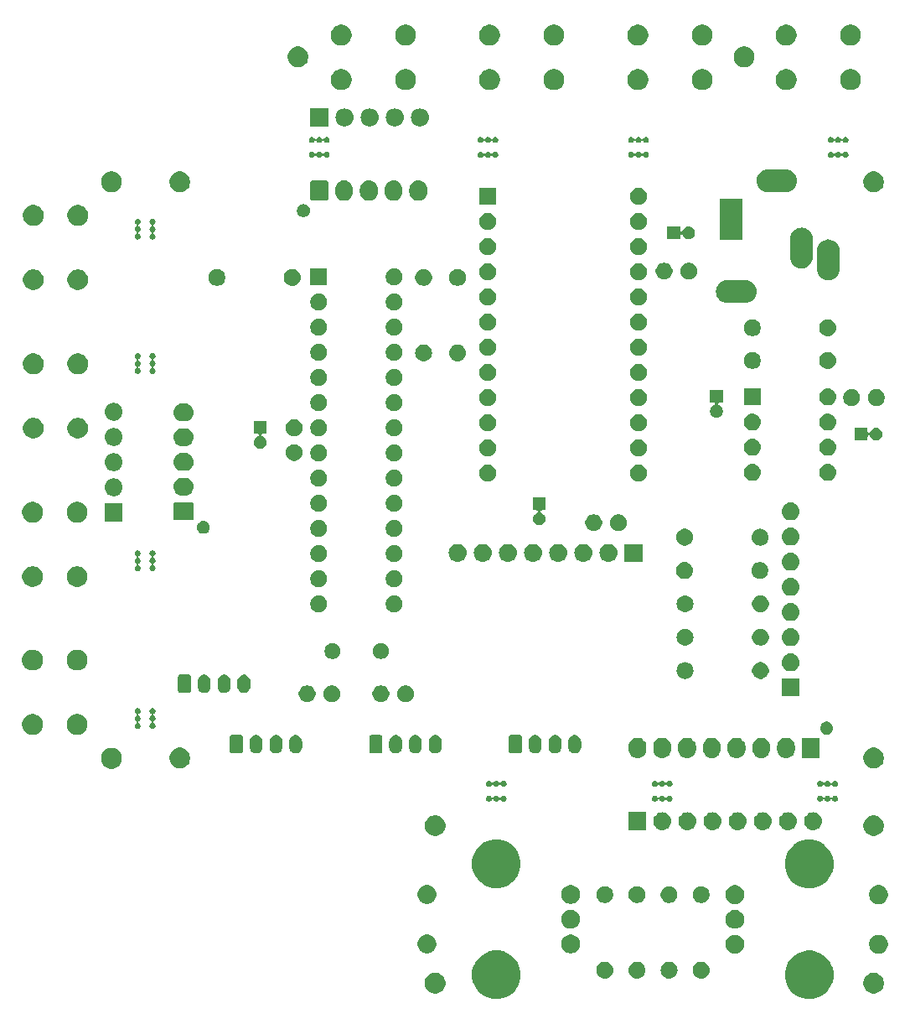
<source format=gbr>
G04 #@! TF.GenerationSoftware,KiCad,Pcbnew,(5.1.4-0-10_14)*
G04 #@! TF.CreationDate,2020-04-09T08:11:15-05:00*
G04 #@! TF.ProjectId,MIDI_CONTROLLER_MAIN_BOARD,4d494449-5f43-44f4-9e54-524f4c4c4552,rev?*
G04 #@! TF.SameCoordinates,Original*
G04 #@! TF.FileFunction,Soldermask,Bot*
G04 #@! TF.FilePolarity,Negative*
%FSLAX46Y46*%
G04 Gerber Fmt 4.6, Leading zero omitted, Abs format (unit mm)*
G04 Created by KiCad (PCBNEW (5.1.4-0-10_14)) date 2020-04-09 08:11:15*
%MOMM*%
%LPD*%
G04 APERTURE LIST*
%ADD10C,0.100000*%
G04 APERTURE END LIST*
D10*
G36*
X166805529Y-180191590D02*
G01*
X167251582Y-180376351D01*
X167251584Y-180376352D01*
X167653021Y-180644584D01*
X167994416Y-180985979D01*
X168241787Y-181356195D01*
X168262649Y-181387418D01*
X168447410Y-181833471D01*
X168541600Y-182306996D01*
X168541600Y-182789804D01*
X168447410Y-183263329D01*
X168267619Y-183697384D01*
X168262648Y-183709384D01*
X167994416Y-184110821D01*
X167653021Y-184452216D01*
X167251584Y-184720448D01*
X167251583Y-184720449D01*
X167251582Y-184720449D01*
X166805529Y-184905210D01*
X166332004Y-184999400D01*
X165849196Y-184999400D01*
X165375671Y-184905210D01*
X164929618Y-184720449D01*
X164929617Y-184720449D01*
X164929616Y-184720448D01*
X164528179Y-184452216D01*
X164186784Y-184110821D01*
X163918552Y-183709384D01*
X163913581Y-183697384D01*
X163733790Y-183263329D01*
X163639600Y-182789804D01*
X163639600Y-182306996D01*
X163733790Y-181833471D01*
X163918551Y-181387418D01*
X163939414Y-181356195D01*
X164186784Y-180985979D01*
X164528179Y-180644584D01*
X164929616Y-180376352D01*
X164929618Y-180376351D01*
X165375671Y-180191590D01*
X165849196Y-180097400D01*
X166332004Y-180097400D01*
X166805529Y-180191590D01*
X166805529Y-180191590D01*
G37*
G36*
X135182529Y-180179590D02*
G01*
X135628582Y-180364351D01*
X135628584Y-180364352D01*
X136030021Y-180632584D01*
X136371416Y-180973979D01*
X136626806Y-181356196D01*
X136639649Y-181375418D01*
X136824410Y-181821471D01*
X136918600Y-182294996D01*
X136918600Y-182777804D01*
X136824410Y-183251329D01*
X136724922Y-183491514D01*
X136639648Y-183697384D01*
X136371416Y-184098821D01*
X136030021Y-184440216D01*
X135628584Y-184708448D01*
X135628583Y-184708449D01*
X135628582Y-184708449D01*
X135182529Y-184893210D01*
X134709004Y-184987400D01*
X134226196Y-184987400D01*
X133752671Y-184893210D01*
X133306618Y-184708449D01*
X133306617Y-184708449D01*
X133306616Y-184708448D01*
X132905179Y-184440216D01*
X132563784Y-184098821D01*
X132295552Y-183697384D01*
X132210278Y-183491514D01*
X132110790Y-183251329D01*
X132016600Y-182777804D01*
X132016600Y-182294996D01*
X132110790Y-181821471D01*
X132295551Y-181375418D01*
X132308395Y-181356196D01*
X132563784Y-180973979D01*
X132905179Y-180632584D01*
X133306616Y-180364352D01*
X133306618Y-180364351D01*
X133752671Y-180179590D01*
X134226196Y-180085400D01*
X134709004Y-180085400D01*
X135182529Y-180179590D01*
X135182529Y-180179590D01*
G37*
G36*
X172899564Y-182377389D02*
G01*
X173090833Y-182456615D01*
X173090835Y-182456616D01*
X173262973Y-182571635D01*
X173409365Y-182718027D01*
X173502374Y-182857224D01*
X173524385Y-182890167D01*
X173603611Y-183081436D01*
X173644000Y-183284484D01*
X173644000Y-183491516D01*
X173603611Y-183694564D01*
X173597473Y-183709382D01*
X173524384Y-183885835D01*
X173409365Y-184057973D01*
X173262973Y-184204365D01*
X173090835Y-184319384D01*
X173090834Y-184319385D01*
X173090833Y-184319385D01*
X172899564Y-184398611D01*
X172696516Y-184439000D01*
X172489484Y-184439000D01*
X172286436Y-184398611D01*
X172095167Y-184319385D01*
X172095166Y-184319385D01*
X172095165Y-184319384D01*
X171923027Y-184204365D01*
X171776635Y-184057973D01*
X171661616Y-183885835D01*
X171588527Y-183709382D01*
X171582389Y-183694564D01*
X171542000Y-183491516D01*
X171542000Y-183284484D01*
X171582389Y-183081436D01*
X171661615Y-182890167D01*
X171683627Y-182857224D01*
X171776635Y-182718027D01*
X171923027Y-182571635D01*
X172095165Y-182456616D01*
X172095167Y-182456615D01*
X172286436Y-182377389D01*
X172489484Y-182337000D01*
X172696516Y-182337000D01*
X172899564Y-182377389D01*
X172899564Y-182377389D01*
G37*
G36*
X128601964Y-182377389D02*
G01*
X128793233Y-182456615D01*
X128793235Y-182456616D01*
X128965373Y-182571635D01*
X129111765Y-182718027D01*
X129204774Y-182857224D01*
X129226785Y-182890167D01*
X129306011Y-183081436D01*
X129346400Y-183284484D01*
X129346400Y-183491516D01*
X129306011Y-183694564D01*
X129299873Y-183709382D01*
X129226784Y-183885835D01*
X129111765Y-184057973D01*
X128965373Y-184204365D01*
X128793235Y-184319384D01*
X128793234Y-184319385D01*
X128793233Y-184319385D01*
X128601964Y-184398611D01*
X128398916Y-184439000D01*
X128191884Y-184439000D01*
X127988836Y-184398611D01*
X127797567Y-184319385D01*
X127797566Y-184319385D01*
X127797565Y-184319384D01*
X127625427Y-184204365D01*
X127479035Y-184057973D01*
X127364016Y-183885835D01*
X127290927Y-183709382D01*
X127284789Y-183694564D01*
X127244400Y-183491516D01*
X127244400Y-183284484D01*
X127284789Y-183081436D01*
X127364015Y-182890167D01*
X127386027Y-182857224D01*
X127479035Y-182718027D01*
X127625427Y-182571635D01*
X127797565Y-182456616D01*
X127797567Y-182456615D01*
X127988836Y-182377389D01*
X128191884Y-182337000D01*
X128398916Y-182337000D01*
X128601964Y-182377389D01*
X128601964Y-182377389D01*
G37*
G36*
X152092689Y-181228513D02*
G01*
X152253108Y-181277176D01*
X152385772Y-181348086D01*
X152400944Y-181356196D01*
X152530525Y-181462541D01*
X152636870Y-181592122D01*
X152636871Y-181592124D01*
X152715890Y-181739958D01*
X152764553Y-181900377D01*
X152780983Y-182067200D01*
X152764553Y-182234023D01*
X152715890Y-182394442D01*
X152682657Y-182456616D01*
X152636870Y-182542278D01*
X152530525Y-182671859D01*
X152400944Y-182778204D01*
X152400942Y-182778205D01*
X152253108Y-182857224D01*
X152092689Y-182905887D01*
X151967670Y-182918200D01*
X151884062Y-182918200D01*
X151759043Y-182905887D01*
X151598624Y-182857224D01*
X151450790Y-182778205D01*
X151450788Y-182778204D01*
X151321207Y-182671859D01*
X151214862Y-182542278D01*
X151169075Y-182456616D01*
X151135842Y-182394442D01*
X151087179Y-182234023D01*
X151070749Y-182067200D01*
X151087179Y-181900377D01*
X151135842Y-181739958D01*
X151214861Y-181592124D01*
X151214862Y-181592122D01*
X151321207Y-181462541D01*
X151450788Y-181356196D01*
X151465960Y-181348086D01*
X151598624Y-181277176D01*
X151759043Y-181228513D01*
X151884062Y-181216200D01*
X151967670Y-181216200D01*
X152092689Y-181228513D01*
X152092689Y-181228513D01*
G37*
G36*
X148849956Y-181228513D02*
G01*
X149010375Y-181277176D01*
X149143039Y-181348086D01*
X149158211Y-181356196D01*
X149287792Y-181462541D01*
X149394137Y-181592122D01*
X149394138Y-181592124D01*
X149473157Y-181739958D01*
X149521820Y-181900377D01*
X149538250Y-182067200D01*
X149521820Y-182234023D01*
X149473157Y-182394442D01*
X149439924Y-182456616D01*
X149394137Y-182542278D01*
X149287792Y-182671859D01*
X149158211Y-182778204D01*
X149158209Y-182778205D01*
X149010375Y-182857224D01*
X148849956Y-182905887D01*
X148724937Y-182918200D01*
X148641329Y-182918200D01*
X148516310Y-182905887D01*
X148355891Y-182857224D01*
X148208057Y-182778205D01*
X148208055Y-182778204D01*
X148078474Y-182671859D01*
X147972129Y-182542278D01*
X147926342Y-182456616D01*
X147893109Y-182394442D01*
X147844446Y-182234023D01*
X147828016Y-182067200D01*
X147844446Y-181900377D01*
X147893109Y-181739958D01*
X147972128Y-181592124D01*
X147972129Y-181592122D01*
X148078474Y-181462541D01*
X148208055Y-181356196D01*
X148223227Y-181348086D01*
X148355891Y-181277176D01*
X148516310Y-181228513D01*
X148641329Y-181216200D01*
X148724937Y-181216200D01*
X148849956Y-181228513D01*
X148849956Y-181228513D01*
G37*
G36*
X145607223Y-181228513D02*
G01*
X145767642Y-181277176D01*
X145900306Y-181348086D01*
X145915478Y-181356196D01*
X146045059Y-181462541D01*
X146151404Y-181592122D01*
X146151405Y-181592124D01*
X146230424Y-181739958D01*
X146279087Y-181900377D01*
X146295517Y-182067200D01*
X146279087Y-182234023D01*
X146230424Y-182394442D01*
X146197191Y-182456616D01*
X146151404Y-182542278D01*
X146045059Y-182671859D01*
X145915478Y-182778204D01*
X145915476Y-182778205D01*
X145767642Y-182857224D01*
X145607223Y-182905887D01*
X145482204Y-182918200D01*
X145398596Y-182918200D01*
X145273577Y-182905887D01*
X145113158Y-182857224D01*
X144965324Y-182778205D01*
X144965322Y-182778204D01*
X144835741Y-182671859D01*
X144729396Y-182542278D01*
X144683609Y-182456616D01*
X144650376Y-182394442D01*
X144601713Y-182234023D01*
X144585283Y-182067200D01*
X144601713Y-181900377D01*
X144650376Y-181739958D01*
X144729395Y-181592124D01*
X144729396Y-181592122D01*
X144835741Y-181462541D01*
X144965322Y-181356196D01*
X144980494Y-181348086D01*
X145113158Y-181277176D01*
X145273577Y-181228513D01*
X145398596Y-181216200D01*
X145482204Y-181216200D01*
X145607223Y-181228513D01*
X145607223Y-181228513D01*
G37*
G36*
X155335423Y-181228513D02*
G01*
X155495842Y-181277176D01*
X155628506Y-181348086D01*
X155643678Y-181356196D01*
X155773259Y-181462541D01*
X155879604Y-181592122D01*
X155879605Y-181592124D01*
X155958624Y-181739958D01*
X156007287Y-181900377D01*
X156023717Y-182067200D01*
X156007287Y-182234023D01*
X155958624Y-182394442D01*
X155925391Y-182456616D01*
X155879604Y-182542278D01*
X155773259Y-182671859D01*
X155643678Y-182778204D01*
X155643676Y-182778205D01*
X155495842Y-182857224D01*
X155335423Y-182905887D01*
X155210404Y-182918200D01*
X155126796Y-182918200D01*
X155001777Y-182905887D01*
X154841358Y-182857224D01*
X154693524Y-182778205D01*
X154693522Y-182778204D01*
X154563941Y-182671859D01*
X154457596Y-182542278D01*
X154411809Y-182456616D01*
X154378576Y-182394442D01*
X154329913Y-182234023D01*
X154313483Y-182067200D01*
X154329913Y-181900377D01*
X154378576Y-181739958D01*
X154457595Y-181592124D01*
X154457596Y-181592122D01*
X154563941Y-181462541D01*
X154693522Y-181356196D01*
X154708694Y-181348086D01*
X154841358Y-181277176D01*
X155001777Y-181228513D01*
X155126796Y-181216200D01*
X155210404Y-181216200D01*
X155335423Y-181228513D01*
X155335423Y-181228513D01*
G37*
G36*
X158867995Y-178533946D02*
G01*
X159041066Y-178605634D01*
X159041067Y-178605635D01*
X159196827Y-178709710D01*
X159329290Y-178842173D01*
X159329291Y-178842175D01*
X159433366Y-178997934D01*
X159505054Y-179171005D01*
X159541600Y-179354733D01*
X159541600Y-179542067D01*
X159505054Y-179725795D01*
X159433366Y-179898866D01*
X159433365Y-179898867D01*
X159329290Y-180054627D01*
X159196827Y-180187090D01*
X159118418Y-180239481D01*
X159041066Y-180291166D01*
X158867995Y-180362854D01*
X158684267Y-180399400D01*
X158496933Y-180399400D01*
X158313205Y-180362854D01*
X158140134Y-180291166D01*
X158062782Y-180239481D01*
X157984373Y-180187090D01*
X157851910Y-180054627D01*
X157747835Y-179898867D01*
X157747834Y-179898866D01*
X157676146Y-179725795D01*
X157639600Y-179542067D01*
X157639600Y-179354733D01*
X157676146Y-179171005D01*
X157747834Y-178997934D01*
X157851909Y-178842175D01*
X157851910Y-178842173D01*
X157984373Y-178709710D01*
X158140133Y-178605635D01*
X158140134Y-178605634D01*
X158313205Y-178533946D01*
X158496933Y-178497400D01*
X158684267Y-178497400D01*
X158867995Y-178533946D01*
X158867995Y-178533946D01*
G37*
G36*
X173367995Y-178533946D02*
G01*
X173541066Y-178605634D01*
X173541067Y-178605635D01*
X173696827Y-178709710D01*
X173829290Y-178842173D01*
X173829291Y-178842175D01*
X173933366Y-178997934D01*
X174005054Y-179171005D01*
X174041600Y-179354733D01*
X174041600Y-179542067D01*
X174005054Y-179725795D01*
X173933366Y-179898866D01*
X173933365Y-179898867D01*
X173829290Y-180054627D01*
X173696827Y-180187090D01*
X173618418Y-180239481D01*
X173541066Y-180291166D01*
X173367995Y-180362854D01*
X173184267Y-180399400D01*
X172996933Y-180399400D01*
X172813205Y-180362854D01*
X172640134Y-180291166D01*
X172562782Y-180239481D01*
X172484373Y-180187090D01*
X172351910Y-180054627D01*
X172247835Y-179898867D01*
X172247834Y-179898866D01*
X172176146Y-179725795D01*
X172139600Y-179542067D01*
X172139600Y-179354733D01*
X172176146Y-179171005D01*
X172247834Y-178997934D01*
X172351909Y-178842175D01*
X172351910Y-178842173D01*
X172484373Y-178709710D01*
X172640133Y-178605635D01*
X172640134Y-178605634D01*
X172813205Y-178533946D01*
X172996933Y-178497400D01*
X173184267Y-178497400D01*
X173367995Y-178533946D01*
X173367995Y-178533946D01*
G37*
G36*
X142244995Y-178521946D02*
G01*
X142418066Y-178593634D01*
X142495418Y-178645319D01*
X142573827Y-178697710D01*
X142706290Y-178830173D01*
X142706291Y-178830175D01*
X142810366Y-178985934D01*
X142882054Y-179159005D01*
X142918600Y-179342733D01*
X142918600Y-179530067D01*
X142882054Y-179713795D01*
X142810366Y-179886866D01*
X142810365Y-179886867D01*
X142706290Y-180042627D01*
X142573827Y-180175090D01*
X142555866Y-180187091D01*
X142418066Y-180279166D01*
X142244995Y-180350854D01*
X142061267Y-180387400D01*
X141873933Y-180387400D01*
X141690205Y-180350854D01*
X141517134Y-180279166D01*
X141379334Y-180187091D01*
X141361373Y-180175090D01*
X141228910Y-180042627D01*
X141124835Y-179886867D01*
X141124834Y-179886866D01*
X141053146Y-179713795D01*
X141016600Y-179530067D01*
X141016600Y-179342733D01*
X141053146Y-179159005D01*
X141124834Y-178985934D01*
X141228909Y-178830175D01*
X141228910Y-178830173D01*
X141361373Y-178697710D01*
X141439782Y-178645319D01*
X141517134Y-178593634D01*
X141690205Y-178521946D01*
X141873933Y-178485400D01*
X142061267Y-178485400D01*
X142244995Y-178521946D01*
X142244995Y-178521946D01*
G37*
G36*
X127744995Y-178521946D02*
G01*
X127918066Y-178593634D01*
X127995418Y-178645319D01*
X128073827Y-178697710D01*
X128206290Y-178830173D01*
X128206291Y-178830175D01*
X128310366Y-178985934D01*
X128382054Y-179159005D01*
X128418600Y-179342733D01*
X128418600Y-179530067D01*
X128382054Y-179713795D01*
X128310366Y-179886866D01*
X128310365Y-179886867D01*
X128206290Y-180042627D01*
X128073827Y-180175090D01*
X128055866Y-180187091D01*
X127918066Y-180279166D01*
X127744995Y-180350854D01*
X127561267Y-180387400D01*
X127373933Y-180387400D01*
X127190205Y-180350854D01*
X127017134Y-180279166D01*
X126879334Y-180187091D01*
X126861373Y-180175090D01*
X126728910Y-180042627D01*
X126624835Y-179886867D01*
X126624834Y-179886866D01*
X126553146Y-179713795D01*
X126516600Y-179530067D01*
X126516600Y-179342733D01*
X126553146Y-179159005D01*
X126624834Y-178985934D01*
X126728909Y-178830175D01*
X126728910Y-178830173D01*
X126861373Y-178697710D01*
X126939782Y-178645319D01*
X127017134Y-178593634D01*
X127190205Y-178521946D01*
X127373933Y-178485400D01*
X127561267Y-178485400D01*
X127744995Y-178521946D01*
X127744995Y-178521946D01*
G37*
G36*
X158867995Y-176033946D02*
G01*
X159041066Y-176105634D01*
X159041067Y-176105635D01*
X159196827Y-176209710D01*
X159329290Y-176342173D01*
X159329291Y-176342175D01*
X159433366Y-176497934D01*
X159505054Y-176671005D01*
X159541600Y-176854733D01*
X159541600Y-177042067D01*
X159505054Y-177225795D01*
X159433366Y-177398866D01*
X159433365Y-177398867D01*
X159329290Y-177554627D01*
X159196827Y-177687090D01*
X159118418Y-177739481D01*
X159041066Y-177791166D01*
X158867995Y-177862854D01*
X158684267Y-177899400D01*
X158496933Y-177899400D01*
X158313205Y-177862854D01*
X158140134Y-177791166D01*
X158062782Y-177739481D01*
X157984373Y-177687090D01*
X157851910Y-177554627D01*
X157747835Y-177398867D01*
X157747834Y-177398866D01*
X157676146Y-177225795D01*
X157639600Y-177042067D01*
X157639600Y-176854733D01*
X157676146Y-176671005D01*
X157747834Y-176497934D01*
X157851909Y-176342175D01*
X157851910Y-176342173D01*
X157984373Y-176209710D01*
X158140133Y-176105635D01*
X158140134Y-176105634D01*
X158313205Y-176033946D01*
X158496933Y-175997400D01*
X158684267Y-175997400D01*
X158867995Y-176033946D01*
X158867995Y-176033946D01*
G37*
G36*
X142244995Y-176021946D02*
G01*
X142418066Y-176093634D01*
X142495418Y-176145319D01*
X142573827Y-176197710D01*
X142706290Y-176330173D01*
X142706291Y-176330175D01*
X142810366Y-176485934D01*
X142882054Y-176659005D01*
X142918600Y-176842733D01*
X142918600Y-177030067D01*
X142882054Y-177213795D01*
X142810366Y-177386866D01*
X142810365Y-177386867D01*
X142706290Y-177542627D01*
X142573827Y-177675090D01*
X142555866Y-177687091D01*
X142418066Y-177779166D01*
X142244995Y-177850854D01*
X142061267Y-177887400D01*
X141873933Y-177887400D01*
X141690205Y-177850854D01*
X141517134Y-177779166D01*
X141379334Y-177687091D01*
X141361373Y-177675090D01*
X141228910Y-177542627D01*
X141124835Y-177386867D01*
X141124834Y-177386866D01*
X141053146Y-177213795D01*
X141016600Y-177030067D01*
X141016600Y-176842733D01*
X141053146Y-176659005D01*
X141124834Y-176485934D01*
X141228909Y-176330175D01*
X141228910Y-176330173D01*
X141361373Y-176197710D01*
X141439782Y-176145319D01*
X141517134Y-176093634D01*
X141690205Y-176021946D01*
X141873933Y-175985400D01*
X142061267Y-175985400D01*
X142244995Y-176021946D01*
X142244995Y-176021946D01*
G37*
G36*
X158867995Y-173533946D02*
G01*
X159041066Y-173605634D01*
X159041067Y-173605635D01*
X159196827Y-173709710D01*
X159329290Y-173842173D01*
X159329291Y-173842175D01*
X159433366Y-173997934D01*
X159505054Y-174171005D01*
X159541600Y-174354733D01*
X159541600Y-174542067D01*
X159505054Y-174725795D01*
X159433366Y-174898866D01*
X159433365Y-174898867D01*
X159329290Y-175054627D01*
X159196827Y-175187090D01*
X159175488Y-175201348D01*
X159041066Y-175291166D01*
X158867995Y-175362854D01*
X158684267Y-175399400D01*
X158496933Y-175399400D01*
X158313205Y-175362854D01*
X158140134Y-175291166D01*
X158005712Y-175201348D01*
X157984373Y-175187090D01*
X157851910Y-175054627D01*
X157747835Y-174898867D01*
X157747834Y-174898866D01*
X157676146Y-174725795D01*
X157639600Y-174542067D01*
X157639600Y-174354733D01*
X157676146Y-174171005D01*
X157747834Y-173997934D01*
X157851909Y-173842175D01*
X157851910Y-173842173D01*
X157984373Y-173709710D01*
X158140133Y-173605635D01*
X158140134Y-173605634D01*
X158313205Y-173533946D01*
X158496933Y-173497400D01*
X158684267Y-173497400D01*
X158867995Y-173533946D01*
X158867995Y-173533946D01*
G37*
G36*
X173367995Y-173533946D02*
G01*
X173541066Y-173605634D01*
X173541067Y-173605635D01*
X173696827Y-173709710D01*
X173829290Y-173842173D01*
X173829291Y-173842175D01*
X173933366Y-173997934D01*
X174005054Y-174171005D01*
X174041600Y-174354733D01*
X174041600Y-174542067D01*
X174005054Y-174725795D01*
X173933366Y-174898866D01*
X173933365Y-174898867D01*
X173829290Y-175054627D01*
X173696827Y-175187090D01*
X173675488Y-175201348D01*
X173541066Y-175291166D01*
X173367995Y-175362854D01*
X173184267Y-175399400D01*
X172996933Y-175399400D01*
X172813205Y-175362854D01*
X172640134Y-175291166D01*
X172505712Y-175201348D01*
X172484373Y-175187090D01*
X172351910Y-175054627D01*
X172247835Y-174898867D01*
X172247834Y-174898866D01*
X172176146Y-174725795D01*
X172139600Y-174542067D01*
X172139600Y-174354733D01*
X172176146Y-174171005D01*
X172247834Y-173997934D01*
X172351909Y-173842175D01*
X172351910Y-173842173D01*
X172484373Y-173709710D01*
X172640133Y-173605635D01*
X172640134Y-173605634D01*
X172813205Y-173533946D01*
X172996933Y-173497400D01*
X173184267Y-173497400D01*
X173367995Y-173533946D01*
X173367995Y-173533946D01*
G37*
G36*
X127744995Y-173521946D02*
G01*
X127918066Y-173593634D01*
X127970850Y-173628903D01*
X128073827Y-173697710D01*
X128206290Y-173830173D01*
X128206291Y-173830175D01*
X128310366Y-173985934D01*
X128382054Y-174159005D01*
X128418600Y-174342733D01*
X128418600Y-174530067D01*
X128382054Y-174713795D01*
X128310366Y-174886866D01*
X128310365Y-174886867D01*
X128206290Y-175042627D01*
X128073827Y-175175090D01*
X128055866Y-175187091D01*
X127918066Y-175279166D01*
X127744995Y-175350854D01*
X127561267Y-175387400D01*
X127373933Y-175387400D01*
X127190205Y-175350854D01*
X127017134Y-175279166D01*
X126879334Y-175187091D01*
X126861373Y-175175090D01*
X126728910Y-175042627D01*
X126624835Y-174886867D01*
X126624834Y-174886866D01*
X126553146Y-174713795D01*
X126516600Y-174530067D01*
X126516600Y-174342733D01*
X126553146Y-174159005D01*
X126624834Y-173985934D01*
X126728909Y-173830175D01*
X126728910Y-173830173D01*
X126861373Y-173697710D01*
X126964350Y-173628903D01*
X127017134Y-173593634D01*
X127190205Y-173521946D01*
X127373933Y-173485400D01*
X127561267Y-173485400D01*
X127744995Y-173521946D01*
X127744995Y-173521946D01*
G37*
G36*
X142244995Y-173521946D02*
G01*
X142418066Y-173593634D01*
X142470850Y-173628903D01*
X142573827Y-173697710D01*
X142706290Y-173830173D01*
X142706291Y-173830175D01*
X142810366Y-173985934D01*
X142882054Y-174159005D01*
X142918600Y-174342733D01*
X142918600Y-174530067D01*
X142882054Y-174713795D01*
X142810366Y-174886866D01*
X142810365Y-174886867D01*
X142706290Y-175042627D01*
X142573827Y-175175090D01*
X142555866Y-175187091D01*
X142418066Y-175279166D01*
X142244995Y-175350854D01*
X142061267Y-175387400D01*
X141873933Y-175387400D01*
X141690205Y-175350854D01*
X141517134Y-175279166D01*
X141379334Y-175187091D01*
X141361373Y-175175090D01*
X141228910Y-175042627D01*
X141124835Y-174886867D01*
X141124834Y-174886866D01*
X141053146Y-174713795D01*
X141016600Y-174530067D01*
X141016600Y-174342733D01*
X141053146Y-174159005D01*
X141124834Y-173985934D01*
X141228909Y-173830175D01*
X141228910Y-173830173D01*
X141361373Y-173697710D01*
X141464350Y-173628903D01*
X141517134Y-173593634D01*
X141690205Y-173521946D01*
X141873933Y-173485400D01*
X142061267Y-173485400D01*
X142244995Y-173521946D01*
X142244995Y-173521946D01*
G37*
G36*
X155416828Y-173628903D02*
G01*
X155571700Y-173693053D01*
X155711081Y-173786185D01*
X155829615Y-173904719D01*
X155922747Y-174044100D01*
X155986897Y-174198972D01*
X156019600Y-174363384D01*
X156019600Y-174531016D01*
X155986897Y-174695428D01*
X155922747Y-174850300D01*
X155829615Y-174989681D01*
X155711081Y-175108215D01*
X155571700Y-175201347D01*
X155416828Y-175265497D01*
X155252416Y-175298200D01*
X155084784Y-175298200D01*
X154920372Y-175265497D01*
X154765500Y-175201347D01*
X154626119Y-175108215D01*
X154507585Y-174989681D01*
X154414453Y-174850300D01*
X154350303Y-174695428D01*
X154317600Y-174531016D01*
X154317600Y-174363384D01*
X154350303Y-174198972D01*
X154414453Y-174044100D01*
X154507585Y-173904719D01*
X154626119Y-173786185D01*
X154765500Y-173693053D01*
X154920372Y-173628903D01*
X155084784Y-173596200D01*
X155252416Y-173596200D01*
X155416828Y-173628903D01*
X155416828Y-173628903D01*
G37*
G36*
X145688628Y-173628903D02*
G01*
X145843500Y-173693053D01*
X145982881Y-173786185D01*
X146101415Y-173904719D01*
X146194547Y-174044100D01*
X146258697Y-174198972D01*
X146291400Y-174363384D01*
X146291400Y-174531016D01*
X146258697Y-174695428D01*
X146194547Y-174850300D01*
X146101415Y-174989681D01*
X145982881Y-175108215D01*
X145843500Y-175201347D01*
X145688628Y-175265497D01*
X145524216Y-175298200D01*
X145356584Y-175298200D01*
X145192172Y-175265497D01*
X145037300Y-175201347D01*
X144897919Y-175108215D01*
X144779385Y-174989681D01*
X144686253Y-174850300D01*
X144622103Y-174695428D01*
X144589400Y-174531016D01*
X144589400Y-174363384D01*
X144622103Y-174198972D01*
X144686253Y-174044100D01*
X144779385Y-173904719D01*
X144897919Y-173786185D01*
X145037300Y-173693053D01*
X145192172Y-173628903D01*
X145356584Y-173596200D01*
X145524216Y-173596200D01*
X145688628Y-173628903D01*
X145688628Y-173628903D01*
G37*
G36*
X152174094Y-173628903D02*
G01*
X152328966Y-173693053D01*
X152468347Y-173786185D01*
X152586881Y-173904719D01*
X152680013Y-174044100D01*
X152744163Y-174198972D01*
X152776866Y-174363384D01*
X152776866Y-174531016D01*
X152744163Y-174695428D01*
X152680013Y-174850300D01*
X152586881Y-174989681D01*
X152468347Y-175108215D01*
X152328966Y-175201347D01*
X152174094Y-175265497D01*
X152009682Y-175298200D01*
X151842050Y-175298200D01*
X151677638Y-175265497D01*
X151522766Y-175201347D01*
X151383385Y-175108215D01*
X151264851Y-174989681D01*
X151171719Y-174850300D01*
X151107569Y-174695428D01*
X151074866Y-174531016D01*
X151074866Y-174363384D01*
X151107569Y-174198972D01*
X151171719Y-174044100D01*
X151264851Y-173904719D01*
X151383385Y-173786185D01*
X151522766Y-173693053D01*
X151677638Y-173628903D01*
X151842050Y-173596200D01*
X152009682Y-173596200D01*
X152174094Y-173628903D01*
X152174094Y-173628903D01*
G37*
G36*
X148931361Y-173628903D02*
G01*
X149086233Y-173693053D01*
X149225614Y-173786185D01*
X149344148Y-173904719D01*
X149437280Y-174044100D01*
X149501430Y-174198972D01*
X149534133Y-174363384D01*
X149534133Y-174531016D01*
X149501430Y-174695428D01*
X149437280Y-174850300D01*
X149344148Y-174989681D01*
X149225614Y-175108215D01*
X149086233Y-175201347D01*
X148931361Y-175265497D01*
X148766949Y-175298200D01*
X148599317Y-175298200D01*
X148434905Y-175265497D01*
X148280033Y-175201347D01*
X148140652Y-175108215D01*
X148022118Y-174989681D01*
X147928986Y-174850300D01*
X147864836Y-174695428D01*
X147832133Y-174531016D01*
X147832133Y-174363384D01*
X147864836Y-174198972D01*
X147928986Y-174044100D01*
X148022118Y-173904719D01*
X148140652Y-173786185D01*
X148280033Y-173693053D01*
X148434905Y-173628903D01*
X148599317Y-173596200D01*
X148766949Y-173596200D01*
X148931361Y-173628903D01*
X148931361Y-173628903D01*
G37*
G36*
X166805529Y-168991590D02*
G01*
X167251582Y-169176351D01*
X167251584Y-169176352D01*
X167635062Y-169432584D01*
X167653021Y-169444584D01*
X167994416Y-169785979D01*
X168262649Y-170187418D01*
X168447410Y-170633471D01*
X168541600Y-171106996D01*
X168541600Y-171589804D01*
X168447410Y-172063329D01*
X168267619Y-172497384D01*
X168262648Y-172509384D01*
X167994416Y-172910821D01*
X167653021Y-173252216D01*
X167251584Y-173520448D01*
X167251583Y-173520449D01*
X167251582Y-173520449D01*
X166805529Y-173705210D01*
X166332004Y-173799400D01*
X165849196Y-173799400D01*
X165375671Y-173705210D01*
X164929618Y-173520449D01*
X164929617Y-173520449D01*
X164929616Y-173520448D01*
X164528179Y-173252216D01*
X164186784Y-172910821D01*
X163918552Y-172509384D01*
X163913581Y-172497384D01*
X163733790Y-172063329D01*
X163639600Y-171589804D01*
X163639600Y-171106996D01*
X163733790Y-170633471D01*
X163918551Y-170187418D01*
X164186784Y-169785979D01*
X164528179Y-169444584D01*
X164546138Y-169432584D01*
X164929616Y-169176352D01*
X164929618Y-169176351D01*
X165375671Y-168991590D01*
X165849196Y-168897400D01*
X166332004Y-168897400D01*
X166805529Y-168991590D01*
X166805529Y-168991590D01*
G37*
G36*
X135182529Y-168979590D02*
G01*
X135628582Y-169164351D01*
X135628584Y-169164352D01*
X135646543Y-169176352D01*
X136030021Y-169432584D01*
X136371416Y-169773979D01*
X136639649Y-170175418D01*
X136824410Y-170621471D01*
X136918600Y-171094996D01*
X136918600Y-171577804D01*
X136824410Y-172051329D01*
X136639649Y-172497382D01*
X136639648Y-172497384D01*
X136371416Y-172898821D01*
X136030021Y-173240216D01*
X135628584Y-173508448D01*
X135628583Y-173508449D01*
X135628582Y-173508449D01*
X135182529Y-173693210D01*
X134709004Y-173787400D01*
X134226196Y-173787400D01*
X133752671Y-173693210D01*
X133306618Y-173508449D01*
X133306617Y-173508449D01*
X133306616Y-173508448D01*
X132905179Y-173240216D01*
X132563784Y-172898821D01*
X132295552Y-172497384D01*
X132295551Y-172497382D01*
X132110790Y-172051329D01*
X132016600Y-171577804D01*
X132016600Y-171094996D01*
X132110790Y-170621471D01*
X132295551Y-170175418D01*
X132563784Y-169773979D01*
X132905179Y-169432584D01*
X133288657Y-169176352D01*
X133306616Y-169164352D01*
X133306618Y-169164351D01*
X133752671Y-168979590D01*
X134226196Y-168885400D01*
X134709004Y-168885400D01*
X135182529Y-168979590D01*
X135182529Y-168979590D01*
G37*
G36*
X172899564Y-166476989D02*
G01*
X173090833Y-166556215D01*
X173090835Y-166556216D01*
X173262973Y-166671235D01*
X173409365Y-166817627D01*
X173524385Y-166989767D01*
X173603611Y-167181036D01*
X173644000Y-167384084D01*
X173644000Y-167591116D01*
X173603611Y-167794164D01*
X173573506Y-167866843D01*
X173524384Y-167985435D01*
X173409365Y-168157573D01*
X173262973Y-168303965D01*
X173090835Y-168418984D01*
X173090834Y-168418985D01*
X173090833Y-168418985D01*
X172899564Y-168498211D01*
X172696516Y-168538600D01*
X172489484Y-168538600D01*
X172286436Y-168498211D01*
X172095167Y-168418985D01*
X172095166Y-168418985D01*
X172095165Y-168418984D01*
X171923027Y-168303965D01*
X171776635Y-168157573D01*
X171661616Y-167985435D01*
X171612494Y-167866843D01*
X171582389Y-167794164D01*
X171542000Y-167591116D01*
X171542000Y-167384084D01*
X171582389Y-167181036D01*
X171661615Y-166989767D01*
X171776635Y-166817627D01*
X171923027Y-166671235D01*
X172095165Y-166556216D01*
X172095167Y-166556215D01*
X172286436Y-166476989D01*
X172489484Y-166436600D01*
X172696516Y-166436600D01*
X172899564Y-166476989D01*
X172899564Y-166476989D01*
G37*
G36*
X128601964Y-166476989D02*
G01*
X128793233Y-166556215D01*
X128793235Y-166556216D01*
X128965373Y-166671235D01*
X129111765Y-166817627D01*
X129226785Y-166989767D01*
X129306011Y-167181036D01*
X129346400Y-167384084D01*
X129346400Y-167591116D01*
X129306011Y-167794164D01*
X129275906Y-167866843D01*
X129226784Y-167985435D01*
X129111765Y-168157573D01*
X128965373Y-168303965D01*
X128793235Y-168418984D01*
X128793234Y-168418985D01*
X128793233Y-168418985D01*
X128601964Y-168498211D01*
X128398916Y-168538600D01*
X128191884Y-168538600D01*
X127988836Y-168498211D01*
X127797567Y-168418985D01*
X127797566Y-168418985D01*
X127797565Y-168418984D01*
X127625427Y-168303965D01*
X127479035Y-168157573D01*
X127364016Y-167985435D01*
X127314894Y-167866843D01*
X127284789Y-167794164D01*
X127244400Y-167591116D01*
X127244400Y-167384084D01*
X127284789Y-167181036D01*
X127364015Y-166989767D01*
X127479035Y-166817627D01*
X127625427Y-166671235D01*
X127797565Y-166556216D01*
X127797567Y-166556215D01*
X127988836Y-166476989D01*
X128191884Y-166436600D01*
X128398916Y-166436600D01*
X128601964Y-166476989D01*
X128601964Y-166476989D01*
G37*
G36*
X149592600Y-167931400D02*
G01*
X147790600Y-167931400D01*
X147790600Y-166129400D01*
X149592600Y-166129400D01*
X149592600Y-167931400D01*
X149592600Y-167931400D01*
G37*
G36*
X151342042Y-166135918D02*
G01*
X151408227Y-166142437D01*
X151578066Y-166193957D01*
X151734591Y-166277622D01*
X151770329Y-166306952D01*
X151871786Y-166390214D01*
X151942999Y-166476989D01*
X151984378Y-166527409D01*
X152068043Y-166683934D01*
X152119563Y-166853773D01*
X152136959Y-167030400D01*
X152119563Y-167207027D01*
X152068043Y-167376866D01*
X151984378Y-167533391D01*
X151955048Y-167569129D01*
X151871786Y-167670586D01*
X151770329Y-167753848D01*
X151734591Y-167783178D01*
X151578066Y-167866843D01*
X151408227Y-167918363D01*
X151342042Y-167924882D01*
X151275860Y-167931400D01*
X151187340Y-167931400D01*
X151121158Y-167924882D01*
X151054973Y-167918363D01*
X150885134Y-167866843D01*
X150728609Y-167783178D01*
X150692871Y-167753848D01*
X150591414Y-167670586D01*
X150508152Y-167569129D01*
X150478822Y-167533391D01*
X150395157Y-167376866D01*
X150343637Y-167207027D01*
X150326241Y-167030400D01*
X150343637Y-166853773D01*
X150395157Y-166683934D01*
X150478822Y-166527409D01*
X150520201Y-166476989D01*
X150591414Y-166390214D01*
X150692871Y-166306952D01*
X150728609Y-166277622D01*
X150885134Y-166193957D01*
X151054973Y-166142437D01*
X151121158Y-166135918D01*
X151187340Y-166129400D01*
X151275860Y-166129400D01*
X151342042Y-166135918D01*
X151342042Y-166135918D01*
G37*
G36*
X153882042Y-166135918D02*
G01*
X153948227Y-166142437D01*
X154118066Y-166193957D01*
X154274591Y-166277622D01*
X154310329Y-166306952D01*
X154411786Y-166390214D01*
X154482999Y-166476989D01*
X154524378Y-166527409D01*
X154608043Y-166683934D01*
X154659563Y-166853773D01*
X154676959Y-167030400D01*
X154659563Y-167207027D01*
X154608043Y-167376866D01*
X154524378Y-167533391D01*
X154495048Y-167569129D01*
X154411786Y-167670586D01*
X154310329Y-167753848D01*
X154274591Y-167783178D01*
X154118066Y-167866843D01*
X153948227Y-167918363D01*
X153882042Y-167924882D01*
X153815860Y-167931400D01*
X153727340Y-167931400D01*
X153661158Y-167924882D01*
X153594973Y-167918363D01*
X153425134Y-167866843D01*
X153268609Y-167783178D01*
X153232871Y-167753848D01*
X153131414Y-167670586D01*
X153048152Y-167569129D01*
X153018822Y-167533391D01*
X152935157Y-167376866D01*
X152883637Y-167207027D01*
X152866241Y-167030400D01*
X152883637Y-166853773D01*
X152935157Y-166683934D01*
X153018822Y-166527409D01*
X153060201Y-166476989D01*
X153131414Y-166390214D01*
X153232871Y-166306952D01*
X153268609Y-166277622D01*
X153425134Y-166193957D01*
X153594973Y-166142437D01*
X153661158Y-166135918D01*
X153727340Y-166129400D01*
X153815860Y-166129400D01*
X153882042Y-166135918D01*
X153882042Y-166135918D01*
G37*
G36*
X156422042Y-166135918D02*
G01*
X156488227Y-166142437D01*
X156658066Y-166193957D01*
X156814591Y-166277622D01*
X156850329Y-166306952D01*
X156951786Y-166390214D01*
X157022999Y-166476989D01*
X157064378Y-166527409D01*
X157148043Y-166683934D01*
X157199563Y-166853773D01*
X157216959Y-167030400D01*
X157199563Y-167207027D01*
X157148043Y-167376866D01*
X157064378Y-167533391D01*
X157035048Y-167569129D01*
X156951786Y-167670586D01*
X156850329Y-167753848D01*
X156814591Y-167783178D01*
X156658066Y-167866843D01*
X156488227Y-167918363D01*
X156422042Y-167924882D01*
X156355860Y-167931400D01*
X156267340Y-167931400D01*
X156201158Y-167924882D01*
X156134973Y-167918363D01*
X155965134Y-167866843D01*
X155808609Y-167783178D01*
X155772871Y-167753848D01*
X155671414Y-167670586D01*
X155588152Y-167569129D01*
X155558822Y-167533391D01*
X155475157Y-167376866D01*
X155423637Y-167207027D01*
X155406241Y-167030400D01*
X155423637Y-166853773D01*
X155475157Y-166683934D01*
X155558822Y-166527409D01*
X155600201Y-166476989D01*
X155671414Y-166390214D01*
X155772871Y-166306952D01*
X155808609Y-166277622D01*
X155965134Y-166193957D01*
X156134973Y-166142437D01*
X156201158Y-166135918D01*
X156267340Y-166129400D01*
X156355860Y-166129400D01*
X156422042Y-166135918D01*
X156422042Y-166135918D01*
G37*
G36*
X158962042Y-166135918D02*
G01*
X159028227Y-166142437D01*
X159198066Y-166193957D01*
X159354591Y-166277622D01*
X159390329Y-166306952D01*
X159491786Y-166390214D01*
X159562999Y-166476989D01*
X159604378Y-166527409D01*
X159688043Y-166683934D01*
X159739563Y-166853773D01*
X159756959Y-167030400D01*
X159739563Y-167207027D01*
X159688043Y-167376866D01*
X159604378Y-167533391D01*
X159575048Y-167569129D01*
X159491786Y-167670586D01*
X159390329Y-167753848D01*
X159354591Y-167783178D01*
X159198066Y-167866843D01*
X159028227Y-167918363D01*
X158962042Y-167924882D01*
X158895860Y-167931400D01*
X158807340Y-167931400D01*
X158741158Y-167924882D01*
X158674973Y-167918363D01*
X158505134Y-167866843D01*
X158348609Y-167783178D01*
X158312871Y-167753848D01*
X158211414Y-167670586D01*
X158128152Y-167569129D01*
X158098822Y-167533391D01*
X158015157Y-167376866D01*
X157963637Y-167207027D01*
X157946241Y-167030400D01*
X157963637Y-166853773D01*
X158015157Y-166683934D01*
X158098822Y-166527409D01*
X158140201Y-166476989D01*
X158211414Y-166390214D01*
X158312871Y-166306952D01*
X158348609Y-166277622D01*
X158505134Y-166193957D01*
X158674973Y-166142437D01*
X158741158Y-166135918D01*
X158807340Y-166129400D01*
X158895860Y-166129400D01*
X158962042Y-166135918D01*
X158962042Y-166135918D01*
G37*
G36*
X164042042Y-166135918D02*
G01*
X164108227Y-166142437D01*
X164278066Y-166193957D01*
X164434591Y-166277622D01*
X164470329Y-166306952D01*
X164571786Y-166390214D01*
X164642999Y-166476989D01*
X164684378Y-166527409D01*
X164768043Y-166683934D01*
X164819563Y-166853773D01*
X164836959Y-167030400D01*
X164819563Y-167207027D01*
X164768043Y-167376866D01*
X164684378Y-167533391D01*
X164655048Y-167569129D01*
X164571786Y-167670586D01*
X164470329Y-167753848D01*
X164434591Y-167783178D01*
X164278066Y-167866843D01*
X164108227Y-167918363D01*
X164042042Y-167924882D01*
X163975860Y-167931400D01*
X163887340Y-167931400D01*
X163821158Y-167924882D01*
X163754973Y-167918363D01*
X163585134Y-167866843D01*
X163428609Y-167783178D01*
X163392871Y-167753848D01*
X163291414Y-167670586D01*
X163208152Y-167569129D01*
X163178822Y-167533391D01*
X163095157Y-167376866D01*
X163043637Y-167207027D01*
X163026241Y-167030400D01*
X163043637Y-166853773D01*
X163095157Y-166683934D01*
X163178822Y-166527409D01*
X163220201Y-166476989D01*
X163291414Y-166390214D01*
X163392871Y-166306952D01*
X163428609Y-166277622D01*
X163585134Y-166193957D01*
X163754973Y-166142437D01*
X163821158Y-166135918D01*
X163887340Y-166129400D01*
X163975860Y-166129400D01*
X164042042Y-166135918D01*
X164042042Y-166135918D01*
G37*
G36*
X166582042Y-166135918D02*
G01*
X166648227Y-166142437D01*
X166818066Y-166193957D01*
X166974591Y-166277622D01*
X167010329Y-166306952D01*
X167111786Y-166390214D01*
X167182999Y-166476989D01*
X167224378Y-166527409D01*
X167308043Y-166683934D01*
X167359563Y-166853773D01*
X167376959Y-167030400D01*
X167359563Y-167207027D01*
X167308043Y-167376866D01*
X167224378Y-167533391D01*
X167195048Y-167569129D01*
X167111786Y-167670586D01*
X167010329Y-167753848D01*
X166974591Y-167783178D01*
X166818066Y-167866843D01*
X166648227Y-167918363D01*
X166582042Y-167924882D01*
X166515860Y-167931400D01*
X166427340Y-167931400D01*
X166361158Y-167924882D01*
X166294973Y-167918363D01*
X166125134Y-167866843D01*
X165968609Y-167783178D01*
X165932871Y-167753848D01*
X165831414Y-167670586D01*
X165748152Y-167569129D01*
X165718822Y-167533391D01*
X165635157Y-167376866D01*
X165583637Y-167207027D01*
X165566241Y-167030400D01*
X165583637Y-166853773D01*
X165635157Y-166683934D01*
X165718822Y-166527409D01*
X165760201Y-166476989D01*
X165831414Y-166390214D01*
X165932871Y-166306952D01*
X165968609Y-166277622D01*
X166125134Y-166193957D01*
X166294973Y-166142437D01*
X166361158Y-166135918D01*
X166427340Y-166129400D01*
X166515860Y-166129400D01*
X166582042Y-166135918D01*
X166582042Y-166135918D01*
G37*
G36*
X161502042Y-166135918D02*
G01*
X161568227Y-166142437D01*
X161738066Y-166193957D01*
X161894591Y-166277622D01*
X161930329Y-166306952D01*
X162031786Y-166390214D01*
X162102999Y-166476989D01*
X162144378Y-166527409D01*
X162228043Y-166683934D01*
X162279563Y-166853773D01*
X162296959Y-167030400D01*
X162279563Y-167207027D01*
X162228043Y-167376866D01*
X162144378Y-167533391D01*
X162115048Y-167569129D01*
X162031786Y-167670586D01*
X161930329Y-167753848D01*
X161894591Y-167783178D01*
X161738066Y-167866843D01*
X161568227Y-167918363D01*
X161502042Y-167924882D01*
X161435860Y-167931400D01*
X161347340Y-167931400D01*
X161281158Y-167924882D01*
X161214973Y-167918363D01*
X161045134Y-167866843D01*
X160888609Y-167783178D01*
X160852871Y-167753848D01*
X160751414Y-167670586D01*
X160668152Y-167569129D01*
X160638822Y-167533391D01*
X160555157Y-167376866D01*
X160503637Y-167207027D01*
X160486241Y-167030400D01*
X160503637Y-166853773D01*
X160555157Y-166683934D01*
X160638822Y-166527409D01*
X160680201Y-166476989D01*
X160751414Y-166390214D01*
X160852871Y-166306952D01*
X160888609Y-166277622D01*
X161045134Y-166193957D01*
X161214973Y-166142437D01*
X161281158Y-166135918D01*
X161347340Y-166129400D01*
X161435860Y-166129400D01*
X161502042Y-166135918D01*
X161502042Y-166135918D01*
G37*
G36*
X133805397Y-164468367D02*
G01*
X133860175Y-164491057D01*
X133860177Y-164491058D01*
X133909476Y-164523998D01*
X133951402Y-164565924D01*
X133984342Y-164615223D01*
X133988667Y-164621696D01*
X134004212Y-164640638D01*
X134023154Y-164656183D01*
X134044765Y-164667734D01*
X134068214Y-164674847D01*
X134092600Y-164677249D01*
X134116986Y-164674847D01*
X134140435Y-164667734D01*
X134162046Y-164656183D01*
X134180988Y-164640638D01*
X134196533Y-164621696D01*
X134200858Y-164615223D01*
X134233798Y-164565924D01*
X134275724Y-164523998D01*
X134325023Y-164491058D01*
X134325025Y-164491057D01*
X134379803Y-164468367D01*
X134437953Y-164456800D01*
X134497247Y-164456800D01*
X134555397Y-164468367D01*
X134610175Y-164491057D01*
X134610177Y-164491058D01*
X134659476Y-164523998D01*
X134701402Y-164565924D01*
X134734342Y-164615223D01*
X134738667Y-164621696D01*
X134754212Y-164640638D01*
X134773154Y-164656183D01*
X134794765Y-164667734D01*
X134818214Y-164674847D01*
X134842600Y-164677249D01*
X134866986Y-164674847D01*
X134890435Y-164667734D01*
X134912046Y-164656183D01*
X134930988Y-164640638D01*
X134946533Y-164621696D01*
X134950858Y-164615223D01*
X134983798Y-164565924D01*
X135025724Y-164523998D01*
X135075023Y-164491058D01*
X135075025Y-164491057D01*
X135129803Y-164468367D01*
X135187953Y-164456800D01*
X135247247Y-164456800D01*
X135305397Y-164468367D01*
X135360175Y-164491057D01*
X135360177Y-164491058D01*
X135409476Y-164523998D01*
X135451402Y-164565924D01*
X135484342Y-164615223D01*
X135484343Y-164615225D01*
X135507033Y-164670003D01*
X135518600Y-164728153D01*
X135518600Y-164787447D01*
X135507033Y-164845597D01*
X135487023Y-164893904D01*
X135484342Y-164900377D01*
X135451402Y-164949676D01*
X135409476Y-164991602D01*
X135360177Y-165024542D01*
X135360176Y-165024543D01*
X135360175Y-165024543D01*
X135305397Y-165047233D01*
X135247247Y-165058800D01*
X135187953Y-165058800D01*
X135129803Y-165047233D01*
X135075025Y-165024543D01*
X135075024Y-165024543D01*
X135075023Y-165024542D01*
X135025724Y-164991602D01*
X134983798Y-164949676D01*
X134950858Y-164900377D01*
X134950857Y-164900375D01*
X134946533Y-164893904D01*
X134930988Y-164874962D01*
X134912046Y-164859417D01*
X134890435Y-164847866D01*
X134866986Y-164840753D01*
X134842600Y-164838351D01*
X134818214Y-164840753D01*
X134794765Y-164847866D01*
X134773154Y-164859417D01*
X134754212Y-164874962D01*
X134738667Y-164893904D01*
X134734343Y-164900375D01*
X134734342Y-164900377D01*
X134701402Y-164949676D01*
X134659476Y-164991602D01*
X134610177Y-165024542D01*
X134610176Y-165024543D01*
X134610175Y-165024543D01*
X134555397Y-165047233D01*
X134497247Y-165058800D01*
X134437953Y-165058800D01*
X134379803Y-165047233D01*
X134325025Y-165024543D01*
X134325024Y-165024543D01*
X134325023Y-165024542D01*
X134275724Y-164991602D01*
X134233798Y-164949676D01*
X134200858Y-164900377D01*
X134200857Y-164900375D01*
X134196533Y-164893904D01*
X134180988Y-164874962D01*
X134162046Y-164859417D01*
X134140435Y-164847866D01*
X134116986Y-164840753D01*
X134092600Y-164838351D01*
X134068214Y-164840753D01*
X134044765Y-164847866D01*
X134023154Y-164859417D01*
X134004212Y-164874962D01*
X133988667Y-164893904D01*
X133984343Y-164900375D01*
X133984342Y-164900377D01*
X133951402Y-164949676D01*
X133909476Y-164991602D01*
X133860177Y-165024542D01*
X133860176Y-165024543D01*
X133860175Y-165024543D01*
X133805397Y-165047233D01*
X133747247Y-165058800D01*
X133687953Y-165058800D01*
X133629803Y-165047233D01*
X133575025Y-165024543D01*
X133575024Y-165024543D01*
X133575023Y-165024542D01*
X133525724Y-164991602D01*
X133483798Y-164949676D01*
X133450858Y-164900377D01*
X133448177Y-164893904D01*
X133428167Y-164845597D01*
X133416600Y-164787447D01*
X133416600Y-164728153D01*
X133428167Y-164670003D01*
X133450857Y-164615225D01*
X133450858Y-164615223D01*
X133483798Y-164565924D01*
X133525724Y-164523998D01*
X133575023Y-164491058D01*
X133575025Y-164491057D01*
X133629803Y-164468367D01*
X133687953Y-164456800D01*
X133747247Y-164456800D01*
X133805397Y-164468367D01*
X133805397Y-164468367D01*
G37*
G36*
X167282597Y-164468367D02*
G01*
X167337375Y-164491057D01*
X167337377Y-164491058D01*
X167386676Y-164523998D01*
X167428602Y-164565924D01*
X167461542Y-164615223D01*
X167465867Y-164621696D01*
X167481412Y-164640638D01*
X167500354Y-164656183D01*
X167521965Y-164667734D01*
X167545414Y-164674847D01*
X167569800Y-164677249D01*
X167594186Y-164674847D01*
X167617635Y-164667734D01*
X167639246Y-164656183D01*
X167658188Y-164640638D01*
X167673733Y-164621696D01*
X167678058Y-164615223D01*
X167710998Y-164565924D01*
X167752924Y-164523998D01*
X167802223Y-164491058D01*
X167802225Y-164491057D01*
X167857003Y-164468367D01*
X167915153Y-164456800D01*
X167974447Y-164456800D01*
X168032597Y-164468367D01*
X168087375Y-164491057D01*
X168087377Y-164491058D01*
X168136676Y-164523998D01*
X168178602Y-164565924D01*
X168211542Y-164615223D01*
X168215867Y-164621696D01*
X168231412Y-164640638D01*
X168250354Y-164656183D01*
X168271965Y-164667734D01*
X168295414Y-164674847D01*
X168319800Y-164677249D01*
X168344186Y-164674847D01*
X168367635Y-164667734D01*
X168389246Y-164656183D01*
X168408188Y-164640638D01*
X168423733Y-164621696D01*
X168428058Y-164615223D01*
X168460998Y-164565924D01*
X168502924Y-164523998D01*
X168552223Y-164491058D01*
X168552225Y-164491057D01*
X168607003Y-164468367D01*
X168665153Y-164456800D01*
X168724447Y-164456800D01*
X168782597Y-164468367D01*
X168837375Y-164491057D01*
X168837377Y-164491058D01*
X168886676Y-164523998D01*
X168928602Y-164565924D01*
X168961542Y-164615223D01*
X168961543Y-164615225D01*
X168984233Y-164670003D01*
X168995800Y-164728153D01*
X168995800Y-164787447D01*
X168984233Y-164845597D01*
X168964223Y-164893904D01*
X168961542Y-164900377D01*
X168928602Y-164949676D01*
X168886676Y-164991602D01*
X168837377Y-165024542D01*
X168837376Y-165024543D01*
X168837375Y-165024543D01*
X168782597Y-165047233D01*
X168724447Y-165058800D01*
X168665153Y-165058800D01*
X168607003Y-165047233D01*
X168552225Y-165024543D01*
X168552224Y-165024543D01*
X168552223Y-165024542D01*
X168502924Y-164991602D01*
X168460998Y-164949676D01*
X168428058Y-164900377D01*
X168428057Y-164900375D01*
X168423733Y-164893904D01*
X168408188Y-164874962D01*
X168389246Y-164859417D01*
X168367635Y-164847866D01*
X168344186Y-164840753D01*
X168319800Y-164838351D01*
X168295414Y-164840753D01*
X168271965Y-164847866D01*
X168250354Y-164859417D01*
X168231412Y-164874962D01*
X168215867Y-164893904D01*
X168211543Y-164900375D01*
X168211542Y-164900377D01*
X168178602Y-164949676D01*
X168136676Y-164991602D01*
X168087377Y-165024542D01*
X168087376Y-165024543D01*
X168087375Y-165024543D01*
X168032597Y-165047233D01*
X167974447Y-165058800D01*
X167915153Y-165058800D01*
X167857003Y-165047233D01*
X167802225Y-165024543D01*
X167802224Y-165024543D01*
X167802223Y-165024542D01*
X167752924Y-164991602D01*
X167710998Y-164949676D01*
X167678058Y-164900377D01*
X167678057Y-164900375D01*
X167673733Y-164893904D01*
X167658188Y-164874962D01*
X167639246Y-164859417D01*
X167617635Y-164847866D01*
X167594186Y-164840753D01*
X167569800Y-164838351D01*
X167545414Y-164840753D01*
X167521965Y-164847866D01*
X167500354Y-164859417D01*
X167481412Y-164874962D01*
X167465867Y-164893904D01*
X167461543Y-164900375D01*
X167461542Y-164900377D01*
X167428602Y-164949676D01*
X167386676Y-164991602D01*
X167337377Y-165024542D01*
X167337376Y-165024543D01*
X167337375Y-165024543D01*
X167282597Y-165047233D01*
X167224447Y-165058800D01*
X167165153Y-165058800D01*
X167107003Y-165047233D01*
X167052225Y-165024543D01*
X167052224Y-165024543D01*
X167052223Y-165024542D01*
X167002924Y-164991602D01*
X166960998Y-164949676D01*
X166928058Y-164900377D01*
X166925377Y-164893904D01*
X166905367Y-164845597D01*
X166893800Y-164787447D01*
X166893800Y-164728153D01*
X166905367Y-164670003D01*
X166928057Y-164615225D01*
X166928058Y-164615223D01*
X166960998Y-164565924D01*
X167002924Y-164523998D01*
X167052223Y-164491058D01*
X167052225Y-164491057D01*
X167107003Y-164468367D01*
X167165153Y-164456800D01*
X167224447Y-164456800D01*
X167282597Y-164468367D01*
X167282597Y-164468367D01*
G37*
G36*
X150569397Y-164468367D02*
G01*
X150624175Y-164491057D01*
X150624177Y-164491058D01*
X150673476Y-164523998D01*
X150715402Y-164565924D01*
X150748342Y-164615223D01*
X150752667Y-164621696D01*
X150768212Y-164640638D01*
X150787154Y-164656183D01*
X150808765Y-164667734D01*
X150832214Y-164674847D01*
X150856600Y-164677249D01*
X150880986Y-164674847D01*
X150904435Y-164667734D01*
X150926046Y-164656183D01*
X150944988Y-164640638D01*
X150960533Y-164621696D01*
X150964858Y-164615223D01*
X150997798Y-164565924D01*
X151039724Y-164523998D01*
X151089023Y-164491058D01*
X151089025Y-164491057D01*
X151143803Y-164468367D01*
X151201953Y-164456800D01*
X151261247Y-164456800D01*
X151319397Y-164468367D01*
X151374175Y-164491057D01*
X151374177Y-164491058D01*
X151423476Y-164523998D01*
X151465402Y-164565924D01*
X151498342Y-164615223D01*
X151502667Y-164621696D01*
X151518212Y-164640638D01*
X151537154Y-164656183D01*
X151558765Y-164667734D01*
X151582214Y-164674847D01*
X151606600Y-164677249D01*
X151630986Y-164674847D01*
X151654435Y-164667734D01*
X151676046Y-164656183D01*
X151694988Y-164640638D01*
X151710533Y-164621696D01*
X151714858Y-164615223D01*
X151747798Y-164565924D01*
X151789724Y-164523998D01*
X151839023Y-164491058D01*
X151839025Y-164491057D01*
X151893803Y-164468367D01*
X151951953Y-164456800D01*
X152011247Y-164456800D01*
X152069397Y-164468367D01*
X152124175Y-164491057D01*
X152124177Y-164491058D01*
X152173476Y-164523998D01*
X152215402Y-164565924D01*
X152248342Y-164615223D01*
X152248343Y-164615225D01*
X152271033Y-164670003D01*
X152282600Y-164728153D01*
X152282600Y-164787447D01*
X152271033Y-164845597D01*
X152251023Y-164893904D01*
X152248342Y-164900377D01*
X152215402Y-164949676D01*
X152173476Y-164991602D01*
X152124177Y-165024542D01*
X152124176Y-165024543D01*
X152124175Y-165024543D01*
X152069397Y-165047233D01*
X152011247Y-165058800D01*
X151951953Y-165058800D01*
X151893803Y-165047233D01*
X151839025Y-165024543D01*
X151839024Y-165024543D01*
X151839023Y-165024542D01*
X151789724Y-164991602D01*
X151747798Y-164949676D01*
X151714858Y-164900377D01*
X151714857Y-164900375D01*
X151710533Y-164893904D01*
X151694988Y-164874962D01*
X151676046Y-164859417D01*
X151654435Y-164847866D01*
X151630986Y-164840753D01*
X151606600Y-164838351D01*
X151582214Y-164840753D01*
X151558765Y-164847866D01*
X151537154Y-164859417D01*
X151518212Y-164874962D01*
X151502667Y-164893904D01*
X151498343Y-164900375D01*
X151498342Y-164900377D01*
X151465402Y-164949676D01*
X151423476Y-164991602D01*
X151374177Y-165024542D01*
X151374176Y-165024543D01*
X151374175Y-165024543D01*
X151319397Y-165047233D01*
X151261247Y-165058800D01*
X151201953Y-165058800D01*
X151143803Y-165047233D01*
X151089025Y-165024543D01*
X151089024Y-165024543D01*
X151089023Y-165024542D01*
X151039724Y-164991602D01*
X150997798Y-164949676D01*
X150964858Y-164900377D01*
X150964857Y-164900375D01*
X150960533Y-164893904D01*
X150944988Y-164874962D01*
X150926046Y-164859417D01*
X150904435Y-164847866D01*
X150880986Y-164840753D01*
X150856600Y-164838351D01*
X150832214Y-164840753D01*
X150808765Y-164847866D01*
X150787154Y-164859417D01*
X150768212Y-164874962D01*
X150752667Y-164893904D01*
X150748343Y-164900375D01*
X150748342Y-164900377D01*
X150715402Y-164949676D01*
X150673476Y-164991602D01*
X150624177Y-165024542D01*
X150624176Y-165024543D01*
X150624175Y-165024543D01*
X150569397Y-165047233D01*
X150511247Y-165058800D01*
X150451953Y-165058800D01*
X150393803Y-165047233D01*
X150339025Y-165024543D01*
X150339024Y-165024543D01*
X150339023Y-165024542D01*
X150289724Y-164991602D01*
X150247798Y-164949676D01*
X150214858Y-164900377D01*
X150212177Y-164893904D01*
X150192167Y-164845597D01*
X150180600Y-164787447D01*
X150180600Y-164728153D01*
X150192167Y-164670003D01*
X150214857Y-164615225D01*
X150214858Y-164615223D01*
X150247798Y-164565924D01*
X150289724Y-164523998D01*
X150339023Y-164491058D01*
X150339025Y-164491057D01*
X150393803Y-164468367D01*
X150451953Y-164456800D01*
X150511247Y-164456800D01*
X150569397Y-164468367D01*
X150569397Y-164468367D01*
G37*
G36*
X133805397Y-162968367D02*
G01*
X133860175Y-162991057D01*
X133860177Y-162991058D01*
X133909476Y-163023998D01*
X133951402Y-163065924D01*
X133984342Y-163115223D01*
X133988667Y-163121696D01*
X134004212Y-163140638D01*
X134023154Y-163156183D01*
X134044765Y-163167734D01*
X134068214Y-163174847D01*
X134092600Y-163177249D01*
X134116986Y-163174847D01*
X134140435Y-163167734D01*
X134162046Y-163156183D01*
X134180988Y-163140638D01*
X134196533Y-163121696D01*
X134200858Y-163115223D01*
X134233798Y-163065924D01*
X134275724Y-163023998D01*
X134325023Y-162991058D01*
X134325025Y-162991057D01*
X134379803Y-162968367D01*
X134437953Y-162956800D01*
X134497247Y-162956800D01*
X134555397Y-162968367D01*
X134610175Y-162991057D01*
X134610177Y-162991058D01*
X134659476Y-163023998D01*
X134701402Y-163065924D01*
X134734342Y-163115223D01*
X134738667Y-163121696D01*
X134754212Y-163140638D01*
X134773154Y-163156183D01*
X134794765Y-163167734D01*
X134818214Y-163174847D01*
X134842600Y-163177249D01*
X134866986Y-163174847D01*
X134890435Y-163167734D01*
X134912046Y-163156183D01*
X134930988Y-163140638D01*
X134946533Y-163121696D01*
X134950858Y-163115223D01*
X134983798Y-163065924D01*
X135025724Y-163023998D01*
X135075023Y-162991058D01*
X135075025Y-162991057D01*
X135129803Y-162968367D01*
X135187953Y-162956800D01*
X135247247Y-162956800D01*
X135305397Y-162968367D01*
X135360175Y-162991057D01*
X135360177Y-162991058D01*
X135409476Y-163023998D01*
X135451402Y-163065924D01*
X135484342Y-163115223D01*
X135484343Y-163115225D01*
X135507033Y-163170003D01*
X135518600Y-163228153D01*
X135518600Y-163287447D01*
X135507033Y-163345597D01*
X135487023Y-163393904D01*
X135484342Y-163400377D01*
X135451402Y-163449676D01*
X135409476Y-163491602D01*
X135360177Y-163524542D01*
X135360176Y-163524543D01*
X135360175Y-163524543D01*
X135305397Y-163547233D01*
X135247247Y-163558800D01*
X135187953Y-163558800D01*
X135129803Y-163547233D01*
X135075025Y-163524543D01*
X135075024Y-163524543D01*
X135075023Y-163524542D01*
X135025724Y-163491602D01*
X134983798Y-163449676D01*
X134950858Y-163400377D01*
X134950857Y-163400375D01*
X134946533Y-163393904D01*
X134930988Y-163374962D01*
X134912046Y-163359417D01*
X134890435Y-163347866D01*
X134866986Y-163340753D01*
X134842600Y-163338351D01*
X134818214Y-163340753D01*
X134794765Y-163347866D01*
X134773154Y-163359417D01*
X134754212Y-163374962D01*
X134738667Y-163393904D01*
X134734343Y-163400375D01*
X134734342Y-163400377D01*
X134701402Y-163449676D01*
X134659476Y-163491602D01*
X134610177Y-163524542D01*
X134610176Y-163524543D01*
X134610175Y-163524543D01*
X134555397Y-163547233D01*
X134497247Y-163558800D01*
X134437953Y-163558800D01*
X134379803Y-163547233D01*
X134325025Y-163524543D01*
X134325024Y-163524543D01*
X134325023Y-163524542D01*
X134275724Y-163491602D01*
X134233798Y-163449676D01*
X134200858Y-163400377D01*
X134200857Y-163400375D01*
X134196533Y-163393904D01*
X134180988Y-163374962D01*
X134162046Y-163359417D01*
X134140435Y-163347866D01*
X134116986Y-163340753D01*
X134092600Y-163338351D01*
X134068214Y-163340753D01*
X134044765Y-163347866D01*
X134023154Y-163359417D01*
X134004212Y-163374962D01*
X133988667Y-163393904D01*
X133984343Y-163400375D01*
X133984342Y-163400377D01*
X133951402Y-163449676D01*
X133909476Y-163491602D01*
X133860177Y-163524542D01*
X133860176Y-163524543D01*
X133860175Y-163524543D01*
X133805397Y-163547233D01*
X133747247Y-163558800D01*
X133687953Y-163558800D01*
X133629803Y-163547233D01*
X133575025Y-163524543D01*
X133575024Y-163524543D01*
X133575023Y-163524542D01*
X133525724Y-163491602D01*
X133483798Y-163449676D01*
X133450858Y-163400377D01*
X133448177Y-163393904D01*
X133428167Y-163345597D01*
X133416600Y-163287447D01*
X133416600Y-163228153D01*
X133428167Y-163170003D01*
X133450857Y-163115225D01*
X133450858Y-163115223D01*
X133483798Y-163065924D01*
X133525724Y-163023998D01*
X133575023Y-162991058D01*
X133575025Y-162991057D01*
X133629803Y-162968367D01*
X133687953Y-162956800D01*
X133747247Y-162956800D01*
X133805397Y-162968367D01*
X133805397Y-162968367D01*
G37*
G36*
X150569397Y-162968367D02*
G01*
X150624175Y-162991057D01*
X150624177Y-162991058D01*
X150673476Y-163023998D01*
X150715402Y-163065924D01*
X150748342Y-163115223D01*
X150752667Y-163121696D01*
X150768212Y-163140638D01*
X150787154Y-163156183D01*
X150808765Y-163167734D01*
X150832214Y-163174847D01*
X150856600Y-163177249D01*
X150880986Y-163174847D01*
X150904435Y-163167734D01*
X150926046Y-163156183D01*
X150944988Y-163140638D01*
X150960533Y-163121696D01*
X150964858Y-163115223D01*
X150997798Y-163065924D01*
X151039724Y-163023998D01*
X151089023Y-162991058D01*
X151089025Y-162991057D01*
X151143803Y-162968367D01*
X151201953Y-162956800D01*
X151261247Y-162956800D01*
X151319397Y-162968367D01*
X151374175Y-162991057D01*
X151374177Y-162991058D01*
X151423476Y-163023998D01*
X151465402Y-163065924D01*
X151498342Y-163115223D01*
X151502667Y-163121696D01*
X151518212Y-163140638D01*
X151537154Y-163156183D01*
X151558765Y-163167734D01*
X151582214Y-163174847D01*
X151606600Y-163177249D01*
X151630986Y-163174847D01*
X151654435Y-163167734D01*
X151676046Y-163156183D01*
X151694988Y-163140638D01*
X151710533Y-163121696D01*
X151714858Y-163115223D01*
X151747798Y-163065924D01*
X151789724Y-163023998D01*
X151839023Y-162991058D01*
X151839025Y-162991057D01*
X151893803Y-162968367D01*
X151951953Y-162956800D01*
X152011247Y-162956800D01*
X152069397Y-162968367D01*
X152124175Y-162991057D01*
X152124177Y-162991058D01*
X152173476Y-163023998D01*
X152215402Y-163065924D01*
X152248342Y-163115223D01*
X152248343Y-163115225D01*
X152271033Y-163170003D01*
X152282600Y-163228153D01*
X152282600Y-163287447D01*
X152271033Y-163345597D01*
X152251023Y-163393904D01*
X152248342Y-163400377D01*
X152215402Y-163449676D01*
X152173476Y-163491602D01*
X152124177Y-163524542D01*
X152124176Y-163524543D01*
X152124175Y-163524543D01*
X152069397Y-163547233D01*
X152011247Y-163558800D01*
X151951953Y-163558800D01*
X151893803Y-163547233D01*
X151839025Y-163524543D01*
X151839024Y-163524543D01*
X151839023Y-163524542D01*
X151789724Y-163491602D01*
X151747798Y-163449676D01*
X151714858Y-163400377D01*
X151714857Y-163400375D01*
X151710533Y-163393904D01*
X151694988Y-163374962D01*
X151676046Y-163359417D01*
X151654435Y-163347866D01*
X151630986Y-163340753D01*
X151606600Y-163338351D01*
X151582214Y-163340753D01*
X151558765Y-163347866D01*
X151537154Y-163359417D01*
X151518212Y-163374962D01*
X151502667Y-163393904D01*
X151498343Y-163400375D01*
X151498342Y-163400377D01*
X151465402Y-163449676D01*
X151423476Y-163491602D01*
X151374177Y-163524542D01*
X151374176Y-163524543D01*
X151374175Y-163524543D01*
X151319397Y-163547233D01*
X151261247Y-163558800D01*
X151201953Y-163558800D01*
X151143803Y-163547233D01*
X151089025Y-163524543D01*
X151089024Y-163524543D01*
X151089023Y-163524542D01*
X151039724Y-163491602D01*
X150997798Y-163449676D01*
X150964858Y-163400377D01*
X150964857Y-163400375D01*
X150960533Y-163393904D01*
X150944988Y-163374962D01*
X150926046Y-163359417D01*
X150904435Y-163347866D01*
X150880986Y-163340753D01*
X150856600Y-163338351D01*
X150832214Y-163340753D01*
X150808765Y-163347866D01*
X150787154Y-163359417D01*
X150768212Y-163374962D01*
X150752667Y-163393904D01*
X150748343Y-163400375D01*
X150748342Y-163400377D01*
X150715402Y-163449676D01*
X150673476Y-163491602D01*
X150624177Y-163524542D01*
X150624176Y-163524543D01*
X150624175Y-163524543D01*
X150569397Y-163547233D01*
X150511247Y-163558800D01*
X150451953Y-163558800D01*
X150393803Y-163547233D01*
X150339025Y-163524543D01*
X150339024Y-163524543D01*
X150339023Y-163524542D01*
X150289724Y-163491602D01*
X150247798Y-163449676D01*
X150214858Y-163400377D01*
X150212177Y-163393904D01*
X150192167Y-163345597D01*
X150180600Y-163287447D01*
X150180600Y-163228153D01*
X150192167Y-163170003D01*
X150214857Y-163115225D01*
X150214858Y-163115223D01*
X150247798Y-163065924D01*
X150289724Y-163023998D01*
X150339023Y-162991058D01*
X150339025Y-162991057D01*
X150393803Y-162968367D01*
X150451953Y-162956800D01*
X150511247Y-162956800D01*
X150569397Y-162968367D01*
X150569397Y-162968367D01*
G37*
G36*
X167282597Y-162968367D02*
G01*
X167337375Y-162991057D01*
X167337377Y-162991058D01*
X167386676Y-163023998D01*
X167428602Y-163065924D01*
X167461542Y-163115223D01*
X167465867Y-163121696D01*
X167481412Y-163140638D01*
X167500354Y-163156183D01*
X167521965Y-163167734D01*
X167545414Y-163174847D01*
X167569800Y-163177249D01*
X167594186Y-163174847D01*
X167617635Y-163167734D01*
X167639246Y-163156183D01*
X167658188Y-163140638D01*
X167673733Y-163121696D01*
X167678058Y-163115223D01*
X167710998Y-163065924D01*
X167752924Y-163023998D01*
X167802223Y-162991058D01*
X167802225Y-162991057D01*
X167857003Y-162968367D01*
X167915153Y-162956800D01*
X167974447Y-162956800D01*
X168032597Y-162968367D01*
X168087375Y-162991057D01*
X168087377Y-162991058D01*
X168136676Y-163023998D01*
X168178602Y-163065924D01*
X168211542Y-163115223D01*
X168215867Y-163121696D01*
X168231412Y-163140638D01*
X168250354Y-163156183D01*
X168271965Y-163167734D01*
X168295414Y-163174847D01*
X168319800Y-163177249D01*
X168344186Y-163174847D01*
X168367635Y-163167734D01*
X168389246Y-163156183D01*
X168408188Y-163140638D01*
X168423733Y-163121696D01*
X168428058Y-163115223D01*
X168460998Y-163065924D01*
X168502924Y-163023998D01*
X168552223Y-162991058D01*
X168552225Y-162991057D01*
X168607003Y-162968367D01*
X168665153Y-162956800D01*
X168724447Y-162956800D01*
X168782597Y-162968367D01*
X168837375Y-162991057D01*
X168837377Y-162991058D01*
X168886676Y-163023998D01*
X168928602Y-163065924D01*
X168961542Y-163115223D01*
X168961543Y-163115225D01*
X168984233Y-163170003D01*
X168995800Y-163228153D01*
X168995800Y-163287447D01*
X168984233Y-163345597D01*
X168964223Y-163393904D01*
X168961542Y-163400377D01*
X168928602Y-163449676D01*
X168886676Y-163491602D01*
X168837377Y-163524542D01*
X168837376Y-163524543D01*
X168837375Y-163524543D01*
X168782597Y-163547233D01*
X168724447Y-163558800D01*
X168665153Y-163558800D01*
X168607003Y-163547233D01*
X168552225Y-163524543D01*
X168552224Y-163524543D01*
X168552223Y-163524542D01*
X168502924Y-163491602D01*
X168460998Y-163449676D01*
X168428058Y-163400377D01*
X168428057Y-163400375D01*
X168423733Y-163393904D01*
X168408188Y-163374962D01*
X168389246Y-163359417D01*
X168367635Y-163347866D01*
X168344186Y-163340753D01*
X168319800Y-163338351D01*
X168295414Y-163340753D01*
X168271965Y-163347866D01*
X168250354Y-163359417D01*
X168231412Y-163374962D01*
X168215867Y-163393904D01*
X168211543Y-163400375D01*
X168211542Y-163400377D01*
X168178602Y-163449676D01*
X168136676Y-163491602D01*
X168087377Y-163524542D01*
X168087376Y-163524543D01*
X168087375Y-163524543D01*
X168032597Y-163547233D01*
X167974447Y-163558800D01*
X167915153Y-163558800D01*
X167857003Y-163547233D01*
X167802225Y-163524543D01*
X167802224Y-163524543D01*
X167802223Y-163524542D01*
X167752924Y-163491602D01*
X167710998Y-163449676D01*
X167678058Y-163400377D01*
X167678057Y-163400375D01*
X167673733Y-163393904D01*
X167658188Y-163374962D01*
X167639246Y-163359417D01*
X167617635Y-163347866D01*
X167594186Y-163340753D01*
X167569800Y-163338351D01*
X167545414Y-163340753D01*
X167521965Y-163347866D01*
X167500354Y-163359417D01*
X167481412Y-163374962D01*
X167465867Y-163393904D01*
X167461543Y-163400375D01*
X167461542Y-163400377D01*
X167428602Y-163449676D01*
X167386676Y-163491602D01*
X167337377Y-163524542D01*
X167337376Y-163524543D01*
X167337375Y-163524543D01*
X167282597Y-163547233D01*
X167224447Y-163558800D01*
X167165153Y-163558800D01*
X167107003Y-163547233D01*
X167052225Y-163524543D01*
X167052224Y-163524543D01*
X167052223Y-163524542D01*
X167002924Y-163491602D01*
X166960998Y-163449676D01*
X166928058Y-163400377D01*
X166925377Y-163393904D01*
X166905367Y-163345597D01*
X166893800Y-163287447D01*
X166893800Y-163228153D01*
X166905367Y-163170003D01*
X166928057Y-163115225D01*
X166928058Y-163115223D01*
X166960998Y-163065924D01*
X167002924Y-163023998D01*
X167052223Y-162991058D01*
X167052225Y-162991057D01*
X167107003Y-162968367D01*
X167165153Y-162956800D01*
X167224447Y-162956800D01*
X167282597Y-162968367D01*
X167282597Y-162968367D01*
G37*
G36*
X95886764Y-159669789D02*
G01*
X96078033Y-159749015D01*
X96078035Y-159749016D01*
X96250173Y-159864035D01*
X96396565Y-160010427D01*
X96506249Y-160174580D01*
X96511585Y-160182567D01*
X96590811Y-160373836D01*
X96631200Y-160576884D01*
X96631200Y-160783916D01*
X96590811Y-160986964D01*
X96522106Y-161152833D01*
X96511584Y-161178235D01*
X96396565Y-161350373D01*
X96250173Y-161496765D01*
X96078035Y-161611784D01*
X96078034Y-161611785D01*
X96078033Y-161611785D01*
X95886764Y-161691011D01*
X95683716Y-161731400D01*
X95476684Y-161731400D01*
X95273636Y-161691011D01*
X95082367Y-161611785D01*
X95082366Y-161611785D01*
X95082365Y-161611784D01*
X94910227Y-161496765D01*
X94763835Y-161350373D01*
X94648816Y-161178235D01*
X94638294Y-161152833D01*
X94569589Y-160986964D01*
X94529200Y-160783916D01*
X94529200Y-160576884D01*
X94569589Y-160373836D01*
X94648815Y-160182567D01*
X94654152Y-160174580D01*
X94763835Y-160010427D01*
X94910227Y-159864035D01*
X95082365Y-159749016D01*
X95082367Y-159749015D01*
X95273636Y-159669789D01*
X95476684Y-159629400D01*
X95683716Y-159629400D01*
X95886764Y-159669789D01*
X95886764Y-159669789D01*
G37*
G36*
X102795564Y-159644389D02*
G01*
X102986833Y-159723615D01*
X102986835Y-159723616D01*
X103158973Y-159838635D01*
X103305365Y-159985027D01*
X103415647Y-160150075D01*
X103420385Y-160157167D01*
X103499611Y-160348436D01*
X103540000Y-160551484D01*
X103540000Y-160758516D01*
X103499611Y-160961564D01*
X103420385Y-161152833D01*
X103420384Y-161152835D01*
X103305365Y-161324973D01*
X103158973Y-161471365D01*
X102986835Y-161586384D01*
X102986834Y-161586385D01*
X102986833Y-161586385D01*
X102795564Y-161665611D01*
X102592516Y-161706000D01*
X102385484Y-161706000D01*
X102182436Y-161665611D01*
X101991167Y-161586385D01*
X101991166Y-161586385D01*
X101991165Y-161586384D01*
X101819027Y-161471365D01*
X101672635Y-161324973D01*
X101557616Y-161152835D01*
X101557615Y-161152833D01*
X101478389Y-160961564D01*
X101438000Y-160758516D01*
X101438000Y-160551484D01*
X101478389Y-160348436D01*
X101557615Y-160157167D01*
X101562354Y-160150075D01*
X101672635Y-159985027D01*
X101819027Y-159838635D01*
X101991165Y-159723616D01*
X101991167Y-159723615D01*
X102182436Y-159644389D01*
X102385484Y-159604000D01*
X102592516Y-159604000D01*
X102795564Y-159644389D01*
X102795564Y-159644389D01*
G37*
G36*
X172899564Y-159644389D02*
G01*
X173090833Y-159723615D01*
X173090835Y-159723616D01*
X173262973Y-159838635D01*
X173409365Y-159985027D01*
X173519647Y-160150075D01*
X173524385Y-160157167D01*
X173603611Y-160348436D01*
X173644000Y-160551484D01*
X173644000Y-160758516D01*
X173603611Y-160961564D01*
X173524385Y-161152833D01*
X173524384Y-161152835D01*
X173409365Y-161324973D01*
X173262973Y-161471365D01*
X173090835Y-161586384D01*
X173090834Y-161586385D01*
X173090833Y-161586385D01*
X172899564Y-161665611D01*
X172696516Y-161706000D01*
X172489484Y-161706000D01*
X172286436Y-161665611D01*
X172095167Y-161586385D01*
X172095166Y-161586385D01*
X172095165Y-161586384D01*
X171923027Y-161471365D01*
X171776635Y-161324973D01*
X171661616Y-161152835D01*
X171661615Y-161152833D01*
X171582389Y-160961564D01*
X171542000Y-160758516D01*
X171542000Y-160551484D01*
X171582389Y-160348436D01*
X171661615Y-160157167D01*
X171666354Y-160150075D01*
X171776635Y-159985027D01*
X171923027Y-159838635D01*
X172095165Y-159723616D01*
X172095167Y-159723615D01*
X172286436Y-159644389D01*
X172489484Y-159604000D01*
X172696516Y-159604000D01*
X172899564Y-159644389D01*
X172899564Y-159644389D01*
G37*
G36*
X153919627Y-158626037D02*
G01*
X154089466Y-158677557D01*
X154245991Y-158761222D01*
X154281729Y-158790552D01*
X154383186Y-158873814D01*
X154446551Y-158951026D01*
X154495778Y-159011009D01*
X154579443Y-159167534D01*
X154630963Y-159337374D01*
X154644000Y-159469743D01*
X154644000Y-159808258D01*
X154630963Y-159940627D01*
X154579443Y-160110466D01*
X154495778Y-160266991D01*
X154466448Y-160302729D01*
X154383186Y-160404186D01*
X154245989Y-160516779D01*
X154089467Y-160600442D01*
X154089465Y-160600443D01*
X153919626Y-160651963D01*
X153743000Y-160669359D01*
X153566373Y-160651963D01*
X153396534Y-160600443D01*
X153352459Y-160576884D01*
X153240011Y-160516779D01*
X153240009Y-160516778D01*
X153197750Y-160482097D01*
X153102814Y-160404186D01*
X152990221Y-160266989D01*
X152906558Y-160110467D01*
X152892295Y-160063449D01*
X152855037Y-159940626D01*
X152842000Y-159808257D01*
X152842000Y-159469742D01*
X152855037Y-159337373D01*
X152906557Y-159167534D01*
X152990222Y-159011009D01*
X153102815Y-158873815D01*
X153240010Y-158761222D01*
X153396535Y-158677557D01*
X153566374Y-158626037D01*
X153743000Y-158608641D01*
X153919627Y-158626037D01*
X153919627Y-158626037D01*
G37*
G36*
X148919627Y-158626037D02*
G01*
X149089466Y-158677557D01*
X149245991Y-158761222D01*
X149281729Y-158790552D01*
X149383186Y-158873814D01*
X149446551Y-158951026D01*
X149495778Y-159011009D01*
X149579443Y-159167534D01*
X149630963Y-159337374D01*
X149644000Y-159469743D01*
X149644000Y-159808258D01*
X149630963Y-159940627D01*
X149579443Y-160110466D01*
X149495778Y-160266991D01*
X149466448Y-160302729D01*
X149383186Y-160404186D01*
X149245989Y-160516779D01*
X149089467Y-160600442D01*
X149089465Y-160600443D01*
X148919626Y-160651963D01*
X148743000Y-160669359D01*
X148566373Y-160651963D01*
X148396534Y-160600443D01*
X148352459Y-160576884D01*
X148240011Y-160516779D01*
X148240009Y-160516778D01*
X148197750Y-160482097D01*
X148102814Y-160404186D01*
X147990221Y-160266989D01*
X147906558Y-160110467D01*
X147892295Y-160063449D01*
X147855037Y-159940626D01*
X147842000Y-159808257D01*
X147842000Y-159469742D01*
X147855037Y-159337373D01*
X147906557Y-159167534D01*
X147990222Y-159011009D01*
X148102815Y-158873815D01*
X148240010Y-158761222D01*
X148396535Y-158677557D01*
X148566374Y-158626037D01*
X148743000Y-158608641D01*
X148919627Y-158626037D01*
X148919627Y-158626037D01*
G37*
G36*
X151419627Y-158626037D02*
G01*
X151589466Y-158677557D01*
X151745991Y-158761222D01*
X151781729Y-158790552D01*
X151883186Y-158873814D01*
X151946551Y-158951026D01*
X151995778Y-159011009D01*
X152079443Y-159167534D01*
X152130963Y-159337374D01*
X152144000Y-159469743D01*
X152144000Y-159808258D01*
X152130963Y-159940627D01*
X152079443Y-160110466D01*
X151995778Y-160266991D01*
X151966448Y-160302729D01*
X151883186Y-160404186D01*
X151745989Y-160516779D01*
X151589467Y-160600442D01*
X151589465Y-160600443D01*
X151419626Y-160651963D01*
X151243000Y-160669359D01*
X151066373Y-160651963D01*
X150896534Y-160600443D01*
X150852459Y-160576884D01*
X150740011Y-160516779D01*
X150740009Y-160516778D01*
X150697750Y-160482097D01*
X150602814Y-160404186D01*
X150490221Y-160266989D01*
X150406558Y-160110467D01*
X150392295Y-160063449D01*
X150355037Y-159940626D01*
X150342000Y-159808257D01*
X150342000Y-159469742D01*
X150355037Y-159337373D01*
X150406557Y-159167534D01*
X150490222Y-159011009D01*
X150602815Y-158873815D01*
X150740010Y-158761222D01*
X150896535Y-158677557D01*
X151066374Y-158626037D01*
X151243000Y-158608641D01*
X151419627Y-158626037D01*
X151419627Y-158626037D01*
G37*
G36*
X156419627Y-158626037D02*
G01*
X156589466Y-158677557D01*
X156745991Y-158761222D01*
X156781729Y-158790552D01*
X156883186Y-158873814D01*
X156946551Y-158951026D01*
X156995778Y-159011009D01*
X157079443Y-159167534D01*
X157130963Y-159337374D01*
X157144000Y-159469743D01*
X157144000Y-159808258D01*
X157130963Y-159940627D01*
X157079443Y-160110466D01*
X156995778Y-160266991D01*
X156966448Y-160302729D01*
X156883186Y-160404186D01*
X156745989Y-160516779D01*
X156589467Y-160600442D01*
X156589465Y-160600443D01*
X156419626Y-160651963D01*
X156243000Y-160669359D01*
X156066373Y-160651963D01*
X155896534Y-160600443D01*
X155852459Y-160576884D01*
X155740011Y-160516779D01*
X155740009Y-160516778D01*
X155697750Y-160482097D01*
X155602814Y-160404186D01*
X155490221Y-160266989D01*
X155406558Y-160110467D01*
X155392295Y-160063449D01*
X155355037Y-159940626D01*
X155342000Y-159808257D01*
X155342000Y-159469742D01*
X155355037Y-159337373D01*
X155406557Y-159167534D01*
X155490222Y-159011009D01*
X155602815Y-158873815D01*
X155740010Y-158761222D01*
X155896535Y-158677557D01*
X156066374Y-158626037D01*
X156243000Y-158608641D01*
X156419627Y-158626037D01*
X156419627Y-158626037D01*
G37*
G36*
X158919627Y-158626037D02*
G01*
X159089466Y-158677557D01*
X159245991Y-158761222D01*
X159281729Y-158790552D01*
X159383186Y-158873814D01*
X159446551Y-158951026D01*
X159495778Y-159011009D01*
X159579443Y-159167534D01*
X159630963Y-159337374D01*
X159644000Y-159469743D01*
X159644000Y-159808258D01*
X159630963Y-159940627D01*
X159579443Y-160110466D01*
X159495778Y-160266991D01*
X159466448Y-160302729D01*
X159383186Y-160404186D01*
X159245989Y-160516779D01*
X159089467Y-160600442D01*
X159089465Y-160600443D01*
X158919626Y-160651963D01*
X158743000Y-160669359D01*
X158566373Y-160651963D01*
X158396534Y-160600443D01*
X158352459Y-160576884D01*
X158240011Y-160516779D01*
X158240009Y-160516778D01*
X158197750Y-160482097D01*
X158102814Y-160404186D01*
X157990221Y-160266989D01*
X157906558Y-160110467D01*
X157892295Y-160063449D01*
X157855037Y-159940626D01*
X157842000Y-159808257D01*
X157842000Y-159469742D01*
X157855037Y-159337373D01*
X157906557Y-159167534D01*
X157990222Y-159011009D01*
X158102815Y-158873815D01*
X158240010Y-158761222D01*
X158396535Y-158677557D01*
X158566374Y-158626037D01*
X158743000Y-158608641D01*
X158919627Y-158626037D01*
X158919627Y-158626037D01*
G37*
G36*
X161419627Y-158626037D02*
G01*
X161589466Y-158677557D01*
X161745991Y-158761222D01*
X161781729Y-158790552D01*
X161883186Y-158873814D01*
X161946551Y-158951026D01*
X161995778Y-159011009D01*
X162079443Y-159167534D01*
X162130963Y-159337374D01*
X162144000Y-159469743D01*
X162144000Y-159808258D01*
X162130963Y-159940627D01*
X162079443Y-160110466D01*
X161995778Y-160266991D01*
X161966448Y-160302729D01*
X161883186Y-160404186D01*
X161745989Y-160516779D01*
X161589467Y-160600442D01*
X161589465Y-160600443D01*
X161419626Y-160651963D01*
X161243000Y-160669359D01*
X161066373Y-160651963D01*
X160896534Y-160600443D01*
X160852459Y-160576884D01*
X160740011Y-160516779D01*
X160740009Y-160516778D01*
X160697750Y-160482097D01*
X160602814Y-160404186D01*
X160490221Y-160266989D01*
X160406558Y-160110467D01*
X160392295Y-160063449D01*
X160355037Y-159940626D01*
X160342000Y-159808257D01*
X160342000Y-159469742D01*
X160355037Y-159337373D01*
X160406557Y-159167534D01*
X160490222Y-159011009D01*
X160602815Y-158873815D01*
X160740010Y-158761222D01*
X160896535Y-158677557D01*
X161066374Y-158626037D01*
X161243000Y-158608641D01*
X161419627Y-158626037D01*
X161419627Y-158626037D01*
G37*
G36*
X163919627Y-158626037D02*
G01*
X164089466Y-158677557D01*
X164245991Y-158761222D01*
X164281729Y-158790552D01*
X164383186Y-158873814D01*
X164446551Y-158951026D01*
X164495778Y-159011009D01*
X164579443Y-159167534D01*
X164630963Y-159337374D01*
X164644000Y-159469743D01*
X164644000Y-159808258D01*
X164630963Y-159940627D01*
X164579443Y-160110466D01*
X164495778Y-160266991D01*
X164466448Y-160302729D01*
X164383186Y-160404186D01*
X164245989Y-160516779D01*
X164089467Y-160600442D01*
X164089465Y-160600443D01*
X163919626Y-160651963D01*
X163743000Y-160669359D01*
X163566373Y-160651963D01*
X163396534Y-160600443D01*
X163352459Y-160576884D01*
X163240011Y-160516779D01*
X163240009Y-160516778D01*
X163197750Y-160482097D01*
X163102814Y-160404186D01*
X162990221Y-160266989D01*
X162906558Y-160110467D01*
X162892295Y-160063449D01*
X162855037Y-159940626D01*
X162842000Y-159808257D01*
X162842000Y-159469742D01*
X162855037Y-159337373D01*
X162906557Y-159167534D01*
X162990222Y-159011009D01*
X163102815Y-158873815D01*
X163240010Y-158761222D01*
X163396535Y-158677557D01*
X163566374Y-158626037D01*
X163743000Y-158608641D01*
X163919627Y-158626037D01*
X163919627Y-158626037D01*
G37*
G36*
X167001600Y-158616989D02*
G01*
X167034652Y-158627015D01*
X167065103Y-158643292D01*
X167091799Y-158665201D01*
X167113708Y-158691897D01*
X167129985Y-158722348D01*
X167140011Y-158755400D01*
X167144000Y-158795903D01*
X167144000Y-160482097D01*
X167140011Y-160522600D01*
X167129985Y-160555652D01*
X167113708Y-160586103D01*
X167091799Y-160612799D01*
X167065103Y-160634708D01*
X167034652Y-160650985D01*
X167001600Y-160661011D01*
X166961097Y-160665000D01*
X165524903Y-160665000D01*
X165484400Y-160661011D01*
X165451348Y-160650985D01*
X165420897Y-160634708D01*
X165394201Y-160612799D01*
X165372292Y-160586103D01*
X165356015Y-160555652D01*
X165345989Y-160522600D01*
X165342000Y-160482097D01*
X165342000Y-158795903D01*
X165345989Y-158755400D01*
X165356015Y-158722348D01*
X165372292Y-158691897D01*
X165394201Y-158665201D01*
X165420897Y-158643292D01*
X165451348Y-158627015D01*
X165484400Y-158616989D01*
X165524903Y-158613000D01*
X166961097Y-158613000D01*
X167001600Y-158616989D01*
X167001600Y-158616989D01*
G37*
G36*
X114331617Y-158341420D02*
G01*
X114412399Y-158365925D01*
X114454335Y-158378646D01*
X114567424Y-158439094D01*
X114666554Y-158520447D01*
X114747906Y-158619575D01*
X114808354Y-158732664D01*
X114817017Y-158761222D01*
X114845580Y-158855382D01*
X114855000Y-158951027D01*
X114855000Y-159564973D01*
X114845580Y-159660618D01*
X114826470Y-159723615D01*
X114808354Y-159783336D01*
X114747906Y-159896425D01*
X114666554Y-159995554D01*
X114567425Y-160076906D01*
X114454336Y-160137354D01*
X114422404Y-160147040D01*
X114331618Y-160174580D01*
X114204000Y-160187149D01*
X114076383Y-160174580D01*
X113985597Y-160147040D01*
X113953665Y-160137354D01*
X113840576Y-160076906D01*
X113741447Y-159995554D01*
X113660096Y-159896427D01*
X113660095Y-159896425D01*
X113612969Y-159808260D01*
X113599645Y-159783333D01*
X113581530Y-159723615D01*
X113562420Y-159660618D01*
X113553000Y-159564973D01*
X113553000Y-158951028D01*
X113562420Y-158855383D01*
X113589960Y-158764597D01*
X113599646Y-158732665D01*
X113660094Y-158619576D01*
X113741447Y-158520446D01*
X113840575Y-158439094D01*
X113953664Y-158378646D01*
X113995600Y-158365925D01*
X114076382Y-158341420D01*
X114204000Y-158328851D01*
X114331617Y-158341420D01*
X114331617Y-158341420D01*
G37*
G36*
X112331617Y-158341420D02*
G01*
X112412399Y-158365925D01*
X112454335Y-158378646D01*
X112567424Y-158439094D01*
X112666554Y-158520447D01*
X112747906Y-158619575D01*
X112808354Y-158732664D01*
X112817017Y-158761222D01*
X112845580Y-158855382D01*
X112855000Y-158951027D01*
X112855000Y-159564973D01*
X112845580Y-159660618D01*
X112826470Y-159723615D01*
X112808354Y-159783336D01*
X112747906Y-159896425D01*
X112666554Y-159995554D01*
X112567425Y-160076906D01*
X112454336Y-160137354D01*
X112422404Y-160147040D01*
X112331618Y-160174580D01*
X112204000Y-160187149D01*
X112076383Y-160174580D01*
X111985597Y-160147040D01*
X111953665Y-160137354D01*
X111840576Y-160076906D01*
X111741447Y-159995554D01*
X111660096Y-159896427D01*
X111660095Y-159896425D01*
X111612969Y-159808260D01*
X111599645Y-159783333D01*
X111581530Y-159723615D01*
X111562420Y-159660618D01*
X111553000Y-159564973D01*
X111553000Y-158951028D01*
X111562420Y-158855383D01*
X111589960Y-158764597D01*
X111599646Y-158732665D01*
X111660094Y-158619576D01*
X111741447Y-158520446D01*
X111840575Y-158439094D01*
X111953664Y-158378646D01*
X111995600Y-158365925D01*
X112076382Y-158341420D01*
X112204000Y-158328851D01*
X112331617Y-158341420D01*
X112331617Y-158341420D01*
G37*
G36*
X110331617Y-158341420D02*
G01*
X110412399Y-158365925D01*
X110454335Y-158378646D01*
X110567424Y-158439094D01*
X110666554Y-158520447D01*
X110747906Y-158619575D01*
X110808354Y-158732664D01*
X110817017Y-158761222D01*
X110845580Y-158855382D01*
X110855000Y-158951027D01*
X110855000Y-159564973D01*
X110845580Y-159660618D01*
X110826470Y-159723615D01*
X110808354Y-159783336D01*
X110747906Y-159896425D01*
X110666554Y-159995554D01*
X110567425Y-160076906D01*
X110454336Y-160137354D01*
X110422404Y-160147040D01*
X110331618Y-160174580D01*
X110204000Y-160187149D01*
X110076383Y-160174580D01*
X109985597Y-160147040D01*
X109953665Y-160137354D01*
X109840576Y-160076906D01*
X109741447Y-159995554D01*
X109660096Y-159896427D01*
X109660095Y-159896425D01*
X109612969Y-159808260D01*
X109599645Y-159783333D01*
X109581530Y-159723615D01*
X109562420Y-159660618D01*
X109553000Y-159564973D01*
X109553000Y-158951028D01*
X109562420Y-158855383D01*
X109589960Y-158764597D01*
X109599646Y-158732665D01*
X109660094Y-158619576D01*
X109741447Y-158520446D01*
X109840575Y-158439094D01*
X109953664Y-158378646D01*
X109995600Y-158365925D01*
X110076382Y-158341420D01*
X110204000Y-158328851D01*
X110331617Y-158341420D01*
X110331617Y-158341420D01*
G37*
G36*
X142525617Y-158341420D02*
G01*
X142606399Y-158365925D01*
X142648335Y-158378646D01*
X142761424Y-158439094D01*
X142860554Y-158520447D01*
X142941906Y-158619575D01*
X143002354Y-158732664D01*
X143011017Y-158761222D01*
X143039580Y-158855382D01*
X143049000Y-158951027D01*
X143049000Y-159564973D01*
X143039580Y-159660618D01*
X143020470Y-159723615D01*
X143002354Y-159783336D01*
X142941906Y-159896425D01*
X142860554Y-159995554D01*
X142761425Y-160076906D01*
X142648336Y-160137354D01*
X142616404Y-160147040D01*
X142525618Y-160174580D01*
X142398000Y-160187149D01*
X142270383Y-160174580D01*
X142179597Y-160147040D01*
X142147665Y-160137354D01*
X142034576Y-160076906D01*
X141935447Y-159995554D01*
X141854096Y-159896427D01*
X141854095Y-159896425D01*
X141806969Y-159808260D01*
X141793645Y-159783333D01*
X141775530Y-159723615D01*
X141756420Y-159660618D01*
X141747000Y-159564973D01*
X141747000Y-158951028D01*
X141756420Y-158855383D01*
X141783960Y-158764597D01*
X141793646Y-158732665D01*
X141854094Y-158619576D01*
X141935447Y-158520446D01*
X142034575Y-158439094D01*
X142147664Y-158378646D01*
X142189600Y-158365925D01*
X142270382Y-158341420D01*
X142398000Y-158328851D01*
X142525617Y-158341420D01*
X142525617Y-158341420D01*
G37*
G36*
X140525617Y-158341420D02*
G01*
X140606399Y-158365925D01*
X140648335Y-158378646D01*
X140761424Y-158439094D01*
X140860554Y-158520447D01*
X140941906Y-158619575D01*
X141002354Y-158732664D01*
X141011017Y-158761222D01*
X141039580Y-158855382D01*
X141049000Y-158951027D01*
X141049000Y-159564973D01*
X141039580Y-159660618D01*
X141020470Y-159723615D01*
X141002354Y-159783336D01*
X140941906Y-159896425D01*
X140860554Y-159995554D01*
X140761425Y-160076906D01*
X140648336Y-160137354D01*
X140616404Y-160147040D01*
X140525618Y-160174580D01*
X140398000Y-160187149D01*
X140270383Y-160174580D01*
X140179597Y-160147040D01*
X140147665Y-160137354D01*
X140034576Y-160076906D01*
X139935447Y-159995554D01*
X139854096Y-159896427D01*
X139854095Y-159896425D01*
X139806969Y-159808260D01*
X139793645Y-159783333D01*
X139775530Y-159723615D01*
X139756420Y-159660618D01*
X139747000Y-159564973D01*
X139747000Y-158951028D01*
X139756420Y-158855383D01*
X139783960Y-158764597D01*
X139793646Y-158732665D01*
X139854094Y-158619576D01*
X139935447Y-158520446D01*
X140034575Y-158439094D01*
X140147664Y-158378646D01*
X140189600Y-158365925D01*
X140270382Y-158341420D01*
X140398000Y-158328851D01*
X140525617Y-158341420D01*
X140525617Y-158341420D01*
G37*
G36*
X138525617Y-158341420D02*
G01*
X138606399Y-158365925D01*
X138648335Y-158378646D01*
X138761424Y-158439094D01*
X138860554Y-158520447D01*
X138941906Y-158619575D01*
X139002354Y-158732664D01*
X139011017Y-158761222D01*
X139039580Y-158855382D01*
X139049000Y-158951027D01*
X139049000Y-159564973D01*
X139039580Y-159660618D01*
X139020470Y-159723615D01*
X139002354Y-159783336D01*
X138941906Y-159896425D01*
X138860554Y-159995554D01*
X138761425Y-160076906D01*
X138648336Y-160137354D01*
X138616404Y-160147040D01*
X138525618Y-160174580D01*
X138398000Y-160187149D01*
X138270383Y-160174580D01*
X138179597Y-160147040D01*
X138147665Y-160137354D01*
X138034576Y-160076906D01*
X137935447Y-159995554D01*
X137854096Y-159896427D01*
X137854095Y-159896425D01*
X137806969Y-159808260D01*
X137793645Y-159783333D01*
X137775530Y-159723615D01*
X137756420Y-159660618D01*
X137747000Y-159564973D01*
X137747000Y-158951028D01*
X137756420Y-158855383D01*
X137783960Y-158764597D01*
X137793646Y-158732665D01*
X137854094Y-158619576D01*
X137935447Y-158520446D01*
X138034575Y-158439094D01*
X138147664Y-158378646D01*
X138189600Y-158365925D01*
X138270382Y-158341420D01*
X138398000Y-158328851D01*
X138525617Y-158341420D01*
X138525617Y-158341420D01*
G37*
G36*
X128428617Y-158341420D02*
G01*
X128509399Y-158365925D01*
X128551335Y-158378646D01*
X128664424Y-158439094D01*
X128763554Y-158520447D01*
X128844906Y-158619575D01*
X128905354Y-158732664D01*
X128914017Y-158761222D01*
X128942580Y-158855382D01*
X128952000Y-158951027D01*
X128952000Y-159564973D01*
X128942580Y-159660618D01*
X128923470Y-159723615D01*
X128905354Y-159783336D01*
X128844906Y-159896425D01*
X128763554Y-159995554D01*
X128664425Y-160076906D01*
X128551336Y-160137354D01*
X128519404Y-160147040D01*
X128428618Y-160174580D01*
X128301000Y-160187149D01*
X128173383Y-160174580D01*
X128082597Y-160147040D01*
X128050665Y-160137354D01*
X127937576Y-160076906D01*
X127838447Y-159995554D01*
X127757096Y-159896427D01*
X127757095Y-159896425D01*
X127709969Y-159808260D01*
X127696645Y-159783333D01*
X127678530Y-159723615D01*
X127659420Y-159660618D01*
X127650000Y-159564973D01*
X127650000Y-158951028D01*
X127659420Y-158855383D01*
X127686960Y-158764597D01*
X127696646Y-158732665D01*
X127757094Y-158619576D01*
X127838447Y-158520446D01*
X127937575Y-158439094D01*
X128050664Y-158378646D01*
X128092600Y-158365925D01*
X128173382Y-158341420D01*
X128301000Y-158328851D01*
X128428617Y-158341420D01*
X128428617Y-158341420D01*
G37*
G36*
X126428617Y-158341420D02*
G01*
X126509399Y-158365925D01*
X126551335Y-158378646D01*
X126664424Y-158439094D01*
X126763554Y-158520447D01*
X126844906Y-158619575D01*
X126905354Y-158732664D01*
X126914017Y-158761222D01*
X126942580Y-158855382D01*
X126952000Y-158951027D01*
X126952000Y-159564973D01*
X126942580Y-159660618D01*
X126923470Y-159723615D01*
X126905354Y-159783336D01*
X126844906Y-159896425D01*
X126763554Y-159995554D01*
X126664425Y-160076906D01*
X126551336Y-160137354D01*
X126519404Y-160147040D01*
X126428618Y-160174580D01*
X126301000Y-160187149D01*
X126173383Y-160174580D01*
X126082597Y-160147040D01*
X126050665Y-160137354D01*
X125937576Y-160076906D01*
X125838447Y-159995554D01*
X125757096Y-159896427D01*
X125757095Y-159896425D01*
X125709969Y-159808260D01*
X125696645Y-159783333D01*
X125678530Y-159723615D01*
X125659420Y-159660618D01*
X125650000Y-159564973D01*
X125650000Y-158951028D01*
X125659420Y-158855383D01*
X125686960Y-158764597D01*
X125696646Y-158732665D01*
X125757094Y-158619576D01*
X125838447Y-158520446D01*
X125937575Y-158439094D01*
X126050664Y-158378646D01*
X126092600Y-158365925D01*
X126173382Y-158341420D01*
X126301000Y-158328851D01*
X126428617Y-158341420D01*
X126428617Y-158341420D01*
G37*
G36*
X124428617Y-158341420D02*
G01*
X124509399Y-158365925D01*
X124551335Y-158378646D01*
X124664424Y-158439094D01*
X124763554Y-158520447D01*
X124844906Y-158619575D01*
X124905354Y-158732664D01*
X124914017Y-158761222D01*
X124942580Y-158855382D01*
X124952000Y-158951027D01*
X124952000Y-159564973D01*
X124942580Y-159660618D01*
X124923470Y-159723615D01*
X124905354Y-159783336D01*
X124844906Y-159896425D01*
X124763554Y-159995554D01*
X124664425Y-160076906D01*
X124551336Y-160137354D01*
X124519404Y-160147040D01*
X124428618Y-160174580D01*
X124301000Y-160187149D01*
X124173383Y-160174580D01*
X124082597Y-160147040D01*
X124050665Y-160137354D01*
X123937576Y-160076906D01*
X123838447Y-159995554D01*
X123757096Y-159896427D01*
X123757095Y-159896425D01*
X123709969Y-159808260D01*
X123696645Y-159783333D01*
X123678530Y-159723615D01*
X123659420Y-159660618D01*
X123650000Y-159564973D01*
X123650000Y-158951028D01*
X123659420Y-158855383D01*
X123686960Y-158764597D01*
X123696646Y-158732665D01*
X123757094Y-158619576D01*
X123838447Y-158520446D01*
X123937575Y-158439094D01*
X124050664Y-158378646D01*
X124092600Y-158365925D01*
X124173382Y-158341420D01*
X124301000Y-158328851D01*
X124428617Y-158341420D01*
X124428617Y-158341420D01*
G37*
G36*
X122792242Y-158336404D02*
G01*
X122829337Y-158347657D01*
X122863515Y-158365925D01*
X122893481Y-158390519D01*
X122918075Y-158420485D01*
X122936343Y-158454663D01*
X122947596Y-158491758D01*
X122952000Y-158536474D01*
X122952000Y-159979526D01*
X122947596Y-160024242D01*
X122936343Y-160061337D01*
X122918075Y-160095515D01*
X122893481Y-160125481D01*
X122863515Y-160150075D01*
X122829337Y-160168343D01*
X122792242Y-160179596D01*
X122747526Y-160184000D01*
X121854474Y-160184000D01*
X121809758Y-160179596D01*
X121772663Y-160168343D01*
X121738485Y-160150075D01*
X121708519Y-160125481D01*
X121683925Y-160095515D01*
X121665657Y-160061337D01*
X121654404Y-160024242D01*
X121650000Y-159979526D01*
X121650000Y-158536474D01*
X121654404Y-158491758D01*
X121665657Y-158454663D01*
X121683925Y-158420485D01*
X121708519Y-158390519D01*
X121738485Y-158365925D01*
X121772663Y-158347657D01*
X121809758Y-158336404D01*
X121854474Y-158332000D01*
X122747526Y-158332000D01*
X122792242Y-158336404D01*
X122792242Y-158336404D01*
G37*
G36*
X136889242Y-158336404D02*
G01*
X136926337Y-158347657D01*
X136960515Y-158365925D01*
X136990481Y-158390519D01*
X137015075Y-158420485D01*
X137033343Y-158454663D01*
X137044596Y-158491758D01*
X137049000Y-158536474D01*
X137049000Y-159979526D01*
X137044596Y-160024242D01*
X137033343Y-160061337D01*
X137015075Y-160095515D01*
X136990481Y-160125481D01*
X136960515Y-160150075D01*
X136926337Y-160168343D01*
X136889242Y-160179596D01*
X136844526Y-160184000D01*
X135951474Y-160184000D01*
X135906758Y-160179596D01*
X135869663Y-160168343D01*
X135835485Y-160150075D01*
X135805519Y-160125481D01*
X135780925Y-160095515D01*
X135762657Y-160061337D01*
X135751404Y-160024242D01*
X135747000Y-159979526D01*
X135747000Y-158536474D01*
X135751404Y-158491758D01*
X135762657Y-158454663D01*
X135780925Y-158420485D01*
X135805519Y-158390519D01*
X135835485Y-158365925D01*
X135869663Y-158347657D01*
X135906758Y-158336404D01*
X135951474Y-158332000D01*
X136844526Y-158332000D01*
X136889242Y-158336404D01*
X136889242Y-158336404D01*
G37*
G36*
X108695242Y-158336404D02*
G01*
X108732337Y-158347657D01*
X108766515Y-158365925D01*
X108796481Y-158390519D01*
X108821075Y-158420485D01*
X108839343Y-158454663D01*
X108850596Y-158491758D01*
X108855000Y-158536474D01*
X108855000Y-159979526D01*
X108850596Y-160024242D01*
X108839343Y-160061337D01*
X108821075Y-160095515D01*
X108796481Y-160125481D01*
X108766515Y-160150075D01*
X108732337Y-160168343D01*
X108695242Y-160179596D01*
X108650526Y-160184000D01*
X107757474Y-160184000D01*
X107712758Y-160179596D01*
X107675663Y-160168343D01*
X107641485Y-160150075D01*
X107611519Y-160125481D01*
X107586925Y-160095515D01*
X107568657Y-160061337D01*
X107557404Y-160024242D01*
X107553000Y-159979526D01*
X107553000Y-158536474D01*
X107557404Y-158491758D01*
X107568657Y-158454663D01*
X107586925Y-158420485D01*
X107611519Y-158390519D01*
X107641485Y-158365925D01*
X107675663Y-158347657D01*
X107712758Y-158336404D01*
X107757474Y-158332000D01*
X108650526Y-158332000D01*
X108695242Y-158336404D01*
X108695242Y-158336404D01*
G37*
G36*
X92423864Y-156253489D02*
G01*
X92615133Y-156332715D01*
X92615135Y-156332716D01*
X92787273Y-156447735D01*
X92933665Y-156594127D01*
X93041156Y-156754998D01*
X93048685Y-156766267D01*
X93127911Y-156957536D01*
X93168300Y-157160584D01*
X93168300Y-157367616D01*
X93127911Y-157570664D01*
X93048685Y-157761933D01*
X93048684Y-157761935D01*
X92933665Y-157934073D01*
X92787273Y-158080465D01*
X92615135Y-158195484D01*
X92615134Y-158195485D01*
X92615133Y-158195485D01*
X92423864Y-158274711D01*
X92220816Y-158315100D01*
X92013784Y-158315100D01*
X91810736Y-158274711D01*
X91619467Y-158195485D01*
X91619466Y-158195485D01*
X91619465Y-158195484D01*
X91447327Y-158080465D01*
X91300935Y-157934073D01*
X91185916Y-157761935D01*
X91185915Y-157761933D01*
X91106689Y-157570664D01*
X91066300Y-157367616D01*
X91066300Y-157160584D01*
X91106689Y-156957536D01*
X91185915Y-156766267D01*
X91193445Y-156754998D01*
X91300935Y-156594127D01*
X91447327Y-156447735D01*
X91619465Y-156332716D01*
X91619467Y-156332715D01*
X91810736Y-156253489D01*
X92013784Y-156213100D01*
X92220816Y-156213100D01*
X92423864Y-156253489D01*
X92423864Y-156253489D01*
G37*
G36*
X87923864Y-156253489D02*
G01*
X88115133Y-156332715D01*
X88115135Y-156332716D01*
X88287273Y-156447735D01*
X88433665Y-156594127D01*
X88541156Y-156754998D01*
X88548685Y-156766267D01*
X88627911Y-156957536D01*
X88668300Y-157160584D01*
X88668300Y-157367616D01*
X88627911Y-157570664D01*
X88548685Y-157761933D01*
X88548684Y-157761935D01*
X88433665Y-157934073D01*
X88287273Y-158080465D01*
X88115135Y-158195484D01*
X88115134Y-158195485D01*
X88115133Y-158195485D01*
X87923864Y-158274711D01*
X87720816Y-158315100D01*
X87513784Y-158315100D01*
X87310736Y-158274711D01*
X87119467Y-158195485D01*
X87119466Y-158195485D01*
X87119465Y-158195484D01*
X86947327Y-158080465D01*
X86800935Y-157934073D01*
X86685916Y-157761935D01*
X86685915Y-157761933D01*
X86606689Y-157570664D01*
X86566300Y-157367616D01*
X86566300Y-157160584D01*
X86606689Y-156957536D01*
X86685915Y-156766267D01*
X86693445Y-156754998D01*
X86800935Y-156594127D01*
X86947327Y-156447735D01*
X87119465Y-156332716D01*
X87119467Y-156332715D01*
X87310736Y-156253489D01*
X87513784Y-156213100D01*
X87720816Y-156213100D01*
X87923864Y-156253489D01*
X87923864Y-156253489D01*
G37*
G36*
X168032890Y-157013017D02*
G01*
X168103344Y-157042200D01*
X168151364Y-157062091D01*
X168257988Y-157133335D01*
X168348665Y-157224012D01*
X168382484Y-157274625D01*
X168419910Y-157330638D01*
X168468983Y-157449110D01*
X168494000Y-157574881D01*
X168494000Y-157703119D01*
X168468983Y-157828890D01*
X168425415Y-157934073D01*
X168419909Y-157947364D01*
X168348665Y-158053988D01*
X168257988Y-158144665D01*
X168151364Y-158215909D01*
X168151363Y-158215910D01*
X168151362Y-158215910D01*
X168032890Y-158264983D01*
X167907119Y-158290000D01*
X167778881Y-158290000D01*
X167653110Y-158264983D01*
X167534638Y-158215910D01*
X167534637Y-158215910D01*
X167534636Y-158215909D01*
X167428012Y-158144665D01*
X167337335Y-158053988D01*
X167266091Y-157947364D01*
X167260586Y-157934073D01*
X167217017Y-157828890D01*
X167192000Y-157703119D01*
X167192000Y-157574881D01*
X167217017Y-157449110D01*
X167266090Y-157330638D01*
X167303517Y-157274625D01*
X167337335Y-157224012D01*
X167428012Y-157133335D01*
X167534636Y-157062091D01*
X167582657Y-157042200D01*
X167653110Y-157013017D01*
X167778881Y-156988000D01*
X167907119Y-156988000D01*
X168032890Y-157013017D01*
X168032890Y-157013017D01*
G37*
G36*
X98321597Y-155627767D02*
G01*
X98376375Y-155650457D01*
X98376377Y-155650458D01*
X98425676Y-155683398D01*
X98467602Y-155725324D01*
X98500542Y-155774623D01*
X98500543Y-155774625D01*
X98523233Y-155829403D01*
X98534800Y-155887553D01*
X98534800Y-155946847D01*
X98523233Y-156004997D01*
X98500543Y-156059775D01*
X98500542Y-156059777D01*
X98467602Y-156109076D01*
X98425676Y-156151002D01*
X98376377Y-156183942D01*
X98369904Y-156188267D01*
X98350962Y-156203812D01*
X98335417Y-156222754D01*
X98323866Y-156244365D01*
X98316753Y-156267814D01*
X98314351Y-156292200D01*
X98316753Y-156316586D01*
X98323866Y-156340035D01*
X98335417Y-156361646D01*
X98350962Y-156380588D01*
X98369904Y-156396133D01*
X98376377Y-156400458D01*
X98425676Y-156433398D01*
X98467602Y-156475324D01*
X98500542Y-156524623D01*
X98500543Y-156524625D01*
X98523233Y-156579403D01*
X98534800Y-156637553D01*
X98534800Y-156696847D01*
X98523233Y-156754997D01*
X98500543Y-156809775D01*
X98500542Y-156809777D01*
X98467602Y-156859076D01*
X98425676Y-156901002D01*
X98376377Y-156933942D01*
X98369904Y-156938267D01*
X98350962Y-156953812D01*
X98335417Y-156972754D01*
X98323866Y-156994365D01*
X98316753Y-157017814D01*
X98314351Y-157042200D01*
X98316753Y-157066586D01*
X98323866Y-157090035D01*
X98335417Y-157111646D01*
X98350962Y-157130588D01*
X98369904Y-157146133D01*
X98376377Y-157150458D01*
X98425676Y-157183398D01*
X98467602Y-157225324D01*
X98500542Y-157274623D01*
X98500543Y-157274625D01*
X98523233Y-157329403D01*
X98534800Y-157387553D01*
X98534800Y-157446847D01*
X98523233Y-157504997D01*
X98500543Y-157559775D01*
X98500542Y-157559777D01*
X98467602Y-157609076D01*
X98425676Y-157651002D01*
X98376377Y-157683942D01*
X98376376Y-157683943D01*
X98376375Y-157683943D01*
X98321597Y-157706633D01*
X98263447Y-157718200D01*
X98204153Y-157718200D01*
X98146003Y-157706633D01*
X98091225Y-157683943D01*
X98091224Y-157683943D01*
X98091223Y-157683942D01*
X98041924Y-157651002D01*
X97999998Y-157609076D01*
X97967058Y-157559777D01*
X97967057Y-157559775D01*
X97944367Y-157504997D01*
X97932800Y-157446847D01*
X97932800Y-157387553D01*
X97944367Y-157329403D01*
X97967057Y-157274625D01*
X97967058Y-157274623D01*
X97999998Y-157225324D01*
X98041924Y-157183398D01*
X98091223Y-157150458D01*
X98097696Y-157146133D01*
X98116638Y-157130588D01*
X98132183Y-157111646D01*
X98143734Y-157090035D01*
X98150847Y-157066586D01*
X98153249Y-157042200D01*
X98150847Y-157017814D01*
X98143734Y-156994365D01*
X98132183Y-156972754D01*
X98116638Y-156953812D01*
X98097696Y-156938267D01*
X98091223Y-156933942D01*
X98041924Y-156901002D01*
X97999998Y-156859076D01*
X97967058Y-156809777D01*
X97967057Y-156809775D01*
X97944367Y-156754997D01*
X97932800Y-156696847D01*
X97932800Y-156637553D01*
X97944367Y-156579403D01*
X97967057Y-156524625D01*
X97967058Y-156524623D01*
X97999998Y-156475324D01*
X98041924Y-156433398D01*
X98091223Y-156400458D01*
X98097696Y-156396133D01*
X98116638Y-156380588D01*
X98132183Y-156361646D01*
X98143734Y-156340035D01*
X98150847Y-156316586D01*
X98153249Y-156292200D01*
X98150847Y-156267814D01*
X98143734Y-156244365D01*
X98132183Y-156222754D01*
X98116638Y-156203812D01*
X98097696Y-156188267D01*
X98091223Y-156183942D01*
X98041924Y-156151002D01*
X97999998Y-156109076D01*
X97967058Y-156059777D01*
X97967057Y-156059775D01*
X97944367Y-156004997D01*
X97932800Y-155946847D01*
X97932800Y-155887553D01*
X97944367Y-155829403D01*
X97967057Y-155774625D01*
X97967058Y-155774623D01*
X97999998Y-155725324D01*
X98041924Y-155683398D01*
X98091223Y-155650458D01*
X98091225Y-155650457D01*
X98146003Y-155627767D01*
X98204153Y-155616200D01*
X98263447Y-155616200D01*
X98321597Y-155627767D01*
X98321597Y-155627767D01*
G37*
G36*
X99821597Y-155627767D02*
G01*
X99876375Y-155650457D01*
X99876377Y-155650458D01*
X99925676Y-155683398D01*
X99967602Y-155725324D01*
X100000542Y-155774623D01*
X100000543Y-155774625D01*
X100023233Y-155829403D01*
X100034800Y-155887553D01*
X100034800Y-155946847D01*
X100023233Y-156004997D01*
X100000543Y-156059775D01*
X100000542Y-156059777D01*
X99967602Y-156109076D01*
X99925676Y-156151002D01*
X99876377Y-156183942D01*
X99869904Y-156188267D01*
X99850962Y-156203812D01*
X99835417Y-156222754D01*
X99823866Y-156244365D01*
X99816753Y-156267814D01*
X99814351Y-156292200D01*
X99816753Y-156316586D01*
X99823866Y-156340035D01*
X99835417Y-156361646D01*
X99850962Y-156380588D01*
X99869904Y-156396133D01*
X99876377Y-156400458D01*
X99925676Y-156433398D01*
X99967602Y-156475324D01*
X100000542Y-156524623D01*
X100000543Y-156524625D01*
X100023233Y-156579403D01*
X100034800Y-156637553D01*
X100034800Y-156696847D01*
X100023233Y-156754997D01*
X100000543Y-156809775D01*
X100000542Y-156809777D01*
X99967602Y-156859076D01*
X99925676Y-156901002D01*
X99876377Y-156933942D01*
X99869904Y-156938267D01*
X99850962Y-156953812D01*
X99835417Y-156972754D01*
X99823866Y-156994365D01*
X99816753Y-157017814D01*
X99814351Y-157042200D01*
X99816753Y-157066586D01*
X99823866Y-157090035D01*
X99835417Y-157111646D01*
X99850962Y-157130588D01*
X99869904Y-157146133D01*
X99876377Y-157150458D01*
X99925676Y-157183398D01*
X99967602Y-157225324D01*
X100000542Y-157274623D01*
X100000543Y-157274625D01*
X100023233Y-157329403D01*
X100034800Y-157387553D01*
X100034800Y-157446847D01*
X100023233Y-157504997D01*
X100000543Y-157559775D01*
X100000542Y-157559777D01*
X99967602Y-157609076D01*
X99925676Y-157651002D01*
X99876377Y-157683942D01*
X99876376Y-157683943D01*
X99876375Y-157683943D01*
X99821597Y-157706633D01*
X99763447Y-157718200D01*
X99704153Y-157718200D01*
X99646003Y-157706633D01*
X99591225Y-157683943D01*
X99591224Y-157683943D01*
X99591223Y-157683942D01*
X99541924Y-157651002D01*
X99499998Y-157609076D01*
X99467058Y-157559777D01*
X99467057Y-157559775D01*
X99444367Y-157504997D01*
X99432800Y-157446847D01*
X99432800Y-157387553D01*
X99444367Y-157329403D01*
X99467057Y-157274625D01*
X99467058Y-157274623D01*
X99499998Y-157225324D01*
X99541924Y-157183398D01*
X99591223Y-157150458D01*
X99597696Y-157146133D01*
X99616638Y-157130588D01*
X99632183Y-157111646D01*
X99643734Y-157090035D01*
X99650847Y-157066586D01*
X99653249Y-157042200D01*
X99650847Y-157017814D01*
X99643734Y-156994365D01*
X99632183Y-156972754D01*
X99616638Y-156953812D01*
X99597696Y-156938267D01*
X99591223Y-156933942D01*
X99541924Y-156901002D01*
X99499998Y-156859076D01*
X99467058Y-156809777D01*
X99467057Y-156809775D01*
X99444367Y-156754997D01*
X99432800Y-156696847D01*
X99432800Y-156637553D01*
X99444367Y-156579403D01*
X99467057Y-156524625D01*
X99467058Y-156524623D01*
X99499998Y-156475324D01*
X99541924Y-156433398D01*
X99591223Y-156400458D01*
X99597696Y-156396133D01*
X99616638Y-156380588D01*
X99632183Y-156361646D01*
X99643734Y-156340035D01*
X99650847Y-156316586D01*
X99653249Y-156292200D01*
X99650847Y-156267814D01*
X99643734Y-156244365D01*
X99632183Y-156222754D01*
X99616638Y-156203812D01*
X99597696Y-156188267D01*
X99591223Y-156183942D01*
X99541924Y-156151002D01*
X99499998Y-156109076D01*
X99467058Y-156059777D01*
X99467057Y-156059775D01*
X99444367Y-156004997D01*
X99432800Y-155946847D01*
X99432800Y-155887553D01*
X99444367Y-155829403D01*
X99467057Y-155774625D01*
X99467058Y-155774623D01*
X99499998Y-155725324D01*
X99541924Y-155683398D01*
X99591223Y-155650458D01*
X99591225Y-155650457D01*
X99646003Y-155627767D01*
X99704153Y-155616200D01*
X99763447Y-155616200D01*
X99821597Y-155627767D01*
X99821597Y-155627767D01*
G37*
G36*
X123057228Y-153359703D02*
G01*
X123212100Y-153423853D01*
X123351481Y-153516985D01*
X123470015Y-153635519D01*
X123563147Y-153774900D01*
X123627297Y-153929772D01*
X123660000Y-154094184D01*
X123660000Y-154261816D01*
X123627297Y-154426228D01*
X123563147Y-154581100D01*
X123470015Y-154720481D01*
X123351481Y-154839015D01*
X123212100Y-154932147D01*
X123057228Y-154996297D01*
X122892816Y-155029000D01*
X122725184Y-155029000D01*
X122560772Y-154996297D01*
X122405900Y-154932147D01*
X122266519Y-154839015D01*
X122147985Y-154720481D01*
X122054853Y-154581100D01*
X121990703Y-154426228D01*
X121958000Y-154261816D01*
X121958000Y-154094184D01*
X121990703Y-153929772D01*
X122054853Y-153774900D01*
X122147985Y-153635519D01*
X122266519Y-153516985D01*
X122405900Y-153423853D01*
X122560772Y-153359703D01*
X122725184Y-153327000D01*
X122892816Y-153327000D01*
X123057228Y-153359703D01*
X123057228Y-153359703D01*
G37*
G36*
X125557228Y-153359703D02*
G01*
X125712100Y-153423853D01*
X125851481Y-153516985D01*
X125970015Y-153635519D01*
X126063147Y-153774900D01*
X126127297Y-153929772D01*
X126160000Y-154094184D01*
X126160000Y-154261816D01*
X126127297Y-154426228D01*
X126063147Y-154581100D01*
X125970015Y-154720481D01*
X125851481Y-154839015D01*
X125712100Y-154932147D01*
X125557228Y-154996297D01*
X125392816Y-155029000D01*
X125225184Y-155029000D01*
X125060772Y-154996297D01*
X124905900Y-154932147D01*
X124766519Y-154839015D01*
X124647985Y-154720481D01*
X124554853Y-154581100D01*
X124490703Y-154426228D01*
X124458000Y-154261816D01*
X124458000Y-154094184D01*
X124490703Y-153929772D01*
X124554853Y-153774900D01*
X124647985Y-153635519D01*
X124766519Y-153516985D01*
X124905900Y-153423853D01*
X125060772Y-153359703D01*
X125225184Y-153327000D01*
X125392816Y-153327000D01*
X125557228Y-153359703D01*
X125557228Y-153359703D01*
G37*
G36*
X118104228Y-153359703D02*
G01*
X118259100Y-153423853D01*
X118398481Y-153516985D01*
X118517015Y-153635519D01*
X118610147Y-153774900D01*
X118674297Y-153929772D01*
X118707000Y-154094184D01*
X118707000Y-154261816D01*
X118674297Y-154426228D01*
X118610147Y-154581100D01*
X118517015Y-154720481D01*
X118398481Y-154839015D01*
X118259100Y-154932147D01*
X118104228Y-154996297D01*
X117939816Y-155029000D01*
X117772184Y-155029000D01*
X117607772Y-154996297D01*
X117452900Y-154932147D01*
X117313519Y-154839015D01*
X117194985Y-154720481D01*
X117101853Y-154581100D01*
X117037703Y-154426228D01*
X117005000Y-154261816D01*
X117005000Y-154094184D01*
X117037703Y-153929772D01*
X117101853Y-153774900D01*
X117194985Y-153635519D01*
X117313519Y-153516985D01*
X117452900Y-153423853D01*
X117607772Y-153359703D01*
X117772184Y-153327000D01*
X117939816Y-153327000D01*
X118104228Y-153359703D01*
X118104228Y-153359703D01*
G37*
G36*
X115604228Y-153359703D02*
G01*
X115759100Y-153423853D01*
X115898481Y-153516985D01*
X116017015Y-153635519D01*
X116110147Y-153774900D01*
X116174297Y-153929772D01*
X116207000Y-154094184D01*
X116207000Y-154261816D01*
X116174297Y-154426228D01*
X116110147Y-154581100D01*
X116017015Y-154720481D01*
X115898481Y-154839015D01*
X115759100Y-154932147D01*
X115604228Y-154996297D01*
X115439816Y-155029000D01*
X115272184Y-155029000D01*
X115107772Y-154996297D01*
X114952900Y-154932147D01*
X114813519Y-154839015D01*
X114694985Y-154720481D01*
X114601853Y-154581100D01*
X114537703Y-154426228D01*
X114505000Y-154261816D01*
X114505000Y-154094184D01*
X114537703Y-153929772D01*
X114601853Y-153774900D01*
X114694985Y-153635519D01*
X114813519Y-153516985D01*
X114952900Y-153423853D01*
X115107772Y-153359703D01*
X115272184Y-153327000D01*
X115439816Y-153327000D01*
X115604228Y-153359703D01*
X115604228Y-153359703D01*
G37*
G36*
X165112000Y-154444000D02*
G01*
X163310000Y-154444000D01*
X163310000Y-152642000D01*
X165112000Y-152642000D01*
X165112000Y-154444000D01*
X165112000Y-154444000D01*
G37*
G36*
X105093617Y-152245420D02*
G01*
X105174399Y-152269925D01*
X105216335Y-152282646D01*
X105329424Y-152343094D01*
X105428554Y-152424447D01*
X105509906Y-152523575D01*
X105570354Y-152636664D01*
X105573427Y-152646795D01*
X105607580Y-152759382D01*
X105617000Y-152855027D01*
X105617000Y-153468973D01*
X105607580Y-153564618D01*
X105586072Y-153635519D01*
X105570354Y-153687336D01*
X105509906Y-153800425D01*
X105428554Y-153899554D01*
X105329425Y-153980906D01*
X105216336Y-154041354D01*
X105184404Y-154051040D01*
X105093618Y-154078580D01*
X104966000Y-154091149D01*
X104838383Y-154078580D01*
X104747597Y-154051040D01*
X104715665Y-154041354D01*
X104602576Y-153980906D01*
X104503447Y-153899554D01*
X104422096Y-153800427D01*
X104422095Y-153800425D01*
X104361647Y-153687336D01*
X104361645Y-153687333D01*
X104345928Y-153635519D01*
X104324420Y-153564618D01*
X104315000Y-153468973D01*
X104315000Y-152855028D01*
X104324420Y-152759383D01*
X104361645Y-152636669D01*
X104361646Y-152636665D01*
X104422094Y-152523576D01*
X104503447Y-152424446D01*
X104602575Y-152343094D01*
X104715664Y-152282646D01*
X104757600Y-152269925D01*
X104838382Y-152245420D01*
X104966000Y-152232851D01*
X105093617Y-152245420D01*
X105093617Y-152245420D01*
G37*
G36*
X107093617Y-152245420D02*
G01*
X107174399Y-152269925D01*
X107216335Y-152282646D01*
X107329424Y-152343094D01*
X107428554Y-152424447D01*
X107509906Y-152523575D01*
X107570354Y-152636664D01*
X107573427Y-152646795D01*
X107607580Y-152759382D01*
X107617000Y-152855027D01*
X107617000Y-153468973D01*
X107607580Y-153564618D01*
X107586072Y-153635519D01*
X107570354Y-153687336D01*
X107509906Y-153800425D01*
X107428554Y-153899554D01*
X107329425Y-153980906D01*
X107216336Y-154041354D01*
X107184404Y-154051040D01*
X107093618Y-154078580D01*
X106966000Y-154091149D01*
X106838383Y-154078580D01*
X106747597Y-154051040D01*
X106715665Y-154041354D01*
X106602576Y-153980906D01*
X106503447Y-153899554D01*
X106422096Y-153800427D01*
X106422095Y-153800425D01*
X106361647Y-153687336D01*
X106361645Y-153687333D01*
X106345928Y-153635519D01*
X106324420Y-153564618D01*
X106315000Y-153468973D01*
X106315000Y-152855028D01*
X106324420Y-152759383D01*
X106361645Y-152636669D01*
X106361646Y-152636665D01*
X106422094Y-152523576D01*
X106503447Y-152424446D01*
X106602575Y-152343094D01*
X106715664Y-152282646D01*
X106757600Y-152269925D01*
X106838382Y-152245420D01*
X106966000Y-152232851D01*
X107093617Y-152245420D01*
X107093617Y-152245420D01*
G37*
G36*
X109093617Y-152245420D02*
G01*
X109174399Y-152269925D01*
X109216335Y-152282646D01*
X109329424Y-152343094D01*
X109428554Y-152424447D01*
X109509906Y-152523575D01*
X109570354Y-152636664D01*
X109573427Y-152646795D01*
X109607580Y-152759382D01*
X109617000Y-152855027D01*
X109617000Y-153468973D01*
X109607580Y-153564618D01*
X109586072Y-153635519D01*
X109570354Y-153687336D01*
X109509906Y-153800425D01*
X109428554Y-153899554D01*
X109329425Y-153980906D01*
X109216336Y-154041354D01*
X109184404Y-154051040D01*
X109093618Y-154078580D01*
X108966000Y-154091149D01*
X108838383Y-154078580D01*
X108747597Y-154051040D01*
X108715665Y-154041354D01*
X108602576Y-153980906D01*
X108503447Y-153899554D01*
X108422096Y-153800427D01*
X108422095Y-153800425D01*
X108361647Y-153687336D01*
X108361645Y-153687333D01*
X108345928Y-153635519D01*
X108324420Y-153564618D01*
X108315000Y-153468973D01*
X108315000Y-152855028D01*
X108324420Y-152759383D01*
X108361645Y-152636669D01*
X108361646Y-152636665D01*
X108422094Y-152523576D01*
X108503447Y-152424446D01*
X108602575Y-152343094D01*
X108715664Y-152282646D01*
X108757600Y-152269925D01*
X108838382Y-152245420D01*
X108966000Y-152232851D01*
X109093617Y-152245420D01*
X109093617Y-152245420D01*
G37*
G36*
X103457242Y-152240404D02*
G01*
X103494337Y-152251657D01*
X103528515Y-152269925D01*
X103558481Y-152294519D01*
X103583075Y-152324485D01*
X103601343Y-152358663D01*
X103612596Y-152395758D01*
X103617000Y-152440474D01*
X103617000Y-153883526D01*
X103612596Y-153928242D01*
X103601343Y-153965337D01*
X103583075Y-153999515D01*
X103558481Y-154029481D01*
X103528515Y-154054075D01*
X103494337Y-154072343D01*
X103457242Y-154083596D01*
X103412526Y-154088000D01*
X102519474Y-154088000D01*
X102474758Y-154083596D01*
X102437663Y-154072343D01*
X102403485Y-154054075D01*
X102373519Y-154029481D01*
X102348925Y-153999515D01*
X102330657Y-153965337D01*
X102319404Y-153928242D01*
X102315000Y-153883526D01*
X102315000Y-152440474D01*
X102319404Y-152395758D01*
X102330657Y-152358663D01*
X102348925Y-152324485D01*
X102373519Y-152294519D01*
X102403485Y-152269925D01*
X102437663Y-152251657D01*
X102474758Y-152240404D01*
X102519474Y-152236000D01*
X103412526Y-152236000D01*
X103457242Y-152240404D01*
X103457242Y-152240404D01*
G37*
G36*
X161411228Y-151010203D02*
G01*
X161566100Y-151074353D01*
X161705481Y-151167485D01*
X161824015Y-151286019D01*
X161917147Y-151425400D01*
X161981297Y-151580272D01*
X162014000Y-151744684D01*
X162014000Y-151912316D01*
X161981297Y-152076728D01*
X161917147Y-152231600D01*
X161824015Y-152370981D01*
X161705481Y-152489515D01*
X161566100Y-152582647D01*
X161411228Y-152646797D01*
X161246816Y-152679500D01*
X161079184Y-152679500D01*
X160914772Y-152646797D01*
X160759900Y-152582647D01*
X160620519Y-152489515D01*
X160501985Y-152370981D01*
X160408853Y-152231600D01*
X160344703Y-152076728D01*
X160312000Y-151912316D01*
X160312000Y-151744684D01*
X160344703Y-151580272D01*
X160408853Y-151425400D01*
X160501985Y-151286019D01*
X160620519Y-151167485D01*
X160759900Y-151074353D01*
X160914772Y-151010203D01*
X161079184Y-150977500D01*
X161246816Y-150977500D01*
X161411228Y-151010203D01*
X161411228Y-151010203D01*
G37*
G36*
X153709823Y-150989813D02*
G01*
X153870242Y-151038476D01*
X153930461Y-151070664D01*
X154018078Y-151117496D01*
X154147659Y-151223841D01*
X154254004Y-151353422D01*
X154254005Y-151353424D01*
X154333024Y-151501258D01*
X154381687Y-151661677D01*
X154398117Y-151828500D01*
X154381687Y-151995323D01*
X154333024Y-152155742D01*
X154271992Y-152269925D01*
X154254004Y-152303578D01*
X154147659Y-152433159D01*
X154018078Y-152539504D01*
X154018076Y-152539505D01*
X153870242Y-152618524D01*
X153709823Y-152667187D01*
X153584804Y-152679500D01*
X153501196Y-152679500D01*
X153376177Y-152667187D01*
X153215758Y-152618524D01*
X153067924Y-152539505D01*
X153067922Y-152539504D01*
X152938341Y-152433159D01*
X152831996Y-152303578D01*
X152814008Y-152269925D01*
X152752976Y-152155742D01*
X152704313Y-151995323D01*
X152687883Y-151828500D01*
X152704313Y-151661677D01*
X152752976Y-151501258D01*
X152831995Y-151353424D01*
X152831996Y-151353422D01*
X152938341Y-151223841D01*
X153067922Y-151117496D01*
X153155539Y-151070664D01*
X153215758Y-151038476D01*
X153376177Y-150989813D01*
X153501196Y-150977500D01*
X153584804Y-150977500D01*
X153709823Y-150989813D01*
X153709823Y-150989813D01*
G37*
G36*
X164321443Y-150108519D02*
G01*
X164387627Y-150115037D01*
X164557466Y-150166557D01*
X164713991Y-150250222D01*
X164749729Y-150279552D01*
X164851186Y-150362814D01*
X164928920Y-150457535D01*
X164963778Y-150500009D01*
X165047443Y-150656534D01*
X165098963Y-150826373D01*
X165116359Y-151003000D01*
X165098963Y-151179627D01*
X165073995Y-151261935D01*
X165047442Y-151349468D01*
X165045327Y-151353424D01*
X164963778Y-151505991D01*
X164934448Y-151541729D01*
X164851186Y-151643186D01*
X164749729Y-151726448D01*
X164713991Y-151755778D01*
X164557466Y-151839443D01*
X164387627Y-151890963D01*
X164321443Y-151897481D01*
X164255260Y-151904000D01*
X164166740Y-151904000D01*
X164100557Y-151897481D01*
X164034373Y-151890963D01*
X163864534Y-151839443D01*
X163708009Y-151755778D01*
X163672271Y-151726448D01*
X163570814Y-151643186D01*
X163487552Y-151541729D01*
X163458222Y-151505991D01*
X163376673Y-151353424D01*
X163374558Y-151349468D01*
X163348005Y-151261935D01*
X163323037Y-151179627D01*
X163305641Y-151003000D01*
X163323037Y-150826373D01*
X163374557Y-150656534D01*
X163458222Y-150500009D01*
X163493080Y-150457535D01*
X163570814Y-150362814D01*
X163672271Y-150279552D01*
X163708009Y-150250222D01*
X163864534Y-150166557D01*
X164034373Y-150115037D01*
X164100557Y-150108519D01*
X164166740Y-150102000D01*
X164255260Y-150102000D01*
X164321443Y-150108519D01*
X164321443Y-150108519D01*
G37*
G36*
X87923864Y-149753489D02*
G01*
X88115133Y-149832715D01*
X88115135Y-149832716D01*
X88287273Y-149947735D01*
X88433665Y-150094127D01*
X88537964Y-150250221D01*
X88548685Y-150266267D01*
X88627911Y-150457536D01*
X88668300Y-150660584D01*
X88668300Y-150867616D01*
X88627911Y-151070664D01*
X88582778Y-151179625D01*
X88548684Y-151261935D01*
X88433665Y-151434073D01*
X88287273Y-151580465D01*
X88115135Y-151695484D01*
X88115134Y-151695485D01*
X88115133Y-151695485D01*
X87923864Y-151774711D01*
X87720816Y-151815100D01*
X87513784Y-151815100D01*
X87310736Y-151774711D01*
X87119467Y-151695485D01*
X87119466Y-151695485D01*
X87119465Y-151695484D01*
X86947327Y-151580465D01*
X86800935Y-151434073D01*
X86685916Y-151261935D01*
X86651822Y-151179625D01*
X86606689Y-151070664D01*
X86566300Y-150867616D01*
X86566300Y-150660584D01*
X86606689Y-150457536D01*
X86685915Y-150266267D01*
X86696637Y-150250221D01*
X86800935Y-150094127D01*
X86947327Y-149947735D01*
X87119465Y-149832716D01*
X87119467Y-149832715D01*
X87310736Y-149753489D01*
X87513784Y-149713100D01*
X87720816Y-149713100D01*
X87923864Y-149753489D01*
X87923864Y-149753489D01*
G37*
G36*
X92423864Y-149753489D02*
G01*
X92615133Y-149832715D01*
X92615135Y-149832716D01*
X92787273Y-149947735D01*
X92933665Y-150094127D01*
X93037964Y-150250221D01*
X93048685Y-150266267D01*
X93127911Y-150457536D01*
X93168300Y-150660584D01*
X93168300Y-150867616D01*
X93127911Y-151070664D01*
X93082778Y-151179625D01*
X93048684Y-151261935D01*
X92933665Y-151434073D01*
X92787273Y-151580465D01*
X92615135Y-151695484D01*
X92615134Y-151695485D01*
X92615133Y-151695485D01*
X92423864Y-151774711D01*
X92220816Y-151815100D01*
X92013784Y-151815100D01*
X91810736Y-151774711D01*
X91619467Y-151695485D01*
X91619466Y-151695485D01*
X91619465Y-151695484D01*
X91447327Y-151580465D01*
X91300935Y-151434073D01*
X91185916Y-151261935D01*
X91151822Y-151179625D01*
X91106689Y-151070664D01*
X91066300Y-150867616D01*
X91066300Y-150660584D01*
X91106689Y-150457536D01*
X91185915Y-150266267D01*
X91196637Y-150250221D01*
X91300935Y-150094127D01*
X91447327Y-149947735D01*
X91619465Y-149832716D01*
X91619467Y-149832715D01*
X91810736Y-149753489D01*
X92013784Y-149713100D01*
X92220816Y-149713100D01*
X92423864Y-149753489D01*
X92423864Y-149753489D01*
G37*
G36*
X118142642Y-149089781D02*
G01*
X118288414Y-149150162D01*
X118288416Y-149150163D01*
X118419608Y-149237822D01*
X118531178Y-149349392D01*
X118618837Y-149480584D01*
X118618838Y-149480586D01*
X118679219Y-149626358D01*
X118710000Y-149781107D01*
X118710000Y-149938893D01*
X118679219Y-150093642D01*
X118649016Y-150166557D01*
X118618837Y-150239416D01*
X118531178Y-150370608D01*
X118419608Y-150482178D01*
X118288416Y-150569837D01*
X118288415Y-150569838D01*
X118288414Y-150569838D01*
X118142642Y-150630219D01*
X117987893Y-150661000D01*
X117830107Y-150661000D01*
X117675358Y-150630219D01*
X117529586Y-150569838D01*
X117529585Y-150569838D01*
X117529584Y-150569837D01*
X117398392Y-150482178D01*
X117286822Y-150370608D01*
X117199163Y-150239416D01*
X117168984Y-150166557D01*
X117138781Y-150093642D01*
X117108000Y-149938893D01*
X117108000Y-149781107D01*
X117138781Y-149626358D01*
X117199162Y-149480586D01*
X117199163Y-149480584D01*
X117286822Y-149349392D01*
X117398392Y-149237822D01*
X117529584Y-149150163D01*
X117529586Y-149150162D01*
X117675358Y-149089781D01*
X117830107Y-149059000D01*
X117987893Y-149059000D01*
X118142642Y-149089781D01*
X118142642Y-149089781D01*
G37*
G36*
X123042642Y-149089781D02*
G01*
X123188414Y-149150162D01*
X123188416Y-149150163D01*
X123319608Y-149237822D01*
X123431178Y-149349392D01*
X123518837Y-149480584D01*
X123518838Y-149480586D01*
X123579219Y-149626358D01*
X123610000Y-149781107D01*
X123610000Y-149938893D01*
X123579219Y-150093642D01*
X123549016Y-150166557D01*
X123518837Y-150239416D01*
X123431178Y-150370608D01*
X123319608Y-150482178D01*
X123188416Y-150569837D01*
X123188415Y-150569838D01*
X123188414Y-150569838D01*
X123042642Y-150630219D01*
X122887893Y-150661000D01*
X122730107Y-150661000D01*
X122575358Y-150630219D01*
X122429586Y-150569838D01*
X122429585Y-150569838D01*
X122429584Y-150569837D01*
X122298392Y-150482178D01*
X122186822Y-150370608D01*
X122099163Y-150239416D01*
X122068984Y-150166557D01*
X122038781Y-150093642D01*
X122008000Y-149938893D01*
X122008000Y-149781107D01*
X122038781Y-149626358D01*
X122099162Y-149480586D01*
X122099163Y-149480584D01*
X122186822Y-149349392D01*
X122298392Y-149237822D01*
X122429584Y-149150163D01*
X122429586Y-149150162D01*
X122575358Y-149089781D01*
X122730107Y-149059000D01*
X122887893Y-149059000D01*
X123042642Y-149089781D01*
X123042642Y-149089781D01*
G37*
G36*
X164321442Y-147568518D02*
G01*
X164387627Y-147575037D01*
X164557466Y-147626557D01*
X164713991Y-147710222D01*
X164749729Y-147739552D01*
X164851186Y-147822814D01*
X164931369Y-147920519D01*
X164963778Y-147960009D01*
X165047443Y-148116534D01*
X165098963Y-148286373D01*
X165116359Y-148463000D01*
X165098963Y-148639627D01*
X165047443Y-148809466D01*
X164963778Y-148965991D01*
X164934448Y-149001729D01*
X164851186Y-149103186D01*
X164749729Y-149186448D01*
X164713991Y-149215778D01*
X164557466Y-149299443D01*
X164387627Y-149350963D01*
X164321442Y-149357482D01*
X164255260Y-149364000D01*
X164166740Y-149364000D01*
X164100558Y-149357482D01*
X164034373Y-149350963D01*
X163864534Y-149299443D01*
X163708009Y-149215778D01*
X163672271Y-149186448D01*
X163570814Y-149103186D01*
X163487552Y-149001729D01*
X163458222Y-148965991D01*
X163374557Y-148809466D01*
X163323037Y-148639627D01*
X163305641Y-148463000D01*
X163323037Y-148286373D01*
X163374557Y-148116534D01*
X163458222Y-147960009D01*
X163490631Y-147920519D01*
X163570814Y-147822814D01*
X163672271Y-147739552D01*
X163708009Y-147710222D01*
X163864534Y-147626557D01*
X164034373Y-147575037D01*
X164100558Y-147568518D01*
X164166740Y-147562000D01*
X164255260Y-147562000D01*
X164321442Y-147568518D01*
X164321442Y-147568518D01*
G37*
G36*
X153709823Y-147624313D02*
G01*
X153870242Y-147672976D01*
X153937361Y-147708852D01*
X154018078Y-147751996D01*
X154147659Y-147858341D01*
X154254004Y-147987922D01*
X154254005Y-147987924D01*
X154333024Y-148135758D01*
X154381687Y-148296177D01*
X154398117Y-148463000D01*
X154381687Y-148629823D01*
X154333024Y-148790242D01*
X154292477Y-148866100D01*
X154254004Y-148938078D01*
X154147659Y-149067659D01*
X154018078Y-149174004D01*
X154018076Y-149174005D01*
X153870242Y-149253024D01*
X153709823Y-149301687D01*
X153584804Y-149314000D01*
X153501196Y-149314000D01*
X153376177Y-149301687D01*
X153215758Y-149253024D01*
X153067924Y-149174005D01*
X153067922Y-149174004D01*
X152938341Y-149067659D01*
X152831996Y-148938078D01*
X152793523Y-148866100D01*
X152752976Y-148790242D01*
X152704313Y-148629823D01*
X152687883Y-148463000D01*
X152704313Y-148296177D01*
X152752976Y-148135758D01*
X152831995Y-147987924D01*
X152831996Y-147987922D01*
X152938341Y-147858341D01*
X153067922Y-147751996D01*
X153148639Y-147708852D01*
X153215758Y-147672976D01*
X153376177Y-147624313D01*
X153501196Y-147612000D01*
X153584804Y-147612000D01*
X153709823Y-147624313D01*
X153709823Y-147624313D01*
G37*
G36*
X161411228Y-147644703D02*
G01*
X161566100Y-147708853D01*
X161705481Y-147801985D01*
X161824015Y-147920519D01*
X161917147Y-148059900D01*
X161981297Y-148214772D01*
X162014000Y-148379184D01*
X162014000Y-148546816D01*
X161981297Y-148711228D01*
X161917147Y-148866100D01*
X161824015Y-149005481D01*
X161705481Y-149124015D01*
X161566100Y-149217147D01*
X161411228Y-149281297D01*
X161246816Y-149314000D01*
X161079184Y-149314000D01*
X160914772Y-149281297D01*
X160759900Y-149217147D01*
X160620519Y-149124015D01*
X160501985Y-149005481D01*
X160408853Y-148866100D01*
X160344703Y-148711228D01*
X160312000Y-148546816D01*
X160312000Y-148379184D01*
X160344703Y-148214772D01*
X160408853Y-148059900D01*
X160501985Y-147920519D01*
X160620519Y-147801985D01*
X160759900Y-147708853D01*
X160914772Y-147644703D01*
X161079184Y-147612000D01*
X161246816Y-147612000D01*
X161411228Y-147644703D01*
X161411228Y-147644703D01*
G37*
G36*
X164321443Y-145028519D02*
G01*
X164387627Y-145035037D01*
X164557466Y-145086557D01*
X164713991Y-145170222D01*
X164749729Y-145199552D01*
X164851186Y-145282814D01*
X164902817Y-145345728D01*
X164963778Y-145420009D01*
X164963779Y-145420011D01*
X165045329Y-145572578D01*
X165047443Y-145576534D01*
X165098963Y-145746373D01*
X165116359Y-145923000D01*
X165098963Y-146099627D01*
X165047443Y-146269466D01*
X164963778Y-146425991D01*
X164934448Y-146461729D01*
X164851186Y-146563186D01*
X164749729Y-146646448D01*
X164713991Y-146675778D01*
X164557466Y-146759443D01*
X164387627Y-146810963D01*
X164321443Y-146817481D01*
X164255260Y-146824000D01*
X164166740Y-146824000D01*
X164100557Y-146817481D01*
X164034373Y-146810963D01*
X163864534Y-146759443D01*
X163708009Y-146675778D01*
X163672271Y-146646448D01*
X163570814Y-146563186D01*
X163487552Y-146461729D01*
X163458222Y-146425991D01*
X163374557Y-146269466D01*
X163323037Y-146099627D01*
X163305641Y-145923000D01*
X163323037Y-145746373D01*
X163374557Y-145576534D01*
X163376672Y-145572578D01*
X163458221Y-145420011D01*
X163458222Y-145420009D01*
X163519183Y-145345728D01*
X163570814Y-145282814D01*
X163672271Y-145199552D01*
X163708009Y-145170222D01*
X163864534Y-145086557D01*
X164034373Y-145035037D01*
X164100557Y-145028519D01*
X164166740Y-145022000D01*
X164255260Y-145022000D01*
X164321443Y-145028519D01*
X164321443Y-145028519D01*
G37*
G36*
X161411228Y-144279203D02*
G01*
X161566100Y-144343353D01*
X161705481Y-144436485D01*
X161824015Y-144555019D01*
X161917147Y-144694400D01*
X161981297Y-144849272D01*
X162014000Y-145013684D01*
X162014000Y-145181316D01*
X161981297Y-145345728D01*
X161917147Y-145500600D01*
X161824015Y-145639981D01*
X161705481Y-145758515D01*
X161566100Y-145851647D01*
X161411228Y-145915797D01*
X161246816Y-145948500D01*
X161079184Y-145948500D01*
X160914772Y-145915797D01*
X160759900Y-145851647D01*
X160620519Y-145758515D01*
X160501985Y-145639981D01*
X160408853Y-145500600D01*
X160344703Y-145345728D01*
X160312000Y-145181316D01*
X160312000Y-145013684D01*
X160344703Y-144849272D01*
X160408853Y-144694400D01*
X160501985Y-144555019D01*
X160620519Y-144436485D01*
X160759900Y-144343353D01*
X160914772Y-144279203D01*
X161079184Y-144246500D01*
X161246816Y-144246500D01*
X161411228Y-144279203D01*
X161411228Y-144279203D01*
G37*
G36*
X153709823Y-144258813D02*
G01*
X153870242Y-144307476D01*
X153937361Y-144343352D01*
X154018078Y-144386496D01*
X154147659Y-144492841D01*
X154254004Y-144622422D01*
X154254005Y-144622424D01*
X154333024Y-144770258D01*
X154381687Y-144930677D01*
X154398117Y-145097500D01*
X154381687Y-145264323D01*
X154333024Y-145424742D01*
X154292477Y-145500600D01*
X154254004Y-145572578D01*
X154147659Y-145702159D01*
X154018078Y-145808504D01*
X154018076Y-145808505D01*
X153870242Y-145887524D01*
X153709823Y-145936187D01*
X153584804Y-145948500D01*
X153501196Y-145948500D01*
X153376177Y-145936187D01*
X153215758Y-145887524D01*
X153067924Y-145808505D01*
X153067922Y-145808504D01*
X152938341Y-145702159D01*
X152831996Y-145572578D01*
X152793523Y-145500600D01*
X152752976Y-145424742D01*
X152704313Y-145264323D01*
X152687883Y-145097500D01*
X152704313Y-144930677D01*
X152752976Y-144770258D01*
X152831995Y-144622424D01*
X152831996Y-144622422D01*
X152938341Y-144492841D01*
X153067922Y-144386496D01*
X153148639Y-144343352D01*
X153215758Y-144307476D01*
X153376177Y-144258813D01*
X153501196Y-144246500D01*
X153584804Y-144246500D01*
X153709823Y-144258813D01*
X153709823Y-144258813D01*
G37*
G36*
X116770728Y-144279203D02*
G01*
X116925600Y-144343353D01*
X117064981Y-144436485D01*
X117183515Y-144555019D01*
X117276647Y-144694400D01*
X117340797Y-144849272D01*
X117373500Y-145013684D01*
X117373500Y-145181316D01*
X117340797Y-145345728D01*
X117276647Y-145500600D01*
X117183515Y-145639981D01*
X117064981Y-145758515D01*
X116925600Y-145851647D01*
X116770728Y-145915797D01*
X116606316Y-145948500D01*
X116438684Y-145948500D01*
X116274272Y-145915797D01*
X116119400Y-145851647D01*
X115980019Y-145758515D01*
X115861485Y-145639981D01*
X115768353Y-145500600D01*
X115704203Y-145345728D01*
X115671500Y-145181316D01*
X115671500Y-145013684D01*
X115704203Y-144849272D01*
X115768353Y-144694400D01*
X115861485Y-144555019D01*
X115980019Y-144436485D01*
X116119400Y-144343353D01*
X116274272Y-144279203D01*
X116438684Y-144246500D01*
X116606316Y-144246500D01*
X116770728Y-144279203D01*
X116770728Y-144279203D01*
G37*
G36*
X124390728Y-144279203D02*
G01*
X124545600Y-144343353D01*
X124684981Y-144436485D01*
X124803515Y-144555019D01*
X124896647Y-144694400D01*
X124960797Y-144849272D01*
X124993500Y-145013684D01*
X124993500Y-145181316D01*
X124960797Y-145345728D01*
X124896647Y-145500600D01*
X124803515Y-145639981D01*
X124684981Y-145758515D01*
X124545600Y-145851647D01*
X124390728Y-145915797D01*
X124226316Y-145948500D01*
X124058684Y-145948500D01*
X123894272Y-145915797D01*
X123739400Y-145851647D01*
X123600019Y-145758515D01*
X123481485Y-145639981D01*
X123388353Y-145500600D01*
X123324203Y-145345728D01*
X123291500Y-145181316D01*
X123291500Y-145013684D01*
X123324203Y-144849272D01*
X123388353Y-144694400D01*
X123481485Y-144555019D01*
X123600019Y-144436485D01*
X123739400Y-144343353D01*
X123894272Y-144279203D01*
X124058684Y-144246500D01*
X124226316Y-144246500D01*
X124390728Y-144279203D01*
X124390728Y-144279203D01*
G37*
G36*
X164321442Y-142488518D02*
G01*
X164387627Y-142495037D01*
X164557466Y-142546557D01*
X164713991Y-142630222D01*
X164735853Y-142648164D01*
X164851186Y-142742814D01*
X164902817Y-142805728D01*
X164963778Y-142880009D01*
X165047443Y-143036534D01*
X165098963Y-143206373D01*
X165116359Y-143383000D01*
X165098963Y-143559627D01*
X165047443Y-143729466D01*
X164963778Y-143885991D01*
X164934448Y-143921729D01*
X164851186Y-144023186D01*
X164749729Y-144106448D01*
X164713991Y-144135778D01*
X164557466Y-144219443D01*
X164387627Y-144270963D01*
X164321443Y-144277481D01*
X164255260Y-144284000D01*
X164166740Y-144284000D01*
X164100557Y-144277481D01*
X164034373Y-144270963D01*
X163864534Y-144219443D01*
X163708009Y-144135778D01*
X163672271Y-144106448D01*
X163570814Y-144023186D01*
X163487552Y-143921729D01*
X163458222Y-143885991D01*
X163374557Y-143729466D01*
X163323037Y-143559627D01*
X163305641Y-143383000D01*
X163323037Y-143206373D01*
X163374557Y-143036534D01*
X163458222Y-142880009D01*
X163519183Y-142805728D01*
X163570814Y-142742814D01*
X163686147Y-142648164D01*
X163708009Y-142630222D01*
X163864534Y-142546557D01*
X164034373Y-142495037D01*
X164100558Y-142488518D01*
X164166740Y-142482000D01*
X164255260Y-142482000D01*
X164321442Y-142488518D01*
X164321442Y-142488518D01*
G37*
G36*
X124390728Y-141739203D02*
G01*
X124545600Y-141803353D01*
X124684981Y-141896485D01*
X124803515Y-142015019D01*
X124896647Y-142154400D01*
X124960797Y-142309272D01*
X124993500Y-142473684D01*
X124993500Y-142641316D01*
X124960797Y-142805728D01*
X124896647Y-142960600D01*
X124803515Y-143099981D01*
X124684981Y-143218515D01*
X124545600Y-143311647D01*
X124390728Y-143375797D01*
X124226316Y-143408500D01*
X124058684Y-143408500D01*
X123894272Y-143375797D01*
X123739400Y-143311647D01*
X123600019Y-143218515D01*
X123481485Y-143099981D01*
X123388353Y-142960600D01*
X123324203Y-142805728D01*
X123291500Y-142641316D01*
X123291500Y-142473684D01*
X123324203Y-142309272D01*
X123388353Y-142154400D01*
X123481485Y-142015019D01*
X123600019Y-141896485D01*
X123739400Y-141803353D01*
X123894272Y-141739203D01*
X124058684Y-141706500D01*
X124226316Y-141706500D01*
X124390728Y-141739203D01*
X124390728Y-141739203D01*
G37*
G36*
X116770728Y-141739203D02*
G01*
X116925600Y-141803353D01*
X117064981Y-141896485D01*
X117183515Y-142015019D01*
X117276647Y-142154400D01*
X117340797Y-142309272D01*
X117373500Y-142473684D01*
X117373500Y-142641316D01*
X117340797Y-142805728D01*
X117276647Y-142960600D01*
X117183515Y-143099981D01*
X117064981Y-143218515D01*
X116925600Y-143311647D01*
X116770728Y-143375797D01*
X116606316Y-143408500D01*
X116438684Y-143408500D01*
X116274272Y-143375797D01*
X116119400Y-143311647D01*
X115980019Y-143218515D01*
X115861485Y-143099981D01*
X115768353Y-142960600D01*
X115704203Y-142805728D01*
X115671500Y-142641316D01*
X115671500Y-142473684D01*
X115704203Y-142309272D01*
X115768353Y-142154400D01*
X115861485Y-142015019D01*
X115980019Y-141896485D01*
X116119400Y-141803353D01*
X116274272Y-141739203D01*
X116438684Y-141706500D01*
X116606316Y-141706500D01*
X116770728Y-141739203D01*
X116770728Y-141739203D01*
G37*
G36*
X87923864Y-141330989D02*
G01*
X88115133Y-141410215D01*
X88115135Y-141410216D01*
X88287273Y-141525235D01*
X88433665Y-141671627D01*
X88521682Y-141803353D01*
X88548685Y-141843767D01*
X88627911Y-142035036D01*
X88668300Y-142238084D01*
X88668300Y-142445116D01*
X88627911Y-142648164D01*
X88548685Y-142839433D01*
X88548684Y-142839435D01*
X88433665Y-143011573D01*
X88287273Y-143157965D01*
X88115135Y-143272984D01*
X88115134Y-143272985D01*
X88115133Y-143272985D01*
X87923864Y-143352211D01*
X87720816Y-143392600D01*
X87513784Y-143392600D01*
X87310736Y-143352211D01*
X87119467Y-143272985D01*
X87119466Y-143272985D01*
X87119465Y-143272984D01*
X86947327Y-143157965D01*
X86800935Y-143011573D01*
X86685916Y-142839435D01*
X86685915Y-142839433D01*
X86606689Y-142648164D01*
X86566300Y-142445116D01*
X86566300Y-142238084D01*
X86606689Y-142035036D01*
X86685915Y-141843767D01*
X86712919Y-141803353D01*
X86800935Y-141671627D01*
X86947327Y-141525235D01*
X87119465Y-141410216D01*
X87119467Y-141410215D01*
X87310736Y-141330989D01*
X87513784Y-141290600D01*
X87720816Y-141290600D01*
X87923864Y-141330989D01*
X87923864Y-141330989D01*
G37*
G36*
X92423864Y-141330989D02*
G01*
X92615133Y-141410215D01*
X92615135Y-141410216D01*
X92787273Y-141525235D01*
X92933665Y-141671627D01*
X93021682Y-141803353D01*
X93048685Y-141843767D01*
X93127911Y-142035036D01*
X93168300Y-142238084D01*
X93168300Y-142445116D01*
X93127911Y-142648164D01*
X93048685Y-142839433D01*
X93048684Y-142839435D01*
X92933665Y-143011573D01*
X92787273Y-143157965D01*
X92615135Y-143272984D01*
X92615134Y-143272985D01*
X92615133Y-143272985D01*
X92423864Y-143352211D01*
X92220816Y-143392600D01*
X92013784Y-143392600D01*
X91810736Y-143352211D01*
X91619467Y-143272985D01*
X91619466Y-143272985D01*
X91619465Y-143272984D01*
X91447327Y-143157965D01*
X91300935Y-143011573D01*
X91185916Y-142839435D01*
X91185915Y-142839433D01*
X91106689Y-142648164D01*
X91066300Y-142445116D01*
X91066300Y-142238084D01*
X91106689Y-142035036D01*
X91185915Y-141843767D01*
X91212919Y-141803353D01*
X91300935Y-141671627D01*
X91447327Y-141525235D01*
X91619465Y-141410216D01*
X91619467Y-141410215D01*
X91810736Y-141330989D01*
X92013784Y-141290600D01*
X92220816Y-141290600D01*
X92423864Y-141330989D01*
X92423864Y-141330989D01*
G37*
G36*
X161347728Y-140913703D02*
G01*
X161502600Y-140977853D01*
X161641981Y-141070985D01*
X161760515Y-141189519D01*
X161853647Y-141328900D01*
X161917797Y-141483772D01*
X161950500Y-141648184D01*
X161950500Y-141815816D01*
X161917797Y-141980228D01*
X161853647Y-142135100D01*
X161760515Y-142274481D01*
X161641981Y-142393015D01*
X161502600Y-142486147D01*
X161347728Y-142550297D01*
X161183316Y-142583000D01*
X161015684Y-142583000D01*
X160851272Y-142550297D01*
X160696400Y-142486147D01*
X160557019Y-142393015D01*
X160438485Y-142274481D01*
X160345353Y-142135100D01*
X160281203Y-141980228D01*
X160248500Y-141815816D01*
X160248500Y-141648184D01*
X160281203Y-141483772D01*
X160345353Y-141328900D01*
X160438485Y-141189519D01*
X160557019Y-141070985D01*
X160696400Y-140977853D01*
X160851272Y-140913703D01*
X161015684Y-140881000D01*
X161183316Y-140881000D01*
X161347728Y-140913703D01*
X161347728Y-140913703D01*
G37*
G36*
X153646323Y-140893313D02*
G01*
X153806742Y-140941976D01*
X153868903Y-140975202D01*
X153954578Y-141020996D01*
X154084159Y-141127341D01*
X154190504Y-141256922D01*
X154190505Y-141256924D01*
X154269524Y-141404758D01*
X154318187Y-141565177D01*
X154334617Y-141732000D01*
X154318187Y-141898823D01*
X154269524Y-142059242D01*
X154228977Y-142135100D01*
X154190504Y-142207078D01*
X154084159Y-142336659D01*
X153954578Y-142443004D01*
X153954576Y-142443005D01*
X153806742Y-142522024D01*
X153646323Y-142570687D01*
X153521304Y-142583000D01*
X153437696Y-142583000D01*
X153312677Y-142570687D01*
X153152258Y-142522024D01*
X153004424Y-142443005D01*
X153004422Y-142443004D01*
X152874841Y-142336659D01*
X152768496Y-142207078D01*
X152730023Y-142135100D01*
X152689476Y-142059242D01*
X152640813Y-141898823D01*
X152624383Y-141732000D01*
X152640813Y-141565177D01*
X152689476Y-141404758D01*
X152768495Y-141256924D01*
X152768496Y-141256922D01*
X152874841Y-141127341D01*
X153004422Y-141020996D01*
X153090097Y-140975202D01*
X153152258Y-140941976D01*
X153312677Y-140893313D01*
X153437696Y-140881000D01*
X153521304Y-140881000D01*
X153646323Y-140893313D01*
X153646323Y-140893313D01*
G37*
G36*
X99821597Y-139701967D02*
G01*
X99876375Y-139724657D01*
X99876377Y-139724658D01*
X99925676Y-139757598D01*
X99967602Y-139799524D01*
X100000542Y-139848823D01*
X100000543Y-139848825D01*
X100023233Y-139903603D01*
X100034800Y-139961753D01*
X100034800Y-140021047D01*
X100023233Y-140079197D01*
X100001930Y-140130627D01*
X100000542Y-140133977D01*
X99967602Y-140183276D01*
X99925676Y-140225202D01*
X99876377Y-140258142D01*
X99869904Y-140262467D01*
X99850962Y-140278012D01*
X99835417Y-140296954D01*
X99823866Y-140318565D01*
X99816753Y-140342014D01*
X99814351Y-140366400D01*
X99816753Y-140390786D01*
X99823866Y-140414235D01*
X99835417Y-140435846D01*
X99850962Y-140454788D01*
X99869904Y-140470333D01*
X99876377Y-140474658D01*
X99925676Y-140507598D01*
X99967602Y-140549524D01*
X100000542Y-140598823D01*
X100000543Y-140598825D01*
X100023233Y-140653603D01*
X100034800Y-140711753D01*
X100034800Y-140771047D01*
X100023233Y-140829197D01*
X100012545Y-140855000D01*
X100000542Y-140883977D01*
X99967602Y-140933276D01*
X99925676Y-140975202D01*
X99876377Y-141008142D01*
X99869904Y-141012467D01*
X99850962Y-141028012D01*
X99835417Y-141046954D01*
X99823866Y-141068565D01*
X99816753Y-141092014D01*
X99814351Y-141116400D01*
X99816753Y-141140786D01*
X99823866Y-141164235D01*
X99835417Y-141185846D01*
X99850962Y-141204788D01*
X99869904Y-141220333D01*
X99876377Y-141224658D01*
X99925676Y-141257598D01*
X99967602Y-141299524D01*
X100000542Y-141348823D01*
X100000543Y-141348825D01*
X100023233Y-141403603D01*
X100034800Y-141461753D01*
X100034800Y-141521047D01*
X100023233Y-141579197D01*
X100016364Y-141595779D01*
X100000542Y-141633977D01*
X99967602Y-141683276D01*
X99925676Y-141725202D01*
X99876377Y-141758142D01*
X99876376Y-141758143D01*
X99876375Y-141758143D01*
X99821597Y-141780833D01*
X99763447Y-141792400D01*
X99704153Y-141792400D01*
X99646003Y-141780833D01*
X99591225Y-141758143D01*
X99591224Y-141758143D01*
X99591223Y-141758142D01*
X99541924Y-141725202D01*
X99499998Y-141683276D01*
X99467058Y-141633977D01*
X99451236Y-141595779D01*
X99444367Y-141579197D01*
X99432800Y-141521047D01*
X99432800Y-141461753D01*
X99444367Y-141403603D01*
X99467057Y-141348825D01*
X99467058Y-141348823D01*
X99499998Y-141299524D01*
X99541924Y-141257598D01*
X99591223Y-141224658D01*
X99597696Y-141220333D01*
X99616638Y-141204788D01*
X99632183Y-141185846D01*
X99643734Y-141164235D01*
X99650847Y-141140786D01*
X99653249Y-141116400D01*
X99650847Y-141092014D01*
X99643734Y-141068565D01*
X99632183Y-141046954D01*
X99616638Y-141028012D01*
X99597696Y-141012467D01*
X99591223Y-141008142D01*
X99541924Y-140975202D01*
X99499998Y-140933276D01*
X99467058Y-140883977D01*
X99455055Y-140855000D01*
X99444367Y-140829197D01*
X99432800Y-140771047D01*
X99432800Y-140711753D01*
X99444367Y-140653603D01*
X99467057Y-140598825D01*
X99467058Y-140598823D01*
X99499998Y-140549524D01*
X99541924Y-140507598D01*
X99591223Y-140474658D01*
X99597696Y-140470333D01*
X99616638Y-140454788D01*
X99632183Y-140435846D01*
X99643734Y-140414235D01*
X99650847Y-140390786D01*
X99653249Y-140366400D01*
X99650847Y-140342014D01*
X99643734Y-140318565D01*
X99632183Y-140296954D01*
X99616638Y-140278012D01*
X99597696Y-140262467D01*
X99591223Y-140258142D01*
X99541924Y-140225202D01*
X99499998Y-140183276D01*
X99467058Y-140133977D01*
X99465670Y-140130627D01*
X99444367Y-140079197D01*
X99432800Y-140021047D01*
X99432800Y-139961753D01*
X99444367Y-139903603D01*
X99467057Y-139848825D01*
X99467058Y-139848823D01*
X99499998Y-139799524D01*
X99541924Y-139757598D01*
X99591223Y-139724658D01*
X99591225Y-139724657D01*
X99646003Y-139701967D01*
X99704153Y-139690400D01*
X99763447Y-139690400D01*
X99821597Y-139701967D01*
X99821597Y-139701967D01*
G37*
G36*
X98321597Y-139701967D02*
G01*
X98376375Y-139724657D01*
X98376377Y-139724658D01*
X98425676Y-139757598D01*
X98467602Y-139799524D01*
X98500542Y-139848823D01*
X98500543Y-139848825D01*
X98523233Y-139903603D01*
X98534800Y-139961753D01*
X98534800Y-140021047D01*
X98523233Y-140079197D01*
X98501930Y-140130627D01*
X98500542Y-140133977D01*
X98467602Y-140183276D01*
X98425676Y-140225202D01*
X98376377Y-140258142D01*
X98369904Y-140262467D01*
X98350962Y-140278012D01*
X98335417Y-140296954D01*
X98323866Y-140318565D01*
X98316753Y-140342014D01*
X98314351Y-140366400D01*
X98316753Y-140390786D01*
X98323866Y-140414235D01*
X98335417Y-140435846D01*
X98350962Y-140454788D01*
X98369904Y-140470333D01*
X98376377Y-140474658D01*
X98425676Y-140507598D01*
X98467602Y-140549524D01*
X98500542Y-140598823D01*
X98500543Y-140598825D01*
X98523233Y-140653603D01*
X98534800Y-140711753D01*
X98534800Y-140771047D01*
X98523233Y-140829197D01*
X98512545Y-140855000D01*
X98500542Y-140883977D01*
X98467602Y-140933276D01*
X98425676Y-140975202D01*
X98376377Y-141008142D01*
X98369904Y-141012467D01*
X98350962Y-141028012D01*
X98335417Y-141046954D01*
X98323866Y-141068565D01*
X98316753Y-141092014D01*
X98314351Y-141116400D01*
X98316753Y-141140786D01*
X98323866Y-141164235D01*
X98335417Y-141185846D01*
X98350962Y-141204788D01*
X98369904Y-141220333D01*
X98376377Y-141224658D01*
X98425676Y-141257598D01*
X98467602Y-141299524D01*
X98500542Y-141348823D01*
X98500543Y-141348825D01*
X98523233Y-141403603D01*
X98534800Y-141461753D01*
X98534800Y-141521047D01*
X98523233Y-141579197D01*
X98516364Y-141595779D01*
X98500542Y-141633977D01*
X98467602Y-141683276D01*
X98425676Y-141725202D01*
X98376377Y-141758142D01*
X98376376Y-141758143D01*
X98376375Y-141758143D01*
X98321597Y-141780833D01*
X98263447Y-141792400D01*
X98204153Y-141792400D01*
X98146003Y-141780833D01*
X98091225Y-141758143D01*
X98091224Y-141758143D01*
X98091223Y-141758142D01*
X98041924Y-141725202D01*
X97999998Y-141683276D01*
X97967058Y-141633977D01*
X97951236Y-141595779D01*
X97944367Y-141579197D01*
X97932800Y-141521047D01*
X97932800Y-141461753D01*
X97944367Y-141403603D01*
X97967057Y-141348825D01*
X97967058Y-141348823D01*
X97999998Y-141299524D01*
X98041924Y-141257598D01*
X98091223Y-141224658D01*
X98097696Y-141220333D01*
X98116638Y-141204788D01*
X98132183Y-141185846D01*
X98143734Y-141164235D01*
X98150847Y-141140786D01*
X98153249Y-141116400D01*
X98150847Y-141092014D01*
X98143734Y-141068565D01*
X98132183Y-141046954D01*
X98116638Y-141028012D01*
X98097696Y-141012467D01*
X98091223Y-141008142D01*
X98041924Y-140975202D01*
X97999998Y-140933276D01*
X97967058Y-140883977D01*
X97955055Y-140855000D01*
X97944367Y-140829197D01*
X97932800Y-140771047D01*
X97932800Y-140711753D01*
X97944367Y-140653603D01*
X97967057Y-140598825D01*
X97967058Y-140598823D01*
X97999998Y-140549524D01*
X98041924Y-140507598D01*
X98091223Y-140474658D01*
X98097696Y-140470333D01*
X98116638Y-140454788D01*
X98132183Y-140435846D01*
X98143734Y-140414235D01*
X98150847Y-140390786D01*
X98153249Y-140366400D01*
X98150847Y-140342014D01*
X98143734Y-140318565D01*
X98132183Y-140296954D01*
X98116638Y-140278012D01*
X98097696Y-140262467D01*
X98091223Y-140258142D01*
X98041924Y-140225202D01*
X97999998Y-140183276D01*
X97967058Y-140133977D01*
X97965670Y-140130627D01*
X97944367Y-140079197D01*
X97932800Y-140021047D01*
X97932800Y-139961753D01*
X97944367Y-139903603D01*
X97967057Y-139848825D01*
X97967058Y-139848823D01*
X97999998Y-139799524D01*
X98041924Y-139757598D01*
X98091223Y-139724658D01*
X98091225Y-139724657D01*
X98146003Y-139701967D01*
X98204153Y-139690400D01*
X98263447Y-139690400D01*
X98321597Y-139701967D01*
X98321597Y-139701967D01*
G37*
G36*
X164321442Y-139948518D02*
G01*
X164387627Y-139955037D01*
X164557466Y-140006557D01*
X164713991Y-140090222D01*
X164749729Y-140119552D01*
X164851186Y-140202814D01*
X164931326Y-140300466D01*
X164963778Y-140340009D01*
X165047443Y-140496534D01*
X165098963Y-140666373D01*
X165116359Y-140843000D01*
X165098963Y-141019627D01*
X165048541Y-141185846D01*
X165047442Y-141189468D01*
X165039253Y-141204788D01*
X164963778Y-141345991D01*
X164961452Y-141348825D01*
X164851186Y-141483186D01*
X164751281Y-141565175D01*
X164713991Y-141595778D01*
X164557466Y-141679443D01*
X164387627Y-141730963D01*
X164321442Y-141737482D01*
X164255260Y-141744000D01*
X164166740Y-141744000D01*
X164100558Y-141737482D01*
X164034373Y-141730963D01*
X163864534Y-141679443D01*
X163708009Y-141595778D01*
X163670719Y-141565175D01*
X163570814Y-141483186D01*
X163460548Y-141348825D01*
X163458222Y-141345991D01*
X163382747Y-141204788D01*
X163374558Y-141189468D01*
X163373459Y-141185846D01*
X163323037Y-141019627D01*
X163305641Y-140843000D01*
X163323037Y-140666373D01*
X163374557Y-140496534D01*
X163458222Y-140340009D01*
X163490674Y-140300466D01*
X163570814Y-140202814D01*
X163672271Y-140119552D01*
X163708009Y-140090222D01*
X163864534Y-140006557D01*
X164034373Y-139955037D01*
X164100558Y-139948518D01*
X164166740Y-139942000D01*
X164255260Y-139942000D01*
X164321442Y-139948518D01*
X164321442Y-139948518D01*
G37*
G36*
X116770728Y-139199203D02*
G01*
X116925600Y-139263353D01*
X117064981Y-139356485D01*
X117183515Y-139475019D01*
X117276647Y-139614400D01*
X117340797Y-139769272D01*
X117373500Y-139933684D01*
X117373500Y-140101316D01*
X117340797Y-140265728D01*
X117276647Y-140420600D01*
X117183515Y-140559981D01*
X117064981Y-140678515D01*
X116925600Y-140771647D01*
X116770728Y-140835797D01*
X116606316Y-140868500D01*
X116438684Y-140868500D01*
X116274272Y-140835797D01*
X116119400Y-140771647D01*
X115980019Y-140678515D01*
X115861485Y-140559981D01*
X115768353Y-140420600D01*
X115704203Y-140265728D01*
X115671500Y-140101316D01*
X115671500Y-139933684D01*
X115704203Y-139769272D01*
X115768353Y-139614400D01*
X115861485Y-139475019D01*
X115980019Y-139356485D01*
X116119400Y-139263353D01*
X116274272Y-139199203D01*
X116438684Y-139166500D01*
X116606316Y-139166500D01*
X116770728Y-139199203D01*
X116770728Y-139199203D01*
G37*
G36*
X124390728Y-139199203D02*
G01*
X124545600Y-139263353D01*
X124684981Y-139356485D01*
X124803515Y-139475019D01*
X124896647Y-139614400D01*
X124960797Y-139769272D01*
X124993500Y-139933684D01*
X124993500Y-140101316D01*
X124960797Y-140265728D01*
X124896647Y-140420600D01*
X124803515Y-140559981D01*
X124684981Y-140678515D01*
X124545600Y-140771647D01*
X124390728Y-140835797D01*
X124226316Y-140868500D01*
X124058684Y-140868500D01*
X123894272Y-140835797D01*
X123739400Y-140771647D01*
X123600019Y-140678515D01*
X123481485Y-140559981D01*
X123388353Y-140420600D01*
X123324203Y-140265728D01*
X123291500Y-140101316D01*
X123291500Y-139933684D01*
X123324203Y-139769272D01*
X123388353Y-139614400D01*
X123481485Y-139475019D01*
X123600019Y-139356485D01*
X123739400Y-139263353D01*
X123894272Y-139199203D01*
X124058684Y-139166500D01*
X124226316Y-139166500D01*
X124390728Y-139199203D01*
X124390728Y-139199203D01*
G37*
G36*
X135746442Y-139059518D02*
G01*
X135812627Y-139066037D01*
X135982466Y-139117557D01*
X136138991Y-139201222D01*
X136174729Y-139230552D01*
X136276186Y-139313814D01*
X136359448Y-139415271D01*
X136388778Y-139451009D01*
X136472443Y-139607534D01*
X136523963Y-139777373D01*
X136541359Y-139954000D01*
X136523963Y-140130627D01*
X136472443Y-140300466D01*
X136388778Y-140456991D01*
X136377828Y-140470333D01*
X136276186Y-140594186D01*
X136188222Y-140666375D01*
X136138991Y-140706778D01*
X135982466Y-140790443D01*
X135812627Y-140841963D01*
X135746443Y-140848481D01*
X135680260Y-140855000D01*
X135591740Y-140855000D01*
X135525557Y-140848481D01*
X135459373Y-140841963D01*
X135289534Y-140790443D01*
X135133009Y-140706778D01*
X135083778Y-140666375D01*
X134995814Y-140594186D01*
X134894172Y-140470333D01*
X134883222Y-140456991D01*
X134799557Y-140300466D01*
X134748037Y-140130627D01*
X134730641Y-139954000D01*
X134748037Y-139777373D01*
X134799557Y-139607534D01*
X134883222Y-139451009D01*
X134912552Y-139415271D01*
X134995814Y-139313814D01*
X135097271Y-139230552D01*
X135133009Y-139201222D01*
X135289534Y-139117557D01*
X135459373Y-139066037D01*
X135525558Y-139059518D01*
X135591740Y-139053000D01*
X135680260Y-139053000D01*
X135746442Y-139059518D01*
X135746442Y-139059518D01*
G37*
G36*
X130666442Y-139059518D02*
G01*
X130732627Y-139066037D01*
X130902466Y-139117557D01*
X131058991Y-139201222D01*
X131094729Y-139230552D01*
X131196186Y-139313814D01*
X131279448Y-139415271D01*
X131308778Y-139451009D01*
X131392443Y-139607534D01*
X131443963Y-139777373D01*
X131461359Y-139954000D01*
X131443963Y-140130627D01*
X131392443Y-140300466D01*
X131308778Y-140456991D01*
X131297828Y-140470333D01*
X131196186Y-140594186D01*
X131108222Y-140666375D01*
X131058991Y-140706778D01*
X130902466Y-140790443D01*
X130732627Y-140841963D01*
X130666443Y-140848481D01*
X130600260Y-140855000D01*
X130511740Y-140855000D01*
X130445557Y-140848481D01*
X130379373Y-140841963D01*
X130209534Y-140790443D01*
X130053009Y-140706778D01*
X130003778Y-140666375D01*
X129915814Y-140594186D01*
X129814172Y-140470333D01*
X129803222Y-140456991D01*
X129719557Y-140300466D01*
X129668037Y-140130627D01*
X129650641Y-139954000D01*
X129668037Y-139777373D01*
X129719557Y-139607534D01*
X129803222Y-139451009D01*
X129832552Y-139415271D01*
X129915814Y-139313814D01*
X130017271Y-139230552D01*
X130053009Y-139201222D01*
X130209534Y-139117557D01*
X130379373Y-139066037D01*
X130445558Y-139059518D01*
X130511740Y-139053000D01*
X130600260Y-139053000D01*
X130666442Y-139059518D01*
X130666442Y-139059518D01*
G37*
G36*
X149237000Y-140855000D02*
G01*
X147435000Y-140855000D01*
X147435000Y-139053000D01*
X149237000Y-139053000D01*
X149237000Y-140855000D01*
X149237000Y-140855000D01*
G37*
G36*
X145906442Y-139059518D02*
G01*
X145972627Y-139066037D01*
X146142466Y-139117557D01*
X146298991Y-139201222D01*
X146334729Y-139230552D01*
X146436186Y-139313814D01*
X146519448Y-139415271D01*
X146548778Y-139451009D01*
X146632443Y-139607534D01*
X146683963Y-139777373D01*
X146701359Y-139954000D01*
X146683963Y-140130627D01*
X146632443Y-140300466D01*
X146548778Y-140456991D01*
X146537828Y-140470333D01*
X146436186Y-140594186D01*
X146348222Y-140666375D01*
X146298991Y-140706778D01*
X146142466Y-140790443D01*
X145972627Y-140841963D01*
X145906443Y-140848481D01*
X145840260Y-140855000D01*
X145751740Y-140855000D01*
X145685557Y-140848481D01*
X145619373Y-140841963D01*
X145449534Y-140790443D01*
X145293009Y-140706778D01*
X145243778Y-140666375D01*
X145155814Y-140594186D01*
X145054172Y-140470333D01*
X145043222Y-140456991D01*
X144959557Y-140300466D01*
X144908037Y-140130627D01*
X144890641Y-139954000D01*
X144908037Y-139777373D01*
X144959557Y-139607534D01*
X145043222Y-139451009D01*
X145072552Y-139415271D01*
X145155814Y-139313814D01*
X145257271Y-139230552D01*
X145293009Y-139201222D01*
X145449534Y-139117557D01*
X145619373Y-139066037D01*
X145685558Y-139059518D01*
X145751740Y-139053000D01*
X145840260Y-139053000D01*
X145906442Y-139059518D01*
X145906442Y-139059518D01*
G37*
G36*
X143366442Y-139059518D02*
G01*
X143432627Y-139066037D01*
X143602466Y-139117557D01*
X143758991Y-139201222D01*
X143794729Y-139230552D01*
X143896186Y-139313814D01*
X143979448Y-139415271D01*
X144008778Y-139451009D01*
X144092443Y-139607534D01*
X144143963Y-139777373D01*
X144161359Y-139954000D01*
X144143963Y-140130627D01*
X144092443Y-140300466D01*
X144008778Y-140456991D01*
X143997828Y-140470333D01*
X143896186Y-140594186D01*
X143808222Y-140666375D01*
X143758991Y-140706778D01*
X143602466Y-140790443D01*
X143432627Y-140841963D01*
X143366443Y-140848481D01*
X143300260Y-140855000D01*
X143211740Y-140855000D01*
X143145557Y-140848481D01*
X143079373Y-140841963D01*
X142909534Y-140790443D01*
X142753009Y-140706778D01*
X142703778Y-140666375D01*
X142615814Y-140594186D01*
X142514172Y-140470333D01*
X142503222Y-140456991D01*
X142419557Y-140300466D01*
X142368037Y-140130627D01*
X142350641Y-139954000D01*
X142368037Y-139777373D01*
X142419557Y-139607534D01*
X142503222Y-139451009D01*
X142532552Y-139415271D01*
X142615814Y-139313814D01*
X142717271Y-139230552D01*
X142753009Y-139201222D01*
X142909534Y-139117557D01*
X143079373Y-139066037D01*
X143145558Y-139059518D01*
X143211740Y-139053000D01*
X143300260Y-139053000D01*
X143366442Y-139059518D01*
X143366442Y-139059518D01*
G37*
G36*
X140826442Y-139059518D02*
G01*
X140892627Y-139066037D01*
X141062466Y-139117557D01*
X141218991Y-139201222D01*
X141254729Y-139230552D01*
X141356186Y-139313814D01*
X141439448Y-139415271D01*
X141468778Y-139451009D01*
X141552443Y-139607534D01*
X141603963Y-139777373D01*
X141621359Y-139954000D01*
X141603963Y-140130627D01*
X141552443Y-140300466D01*
X141468778Y-140456991D01*
X141457828Y-140470333D01*
X141356186Y-140594186D01*
X141268222Y-140666375D01*
X141218991Y-140706778D01*
X141062466Y-140790443D01*
X140892627Y-140841963D01*
X140826443Y-140848481D01*
X140760260Y-140855000D01*
X140671740Y-140855000D01*
X140605557Y-140848481D01*
X140539373Y-140841963D01*
X140369534Y-140790443D01*
X140213009Y-140706778D01*
X140163778Y-140666375D01*
X140075814Y-140594186D01*
X139974172Y-140470333D01*
X139963222Y-140456991D01*
X139879557Y-140300466D01*
X139828037Y-140130627D01*
X139810641Y-139954000D01*
X139828037Y-139777373D01*
X139879557Y-139607534D01*
X139963222Y-139451009D01*
X139992552Y-139415271D01*
X140075814Y-139313814D01*
X140177271Y-139230552D01*
X140213009Y-139201222D01*
X140369534Y-139117557D01*
X140539373Y-139066037D01*
X140605558Y-139059518D01*
X140671740Y-139053000D01*
X140760260Y-139053000D01*
X140826442Y-139059518D01*
X140826442Y-139059518D01*
G37*
G36*
X138286442Y-139059518D02*
G01*
X138352627Y-139066037D01*
X138522466Y-139117557D01*
X138678991Y-139201222D01*
X138714729Y-139230552D01*
X138816186Y-139313814D01*
X138899448Y-139415271D01*
X138928778Y-139451009D01*
X139012443Y-139607534D01*
X139063963Y-139777373D01*
X139081359Y-139954000D01*
X139063963Y-140130627D01*
X139012443Y-140300466D01*
X138928778Y-140456991D01*
X138917828Y-140470333D01*
X138816186Y-140594186D01*
X138728222Y-140666375D01*
X138678991Y-140706778D01*
X138522466Y-140790443D01*
X138352627Y-140841963D01*
X138286443Y-140848481D01*
X138220260Y-140855000D01*
X138131740Y-140855000D01*
X138065557Y-140848481D01*
X137999373Y-140841963D01*
X137829534Y-140790443D01*
X137673009Y-140706778D01*
X137623778Y-140666375D01*
X137535814Y-140594186D01*
X137434172Y-140470333D01*
X137423222Y-140456991D01*
X137339557Y-140300466D01*
X137288037Y-140130627D01*
X137270641Y-139954000D01*
X137288037Y-139777373D01*
X137339557Y-139607534D01*
X137423222Y-139451009D01*
X137452552Y-139415271D01*
X137535814Y-139313814D01*
X137637271Y-139230552D01*
X137673009Y-139201222D01*
X137829534Y-139117557D01*
X137999373Y-139066037D01*
X138065558Y-139059518D01*
X138131740Y-139053000D01*
X138220260Y-139053000D01*
X138286442Y-139059518D01*
X138286442Y-139059518D01*
G37*
G36*
X133206442Y-139059518D02*
G01*
X133272627Y-139066037D01*
X133442466Y-139117557D01*
X133598991Y-139201222D01*
X133634729Y-139230552D01*
X133736186Y-139313814D01*
X133819448Y-139415271D01*
X133848778Y-139451009D01*
X133932443Y-139607534D01*
X133983963Y-139777373D01*
X134001359Y-139954000D01*
X133983963Y-140130627D01*
X133932443Y-140300466D01*
X133848778Y-140456991D01*
X133837828Y-140470333D01*
X133736186Y-140594186D01*
X133648222Y-140666375D01*
X133598991Y-140706778D01*
X133442466Y-140790443D01*
X133272627Y-140841963D01*
X133206443Y-140848481D01*
X133140260Y-140855000D01*
X133051740Y-140855000D01*
X132985557Y-140848481D01*
X132919373Y-140841963D01*
X132749534Y-140790443D01*
X132593009Y-140706778D01*
X132543778Y-140666375D01*
X132455814Y-140594186D01*
X132354172Y-140470333D01*
X132343222Y-140456991D01*
X132259557Y-140300466D01*
X132208037Y-140130627D01*
X132190641Y-139954000D01*
X132208037Y-139777373D01*
X132259557Y-139607534D01*
X132343222Y-139451009D01*
X132372552Y-139415271D01*
X132455814Y-139313814D01*
X132557271Y-139230552D01*
X132593009Y-139201222D01*
X132749534Y-139117557D01*
X132919373Y-139066037D01*
X132985558Y-139059518D01*
X133051740Y-139053000D01*
X133140260Y-139053000D01*
X133206442Y-139059518D01*
X133206442Y-139059518D01*
G37*
G36*
X153759478Y-137548203D02*
G01*
X153914350Y-137612353D01*
X154053731Y-137705485D01*
X154172265Y-137824019D01*
X154265397Y-137963400D01*
X154329547Y-138118272D01*
X154362250Y-138282684D01*
X154362250Y-138450316D01*
X154329547Y-138614728D01*
X154265397Y-138769600D01*
X154172265Y-138908981D01*
X154053731Y-139027515D01*
X153914350Y-139120647D01*
X153759478Y-139184797D01*
X153595066Y-139217500D01*
X153427434Y-139217500D01*
X153263022Y-139184797D01*
X153108150Y-139120647D01*
X152968769Y-139027515D01*
X152850235Y-138908981D01*
X152757103Y-138769600D01*
X152692953Y-138614728D01*
X152660250Y-138450316D01*
X152660250Y-138282684D01*
X152692953Y-138118272D01*
X152757103Y-137963400D01*
X152850235Y-137824019D01*
X152968769Y-137705485D01*
X153108150Y-137612353D01*
X153263022Y-137548203D01*
X153427434Y-137515500D01*
X153595066Y-137515500D01*
X153759478Y-137548203D01*
X153759478Y-137548203D01*
G37*
G36*
X161298073Y-137527813D02*
G01*
X161458492Y-137576476D01*
X161525611Y-137612352D01*
X161606328Y-137655496D01*
X161735909Y-137761841D01*
X161842254Y-137891422D01*
X161842255Y-137891424D01*
X161921274Y-138039258D01*
X161969937Y-138199677D01*
X161986367Y-138366500D01*
X161969937Y-138533323D01*
X161921274Y-138693742D01*
X161880727Y-138769600D01*
X161842254Y-138841578D01*
X161735909Y-138971159D01*
X161606328Y-139077504D01*
X161606326Y-139077505D01*
X161458492Y-139156524D01*
X161298073Y-139205187D01*
X161173054Y-139217500D01*
X161089446Y-139217500D01*
X160964427Y-139205187D01*
X160804008Y-139156524D01*
X160656174Y-139077505D01*
X160656172Y-139077504D01*
X160526591Y-138971159D01*
X160420246Y-138841578D01*
X160381773Y-138769600D01*
X160341226Y-138693742D01*
X160292563Y-138533323D01*
X160276133Y-138366500D01*
X160292563Y-138199677D01*
X160341226Y-138039258D01*
X160420245Y-137891424D01*
X160420246Y-137891422D01*
X160526591Y-137761841D01*
X160656172Y-137655496D01*
X160736889Y-137612352D01*
X160804008Y-137576476D01*
X160964427Y-137527813D01*
X161089446Y-137515500D01*
X161173054Y-137515500D01*
X161298073Y-137527813D01*
X161298073Y-137527813D01*
G37*
G36*
X164321443Y-137408519D02*
G01*
X164387627Y-137415037D01*
X164557466Y-137466557D01*
X164713991Y-137550222D01*
X164734453Y-137567015D01*
X164851186Y-137662814D01*
X164902817Y-137725728D01*
X164963778Y-137800009D01*
X165047443Y-137956534D01*
X165098963Y-138126373D01*
X165116359Y-138303000D01*
X165098963Y-138479627D01*
X165047443Y-138649466D01*
X164963778Y-138805991D01*
X164934574Y-138841576D01*
X164851186Y-138943186D01*
X164749729Y-139026448D01*
X164713991Y-139055778D01*
X164557466Y-139139443D01*
X164387627Y-139190963D01*
X164321442Y-139197482D01*
X164255260Y-139204000D01*
X164166740Y-139204000D01*
X164100558Y-139197482D01*
X164034373Y-139190963D01*
X163864534Y-139139443D01*
X163708009Y-139055778D01*
X163672271Y-139026448D01*
X163570814Y-138943186D01*
X163487426Y-138841576D01*
X163458222Y-138805991D01*
X163374557Y-138649466D01*
X163323037Y-138479627D01*
X163305641Y-138303000D01*
X163323037Y-138126373D01*
X163374557Y-137956534D01*
X163458222Y-137800009D01*
X163519183Y-137725728D01*
X163570814Y-137662814D01*
X163687547Y-137567015D01*
X163708009Y-137550222D01*
X163864534Y-137466557D01*
X164034373Y-137415037D01*
X164100557Y-137408519D01*
X164166740Y-137402000D01*
X164255260Y-137402000D01*
X164321443Y-137408519D01*
X164321443Y-137408519D01*
G37*
G36*
X124390728Y-136659203D02*
G01*
X124545600Y-136723353D01*
X124684981Y-136816485D01*
X124803515Y-136935019D01*
X124896647Y-137074400D01*
X124960797Y-137229272D01*
X124993500Y-137393684D01*
X124993500Y-137561316D01*
X124960797Y-137725728D01*
X124896647Y-137880600D01*
X124803515Y-138019981D01*
X124684981Y-138138515D01*
X124545600Y-138231647D01*
X124390728Y-138295797D01*
X124226316Y-138328500D01*
X124058684Y-138328500D01*
X123894272Y-138295797D01*
X123739400Y-138231647D01*
X123600019Y-138138515D01*
X123481485Y-138019981D01*
X123388353Y-137880600D01*
X123324203Y-137725728D01*
X123291500Y-137561316D01*
X123291500Y-137393684D01*
X123324203Y-137229272D01*
X123388353Y-137074400D01*
X123481485Y-136935019D01*
X123600019Y-136816485D01*
X123739400Y-136723353D01*
X123894272Y-136659203D01*
X124058684Y-136626500D01*
X124226316Y-136626500D01*
X124390728Y-136659203D01*
X124390728Y-136659203D01*
G37*
G36*
X116770728Y-136659203D02*
G01*
X116925600Y-136723353D01*
X117064981Y-136816485D01*
X117183515Y-136935019D01*
X117276647Y-137074400D01*
X117340797Y-137229272D01*
X117373500Y-137393684D01*
X117373500Y-137561316D01*
X117340797Y-137725728D01*
X117276647Y-137880600D01*
X117183515Y-138019981D01*
X117064981Y-138138515D01*
X116925600Y-138231647D01*
X116770728Y-138295797D01*
X116606316Y-138328500D01*
X116438684Y-138328500D01*
X116274272Y-138295797D01*
X116119400Y-138231647D01*
X115980019Y-138138515D01*
X115861485Y-138019981D01*
X115768353Y-137880600D01*
X115704203Y-137725728D01*
X115671500Y-137561316D01*
X115671500Y-137393684D01*
X115704203Y-137229272D01*
X115768353Y-137074400D01*
X115861485Y-136935019D01*
X115980019Y-136816485D01*
X116119400Y-136723353D01*
X116274272Y-136659203D01*
X116438684Y-136626500D01*
X116606316Y-136626500D01*
X116770728Y-136659203D01*
X116770728Y-136659203D01*
G37*
G36*
X105059890Y-136737017D02*
G01*
X105146722Y-136772984D01*
X105178364Y-136786091D01*
X105284988Y-136857335D01*
X105375665Y-136948012D01*
X105403598Y-136989816D01*
X105446910Y-137054638D01*
X105476876Y-137126983D01*
X105495983Y-137173110D01*
X105521000Y-137298882D01*
X105521000Y-137427118D01*
X105495983Y-137552890D01*
X105446909Y-137671364D01*
X105375665Y-137777988D01*
X105284988Y-137868665D01*
X105178364Y-137939909D01*
X105178363Y-137939910D01*
X105178362Y-137939910D01*
X105059890Y-137988983D01*
X104934119Y-138014000D01*
X104805881Y-138014000D01*
X104680110Y-137988983D01*
X104561638Y-137939910D01*
X104561637Y-137939910D01*
X104561636Y-137939909D01*
X104455012Y-137868665D01*
X104364335Y-137777988D01*
X104293091Y-137671364D01*
X104244017Y-137552890D01*
X104219000Y-137427118D01*
X104219000Y-137298882D01*
X104244017Y-137173110D01*
X104263124Y-137126983D01*
X104293090Y-137054638D01*
X104336403Y-136989816D01*
X104364335Y-136948012D01*
X104455012Y-136857335D01*
X104561636Y-136786091D01*
X104593279Y-136772984D01*
X104680110Y-136737017D01*
X104805881Y-136712000D01*
X104934119Y-136712000D01*
X105059890Y-136737017D01*
X105059890Y-136737017D01*
G37*
G36*
X144560228Y-136087703D02*
G01*
X144715100Y-136151853D01*
X144854481Y-136244985D01*
X144973015Y-136363519D01*
X145066147Y-136502900D01*
X145130297Y-136657772D01*
X145163000Y-136822184D01*
X145163000Y-136989816D01*
X145130297Y-137154228D01*
X145066147Y-137309100D01*
X144973015Y-137448481D01*
X144854481Y-137567015D01*
X144715100Y-137660147D01*
X144560228Y-137724297D01*
X144395816Y-137757000D01*
X144228184Y-137757000D01*
X144063772Y-137724297D01*
X143908900Y-137660147D01*
X143769519Y-137567015D01*
X143650985Y-137448481D01*
X143557853Y-137309100D01*
X143493703Y-137154228D01*
X143461000Y-136989816D01*
X143461000Y-136822184D01*
X143493703Y-136657772D01*
X143557853Y-136502900D01*
X143650985Y-136363519D01*
X143769519Y-136244985D01*
X143908900Y-136151853D01*
X144063772Y-136087703D01*
X144228184Y-136055000D01*
X144395816Y-136055000D01*
X144560228Y-136087703D01*
X144560228Y-136087703D01*
G37*
G36*
X147060228Y-136087703D02*
G01*
X147215100Y-136151853D01*
X147354481Y-136244985D01*
X147473015Y-136363519D01*
X147566147Y-136502900D01*
X147630297Y-136657772D01*
X147663000Y-136822184D01*
X147663000Y-136989816D01*
X147630297Y-137154228D01*
X147566147Y-137309100D01*
X147473015Y-137448481D01*
X147354481Y-137567015D01*
X147215100Y-137660147D01*
X147060228Y-137724297D01*
X146895816Y-137757000D01*
X146728184Y-137757000D01*
X146563772Y-137724297D01*
X146408900Y-137660147D01*
X146269519Y-137567015D01*
X146150985Y-137448481D01*
X146057853Y-137309100D01*
X145993703Y-137154228D01*
X145961000Y-136989816D01*
X145961000Y-136822184D01*
X145993703Y-136657772D01*
X146057853Y-136502900D01*
X146150985Y-136363519D01*
X146269519Y-136244985D01*
X146408900Y-136151853D01*
X146563772Y-136087703D01*
X146728184Y-136055000D01*
X146895816Y-136055000D01*
X147060228Y-136087703D01*
X147060228Y-136087703D01*
G37*
G36*
X139462000Y-135652000D02*
G01*
X139090891Y-135652000D01*
X139066505Y-135654402D01*
X139043056Y-135661515D01*
X139021445Y-135673066D01*
X139002503Y-135688611D01*
X138986958Y-135707553D01*
X138975407Y-135729164D01*
X138968294Y-135752613D01*
X138965892Y-135776999D01*
X138968294Y-135801385D01*
X138975407Y-135824834D01*
X138986958Y-135846445D01*
X139002503Y-135865387D01*
X139021445Y-135880932D01*
X139043055Y-135892483D01*
X139119364Y-135924091D01*
X139225988Y-135995335D01*
X139316665Y-136086012D01*
X139360659Y-136151853D01*
X139387910Y-136192638D01*
X139436983Y-136311110D01*
X139462000Y-136436881D01*
X139462000Y-136565119D01*
X139436983Y-136690890D01*
X139397550Y-136786090D01*
X139387909Y-136809364D01*
X139316665Y-136915988D01*
X139225988Y-137006665D01*
X139119364Y-137077909D01*
X139119363Y-137077910D01*
X139119362Y-137077910D01*
X139000890Y-137126983D01*
X138875119Y-137152000D01*
X138746881Y-137152000D01*
X138621110Y-137126983D01*
X138502638Y-137077910D01*
X138502637Y-137077910D01*
X138502636Y-137077909D01*
X138396012Y-137006665D01*
X138305335Y-136915988D01*
X138234091Y-136809364D01*
X138224451Y-136786090D01*
X138185017Y-136690890D01*
X138160000Y-136565119D01*
X138160000Y-136436881D01*
X138185017Y-136311110D01*
X138234090Y-136192638D01*
X138261342Y-136151853D01*
X138305335Y-136086012D01*
X138396012Y-135995335D01*
X138502636Y-135924091D01*
X138578945Y-135892483D01*
X138600555Y-135880932D01*
X138619497Y-135865387D01*
X138635042Y-135846445D01*
X138646593Y-135824834D01*
X138653706Y-135801385D01*
X138656108Y-135776999D01*
X138653706Y-135752613D01*
X138646593Y-135729164D01*
X138635042Y-135707553D01*
X138619497Y-135688611D01*
X138600555Y-135673066D01*
X138578944Y-135661515D01*
X138555495Y-135654402D01*
X138531109Y-135652000D01*
X138160000Y-135652000D01*
X138160000Y-134350000D01*
X139462000Y-134350000D01*
X139462000Y-135652000D01*
X139462000Y-135652000D01*
G37*
G36*
X92423864Y-134830989D02*
G01*
X92615133Y-134910215D01*
X92615135Y-134910216D01*
X92706625Y-134971348D01*
X92787273Y-135025235D01*
X92933665Y-135171627D01*
X93048685Y-135343767D01*
X93127911Y-135535036D01*
X93168300Y-135738084D01*
X93168300Y-135945116D01*
X93127911Y-136148164D01*
X93060417Y-136311110D01*
X93048684Y-136339435D01*
X92933665Y-136511573D01*
X92787273Y-136657965D01*
X92615135Y-136772984D01*
X92615134Y-136772985D01*
X92615133Y-136772985D01*
X92423864Y-136852211D01*
X92220816Y-136892600D01*
X92013784Y-136892600D01*
X91810736Y-136852211D01*
X91619467Y-136772985D01*
X91619466Y-136772985D01*
X91619465Y-136772984D01*
X91447327Y-136657965D01*
X91300935Y-136511573D01*
X91185916Y-136339435D01*
X91174183Y-136311110D01*
X91106689Y-136148164D01*
X91066300Y-135945116D01*
X91066300Y-135738084D01*
X91106689Y-135535036D01*
X91185915Y-135343767D01*
X91300935Y-135171627D01*
X91447327Y-135025235D01*
X91527975Y-134971348D01*
X91619465Y-134910216D01*
X91619467Y-134910215D01*
X91810736Y-134830989D01*
X92013784Y-134790600D01*
X92220816Y-134790600D01*
X92423864Y-134830989D01*
X92423864Y-134830989D01*
G37*
G36*
X87923864Y-134830989D02*
G01*
X88115133Y-134910215D01*
X88115135Y-134910216D01*
X88206625Y-134971348D01*
X88287273Y-135025235D01*
X88433665Y-135171627D01*
X88548685Y-135343767D01*
X88627911Y-135535036D01*
X88668300Y-135738084D01*
X88668300Y-135945116D01*
X88627911Y-136148164D01*
X88560417Y-136311110D01*
X88548684Y-136339435D01*
X88433665Y-136511573D01*
X88287273Y-136657965D01*
X88115135Y-136772984D01*
X88115134Y-136772985D01*
X88115133Y-136772985D01*
X87923864Y-136852211D01*
X87720816Y-136892600D01*
X87513784Y-136892600D01*
X87310736Y-136852211D01*
X87119467Y-136772985D01*
X87119466Y-136772985D01*
X87119465Y-136772984D01*
X86947327Y-136657965D01*
X86800935Y-136511573D01*
X86685916Y-136339435D01*
X86674183Y-136311110D01*
X86606689Y-136148164D01*
X86566300Y-135945116D01*
X86566300Y-135738084D01*
X86606689Y-135535036D01*
X86685915Y-135343767D01*
X86800935Y-135171627D01*
X86947327Y-135025235D01*
X87027975Y-134971348D01*
X87119465Y-134910216D01*
X87119467Y-134910215D01*
X87310736Y-134830989D01*
X87513784Y-134790600D01*
X87720816Y-134790600D01*
X87923864Y-134830989D01*
X87923864Y-134830989D01*
G37*
G36*
X96709800Y-136765600D02*
G01*
X94907800Y-136765600D01*
X94907800Y-134963600D01*
X96709800Y-134963600D01*
X96709800Y-136765600D01*
X96709800Y-136765600D01*
G37*
G36*
X164295760Y-134865989D02*
G01*
X164387627Y-134875037D01*
X164557466Y-134926557D01*
X164713991Y-135010222D01*
X164749729Y-135039552D01*
X164851186Y-135122814D01*
X164902817Y-135185728D01*
X164963778Y-135260009D01*
X165047443Y-135416534D01*
X165098963Y-135586373D01*
X165116359Y-135763000D01*
X165098963Y-135939627D01*
X165047443Y-136109466D01*
X164963778Y-136265991D01*
X164934448Y-136301729D01*
X164851186Y-136403186D01*
X164756250Y-136481097D01*
X164713991Y-136515778D01*
X164557466Y-136599443D01*
X164387627Y-136650963D01*
X164321443Y-136657481D01*
X164255260Y-136664000D01*
X164166740Y-136664000D01*
X164100557Y-136657481D01*
X164034373Y-136650963D01*
X163864534Y-136599443D01*
X163708009Y-136515778D01*
X163665750Y-136481097D01*
X163570814Y-136403186D01*
X163487552Y-136301729D01*
X163458222Y-136265991D01*
X163374557Y-136109466D01*
X163323037Y-135939627D01*
X163305641Y-135763000D01*
X163323037Y-135586373D01*
X163374557Y-135416534D01*
X163458222Y-135260009D01*
X163519183Y-135185728D01*
X163570814Y-135122814D01*
X163672271Y-135039552D01*
X163708009Y-135010222D01*
X163864534Y-134926557D01*
X164034373Y-134875037D01*
X164126240Y-134865989D01*
X164166740Y-134862000D01*
X164255260Y-134862000D01*
X164295760Y-134865989D01*
X164295760Y-134865989D01*
G37*
G36*
X103753600Y-134865989D02*
G01*
X103786652Y-134876015D01*
X103817103Y-134892292D01*
X103843799Y-134914201D01*
X103865708Y-134940897D01*
X103881985Y-134971348D01*
X103892011Y-135004400D01*
X103896000Y-135044903D01*
X103896000Y-136481097D01*
X103892011Y-136521600D01*
X103881985Y-136554652D01*
X103865708Y-136585103D01*
X103843799Y-136611799D01*
X103817103Y-136633708D01*
X103786652Y-136649985D01*
X103753600Y-136660011D01*
X103713097Y-136664000D01*
X102026903Y-136664000D01*
X101986400Y-136660011D01*
X101953348Y-136649985D01*
X101922897Y-136633708D01*
X101896201Y-136611799D01*
X101874292Y-136585103D01*
X101858015Y-136554652D01*
X101847989Y-136521600D01*
X101844000Y-136481097D01*
X101844000Y-135044903D01*
X101847989Y-135004400D01*
X101858015Y-134971348D01*
X101874292Y-134940897D01*
X101896201Y-134914201D01*
X101922897Y-134892292D01*
X101953348Y-134876015D01*
X101986400Y-134865989D01*
X102026903Y-134862000D01*
X103713097Y-134862000D01*
X103753600Y-134865989D01*
X103753600Y-134865989D01*
G37*
G36*
X124390728Y-134119203D02*
G01*
X124545600Y-134183353D01*
X124684981Y-134276485D01*
X124803515Y-134395019D01*
X124896647Y-134534400D01*
X124960797Y-134689272D01*
X124993500Y-134853684D01*
X124993500Y-135021316D01*
X124960797Y-135185728D01*
X124896647Y-135340600D01*
X124803515Y-135479981D01*
X124684981Y-135598515D01*
X124545600Y-135691647D01*
X124390728Y-135755797D01*
X124226316Y-135788500D01*
X124058684Y-135788500D01*
X123894272Y-135755797D01*
X123739400Y-135691647D01*
X123600019Y-135598515D01*
X123481485Y-135479981D01*
X123388353Y-135340600D01*
X123324203Y-135185728D01*
X123291500Y-135021316D01*
X123291500Y-134853684D01*
X123324203Y-134689272D01*
X123388353Y-134534400D01*
X123481485Y-134395019D01*
X123600019Y-134276485D01*
X123739400Y-134183353D01*
X123894272Y-134119203D01*
X124058684Y-134086500D01*
X124226316Y-134086500D01*
X124390728Y-134119203D01*
X124390728Y-134119203D01*
G37*
G36*
X116770728Y-134119203D02*
G01*
X116925600Y-134183353D01*
X117064981Y-134276485D01*
X117183515Y-134395019D01*
X117276647Y-134534400D01*
X117340797Y-134689272D01*
X117373500Y-134853684D01*
X117373500Y-135021316D01*
X117340797Y-135185728D01*
X117276647Y-135340600D01*
X117183515Y-135479981D01*
X117064981Y-135598515D01*
X116925600Y-135691647D01*
X116770728Y-135755797D01*
X116606316Y-135788500D01*
X116438684Y-135788500D01*
X116274272Y-135755797D01*
X116119400Y-135691647D01*
X115980019Y-135598515D01*
X115861485Y-135479981D01*
X115768353Y-135340600D01*
X115704203Y-135185728D01*
X115671500Y-135021316D01*
X115671500Y-134853684D01*
X115704203Y-134689272D01*
X115768353Y-134534400D01*
X115861485Y-134395019D01*
X115980019Y-134276485D01*
X116119400Y-134183353D01*
X116274272Y-134119203D01*
X116438684Y-134086500D01*
X116606316Y-134086500D01*
X116770728Y-134119203D01*
X116770728Y-134119203D01*
G37*
G36*
X95919242Y-132430118D02*
G01*
X95985427Y-132436637D01*
X96155266Y-132488157D01*
X96311791Y-132571822D01*
X96347529Y-132601152D01*
X96448986Y-132684414D01*
X96532248Y-132785871D01*
X96561578Y-132821609D01*
X96645243Y-132978134D01*
X96696763Y-133147973D01*
X96714159Y-133324600D01*
X96696763Y-133501227D01*
X96645243Y-133671066D01*
X96561578Y-133827591D01*
X96532248Y-133863329D01*
X96448986Y-133964786D01*
X96347529Y-134048048D01*
X96311791Y-134077378D01*
X96155266Y-134161043D01*
X95985427Y-134212563D01*
X95919242Y-134219082D01*
X95853060Y-134225600D01*
X95764540Y-134225600D01*
X95698358Y-134219082D01*
X95632173Y-134212563D01*
X95462334Y-134161043D01*
X95305809Y-134077378D01*
X95270071Y-134048048D01*
X95168614Y-133964786D01*
X95085352Y-133863329D01*
X95056022Y-133827591D01*
X94972357Y-133671066D01*
X94920837Y-133501227D01*
X94903441Y-133324600D01*
X94920837Y-133147973D01*
X94972357Y-132978134D01*
X95056022Y-132821609D01*
X95085352Y-132785871D01*
X95168614Y-132684414D01*
X95270071Y-132601152D01*
X95305809Y-132571822D01*
X95462334Y-132488157D01*
X95632173Y-132436637D01*
X95698358Y-132430118D01*
X95764540Y-132423600D01*
X95853060Y-132423600D01*
X95919242Y-132430118D01*
X95919242Y-132430118D01*
G37*
G36*
X103105443Y-132368519D02*
G01*
X103171627Y-132375037D01*
X103341466Y-132426557D01*
X103497991Y-132510222D01*
X103528797Y-132535504D01*
X103635186Y-132622814D01*
X103718448Y-132724271D01*
X103747778Y-132760009D01*
X103831443Y-132916534D01*
X103882963Y-133086373D01*
X103900359Y-133263000D01*
X103882963Y-133439627D01*
X103831443Y-133609466D01*
X103747778Y-133765991D01*
X103718448Y-133801729D01*
X103635186Y-133903186D01*
X103533729Y-133986448D01*
X103497991Y-134015778D01*
X103497989Y-134015779D01*
X103365681Y-134086500D01*
X103341466Y-134099443D01*
X103171627Y-134150963D01*
X103105443Y-134157481D01*
X103039260Y-134164000D01*
X102700740Y-134164000D01*
X102634557Y-134157481D01*
X102568373Y-134150963D01*
X102398534Y-134099443D01*
X102374320Y-134086500D01*
X102242011Y-134015779D01*
X102242009Y-134015778D01*
X102206271Y-133986448D01*
X102104814Y-133903186D01*
X102021552Y-133801729D01*
X101992222Y-133765991D01*
X101908557Y-133609466D01*
X101857037Y-133439627D01*
X101839641Y-133263000D01*
X101857037Y-133086373D01*
X101908557Y-132916534D01*
X101992222Y-132760009D01*
X102021552Y-132724271D01*
X102104814Y-132622814D01*
X102211203Y-132535504D01*
X102242009Y-132510222D01*
X102398534Y-132426557D01*
X102568373Y-132375037D01*
X102634557Y-132368519D01*
X102700740Y-132362000D01*
X103039260Y-132362000D01*
X103105443Y-132368519D01*
X103105443Y-132368519D01*
G37*
G36*
X124390728Y-131579203D02*
G01*
X124545600Y-131643353D01*
X124684981Y-131736485D01*
X124803515Y-131855019D01*
X124896647Y-131994400D01*
X124960797Y-132149272D01*
X124993500Y-132313684D01*
X124993500Y-132481316D01*
X124960797Y-132645728D01*
X124896647Y-132800600D01*
X124803515Y-132939981D01*
X124684981Y-133058515D01*
X124545600Y-133151647D01*
X124390728Y-133215797D01*
X124226316Y-133248500D01*
X124058684Y-133248500D01*
X123894272Y-133215797D01*
X123739400Y-133151647D01*
X123600019Y-133058515D01*
X123481485Y-132939981D01*
X123388353Y-132800600D01*
X123324203Y-132645728D01*
X123291500Y-132481316D01*
X123291500Y-132313684D01*
X123324203Y-132149272D01*
X123388353Y-131994400D01*
X123481485Y-131855019D01*
X123600019Y-131736485D01*
X123739400Y-131643353D01*
X123894272Y-131579203D01*
X124058684Y-131546500D01*
X124226316Y-131546500D01*
X124390728Y-131579203D01*
X124390728Y-131579203D01*
G37*
G36*
X116770728Y-131579203D02*
G01*
X116925600Y-131643353D01*
X117064981Y-131736485D01*
X117183515Y-131855019D01*
X117276647Y-131994400D01*
X117340797Y-132149272D01*
X117373500Y-132313684D01*
X117373500Y-132481316D01*
X117340797Y-132645728D01*
X117276647Y-132800600D01*
X117183515Y-132939981D01*
X117064981Y-133058515D01*
X116925600Y-133151647D01*
X116770728Y-133215797D01*
X116606316Y-133248500D01*
X116438684Y-133248500D01*
X116274272Y-133215797D01*
X116119400Y-133151647D01*
X115980019Y-133058515D01*
X115861485Y-132939981D01*
X115768353Y-132800600D01*
X115704203Y-132645728D01*
X115671500Y-132481316D01*
X115671500Y-132313684D01*
X115704203Y-132149272D01*
X115768353Y-131994400D01*
X115861485Y-131855019D01*
X115980019Y-131736485D01*
X116119400Y-131643353D01*
X116274272Y-131579203D01*
X116438684Y-131546500D01*
X116606316Y-131546500D01*
X116770728Y-131579203D01*
X116770728Y-131579203D01*
G37*
G36*
X133852228Y-131071203D02*
G01*
X134007100Y-131135353D01*
X134146481Y-131228485D01*
X134265015Y-131347019D01*
X134358147Y-131486400D01*
X134422297Y-131641272D01*
X134455000Y-131805684D01*
X134455000Y-131973316D01*
X134422297Y-132137728D01*
X134358147Y-132292600D01*
X134265015Y-132431981D01*
X134146481Y-132550515D01*
X134007100Y-132643647D01*
X133852228Y-132707797D01*
X133687816Y-132740500D01*
X133520184Y-132740500D01*
X133355772Y-132707797D01*
X133200900Y-132643647D01*
X133061519Y-132550515D01*
X132942985Y-132431981D01*
X132849853Y-132292600D01*
X132785703Y-132137728D01*
X132753000Y-131973316D01*
X132753000Y-131805684D01*
X132785703Y-131641272D01*
X132849853Y-131486400D01*
X132942985Y-131347019D01*
X133061519Y-131228485D01*
X133200900Y-131135353D01*
X133355772Y-131071203D01*
X133520184Y-131038500D01*
X133687816Y-131038500D01*
X133852228Y-131071203D01*
X133852228Y-131071203D01*
G37*
G36*
X149092228Y-131071203D02*
G01*
X149247100Y-131135353D01*
X149386481Y-131228485D01*
X149505015Y-131347019D01*
X149598147Y-131486400D01*
X149662297Y-131641272D01*
X149695000Y-131805684D01*
X149695000Y-131973316D01*
X149662297Y-132137728D01*
X149598147Y-132292600D01*
X149505015Y-132431981D01*
X149386481Y-132550515D01*
X149247100Y-132643647D01*
X149092228Y-132707797D01*
X148927816Y-132740500D01*
X148760184Y-132740500D01*
X148595772Y-132707797D01*
X148440900Y-132643647D01*
X148301519Y-132550515D01*
X148182985Y-132431981D01*
X148089853Y-132292600D01*
X148025703Y-132137728D01*
X147993000Y-131973316D01*
X147993000Y-131805684D01*
X148025703Y-131641272D01*
X148089853Y-131486400D01*
X148182985Y-131347019D01*
X148301519Y-131228485D01*
X148440900Y-131135353D01*
X148595772Y-131071203D01*
X148760184Y-131038500D01*
X148927816Y-131038500D01*
X149092228Y-131071203D01*
X149092228Y-131071203D01*
G37*
G36*
X160502522Y-130985813D02*
G01*
X160662941Y-131034476D01*
X160731652Y-131071203D01*
X160810777Y-131113496D01*
X160940358Y-131219841D01*
X161046703Y-131349422D01*
X161046704Y-131349424D01*
X161125723Y-131497258D01*
X161174386Y-131657677D01*
X161190816Y-131824500D01*
X161174386Y-131991323D01*
X161125723Y-132151742D01*
X161054813Y-132284406D01*
X161046703Y-132299578D01*
X160940358Y-132429159D01*
X160810777Y-132535504D01*
X160810775Y-132535505D01*
X160662941Y-132614524D01*
X160662938Y-132614525D01*
X160633079Y-132623583D01*
X160502522Y-132663187D01*
X160377503Y-132675500D01*
X160293895Y-132675500D01*
X160168876Y-132663187D01*
X160038319Y-132623583D01*
X160008460Y-132614525D01*
X160008457Y-132614524D01*
X159860623Y-132535505D01*
X159860621Y-132535504D01*
X159731040Y-132429159D01*
X159624695Y-132299578D01*
X159616585Y-132284406D01*
X159545675Y-132151742D01*
X159497012Y-131991323D01*
X159480582Y-131824500D01*
X159497012Y-131657677D01*
X159545675Y-131497258D01*
X159624694Y-131349424D01*
X159624695Y-131349422D01*
X159731040Y-131219841D01*
X159860621Y-131113496D01*
X159939746Y-131071203D01*
X160008457Y-131034476D01*
X160168876Y-130985813D01*
X160293895Y-130973500D01*
X160377503Y-130973500D01*
X160502522Y-130985813D01*
X160502522Y-130985813D01*
G37*
G36*
X168122522Y-130985813D02*
G01*
X168282941Y-131034476D01*
X168351652Y-131071203D01*
X168430777Y-131113496D01*
X168560358Y-131219841D01*
X168666703Y-131349422D01*
X168666704Y-131349424D01*
X168745723Y-131497258D01*
X168794386Y-131657677D01*
X168810816Y-131824500D01*
X168794386Y-131991323D01*
X168745723Y-132151742D01*
X168674813Y-132284406D01*
X168666703Y-132299578D01*
X168560358Y-132429159D01*
X168430777Y-132535504D01*
X168430775Y-132535505D01*
X168282941Y-132614524D01*
X168282938Y-132614525D01*
X168253079Y-132623583D01*
X168122522Y-132663187D01*
X167997503Y-132675500D01*
X167913895Y-132675500D01*
X167788876Y-132663187D01*
X167658319Y-132623583D01*
X167628460Y-132614525D01*
X167628457Y-132614524D01*
X167480623Y-132535505D01*
X167480621Y-132535504D01*
X167351040Y-132429159D01*
X167244695Y-132299578D01*
X167236585Y-132284406D01*
X167165675Y-132151742D01*
X167117012Y-131991323D01*
X167100582Y-131824500D01*
X167117012Y-131657677D01*
X167165675Y-131497258D01*
X167244694Y-131349424D01*
X167244695Y-131349422D01*
X167351040Y-131219841D01*
X167480621Y-131113496D01*
X167559746Y-131071203D01*
X167628457Y-131034476D01*
X167788876Y-130985813D01*
X167913895Y-130973500D01*
X167997503Y-130973500D01*
X168122522Y-130985813D01*
X168122522Y-130985813D01*
G37*
G36*
X95919243Y-129890119D02*
G01*
X95985427Y-129896637D01*
X96155266Y-129948157D01*
X96311791Y-130031822D01*
X96347529Y-130061152D01*
X96448986Y-130144414D01*
X96511509Y-130220600D01*
X96561578Y-130281609D01*
X96561579Y-130281611D01*
X96633698Y-130416534D01*
X96645243Y-130438134D01*
X96696763Y-130607973D01*
X96714159Y-130784600D01*
X96696763Y-130961227D01*
X96645243Y-131131066D01*
X96561578Y-131287591D01*
X96532248Y-131323329D01*
X96448986Y-131424786D01*
X96347529Y-131508048D01*
X96311791Y-131537378D01*
X96311789Y-131537379D01*
X96195677Y-131599443D01*
X96155266Y-131621043D01*
X95985427Y-131672563D01*
X95919242Y-131679082D01*
X95853060Y-131685600D01*
X95764540Y-131685600D01*
X95698358Y-131679082D01*
X95632173Y-131672563D01*
X95462334Y-131621043D01*
X95421924Y-131599443D01*
X95305811Y-131537379D01*
X95305809Y-131537378D01*
X95270071Y-131508048D01*
X95168614Y-131424786D01*
X95085352Y-131323329D01*
X95056022Y-131287591D01*
X94972357Y-131131066D01*
X94920837Y-130961227D01*
X94903441Y-130784600D01*
X94920837Y-130607973D01*
X94972357Y-130438134D01*
X94983903Y-130416534D01*
X95056021Y-130281611D01*
X95056022Y-130281609D01*
X95106091Y-130220600D01*
X95168614Y-130144414D01*
X95270071Y-130061152D01*
X95305809Y-130031822D01*
X95462334Y-129948157D01*
X95632173Y-129896637D01*
X95698357Y-129890119D01*
X95764540Y-129883600D01*
X95853060Y-129883600D01*
X95919243Y-129890119D01*
X95919243Y-129890119D01*
G37*
G36*
X103105442Y-129868518D02*
G01*
X103171627Y-129875037D01*
X103341466Y-129926557D01*
X103341468Y-129926558D01*
X103381878Y-129948158D01*
X103497991Y-130010222D01*
X103524309Y-130031821D01*
X103635186Y-130122814D01*
X103698940Y-130200500D01*
X103747778Y-130260009D01*
X103831443Y-130416534D01*
X103882963Y-130586373D01*
X103900359Y-130763000D01*
X103882963Y-130939627D01*
X103843049Y-131071205D01*
X103831442Y-131109468D01*
X103819896Y-131131068D01*
X103747778Y-131265991D01*
X103730053Y-131287589D01*
X103635186Y-131403186D01*
X103533788Y-131486400D01*
X103497991Y-131515778D01*
X103341466Y-131599443D01*
X103171627Y-131650963D01*
X103105443Y-131657481D01*
X103039260Y-131664000D01*
X102700740Y-131664000D01*
X102634557Y-131657481D01*
X102568373Y-131650963D01*
X102398534Y-131599443D01*
X102242009Y-131515778D01*
X102206212Y-131486400D01*
X102104814Y-131403186D01*
X102009947Y-131287589D01*
X101992222Y-131265991D01*
X101920104Y-131131068D01*
X101908558Y-131109468D01*
X101896951Y-131071205D01*
X101857037Y-130939627D01*
X101839641Y-130763000D01*
X101857037Y-130586373D01*
X101908557Y-130416534D01*
X101992222Y-130260009D01*
X102041060Y-130200500D01*
X102104814Y-130122814D01*
X102215691Y-130031821D01*
X102242009Y-130010222D01*
X102358122Y-129948158D01*
X102398532Y-129926558D01*
X102398534Y-129926557D01*
X102568373Y-129875037D01*
X102634558Y-129868518D01*
X102700740Y-129862000D01*
X103039260Y-129862000D01*
X103105442Y-129868518D01*
X103105442Y-129868518D01*
G37*
G36*
X124390728Y-129039203D02*
G01*
X124545600Y-129103353D01*
X124684981Y-129196485D01*
X124803515Y-129315019D01*
X124896647Y-129454400D01*
X124960797Y-129609272D01*
X124993500Y-129773684D01*
X124993500Y-129941316D01*
X124960797Y-130105728D01*
X124896647Y-130260600D01*
X124803515Y-130399981D01*
X124684981Y-130518515D01*
X124545600Y-130611647D01*
X124390728Y-130675797D01*
X124226316Y-130708500D01*
X124058684Y-130708500D01*
X123894272Y-130675797D01*
X123739400Y-130611647D01*
X123600019Y-130518515D01*
X123481485Y-130399981D01*
X123388353Y-130260600D01*
X123324203Y-130105728D01*
X123291500Y-129941316D01*
X123291500Y-129773684D01*
X123324203Y-129609272D01*
X123388353Y-129454400D01*
X123481485Y-129315019D01*
X123600019Y-129196485D01*
X123739400Y-129103353D01*
X123894272Y-129039203D01*
X124058684Y-129006500D01*
X124226316Y-129006500D01*
X124390728Y-129039203D01*
X124390728Y-129039203D01*
G37*
G36*
X116770728Y-129039203D02*
G01*
X116925600Y-129103353D01*
X117064981Y-129196485D01*
X117183515Y-129315019D01*
X117276647Y-129454400D01*
X117340797Y-129609272D01*
X117373500Y-129773684D01*
X117373500Y-129941316D01*
X117340797Y-130105728D01*
X117276647Y-130260600D01*
X117183515Y-130399981D01*
X117064981Y-130518515D01*
X116925600Y-130611647D01*
X116770728Y-130675797D01*
X116606316Y-130708500D01*
X116438684Y-130708500D01*
X116274272Y-130675797D01*
X116119400Y-130611647D01*
X115980019Y-130518515D01*
X115861485Y-130399981D01*
X115768353Y-130260600D01*
X115704203Y-130105728D01*
X115671500Y-129941316D01*
X115671500Y-129773684D01*
X115704203Y-129609272D01*
X115768353Y-129454400D01*
X115861485Y-129315019D01*
X115980019Y-129196485D01*
X116119400Y-129103353D01*
X116274272Y-129039203D01*
X116438684Y-129006500D01*
X116606316Y-129006500D01*
X116770728Y-129039203D01*
X116770728Y-129039203D01*
G37*
G36*
X114294228Y-128999203D02*
G01*
X114449100Y-129063353D01*
X114588481Y-129156485D01*
X114707015Y-129275019D01*
X114800147Y-129414400D01*
X114864297Y-129569272D01*
X114897000Y-129733684D01*
X114897000Y-129901316D01*
X114864297Y-130065728D01*
X114800147Y-130220600D01*
X114707015Y-130359981D01*
X114588481Y-130478515D01*
X114449100Y-130571647D01*
X114294228Y-130635797D01*
X114129816Y-130668500D01*
X113962184Y-130668500D01*
X113797772Y-130635797D01*
X113642900Y-130571647D01*
X113503519Y-130478515D01*
X113384985Y-130359981D01*
X113291853Y-130220600D01*
X113227703Y-130065728D01*
X113195000Y-129901316D01*
X113195000Y-129733684D01*
X113227703Y-129569272D01*
X113291853Y-129414400D01*
X113384985Y-129275019D01*
X113503519Y-129156485D01*
X113642900Y-129063353D01*
X113797772Y-128999203D01*
X113962184Y-128966500D01*
X114129816Y-128966500D01*
X114294228Y-128999203D01*
X114294228Y-128999203D01*
G37*
G36*
X149092228Y-128531203D02*
G01*
X149247100Y-128595353D01*
X149386481Y-128688485D01*
X149505015Y-128807019D01*
X149598147Y-128946400D01*
X149662297Y-129101272D01*
X149695000Y-129265684D01*
X149695000Y-129433316D01*
X149662297Y-129597728D01*
X149598147Y-129752600D01*
X149505015Y-129891981D01*
X149386481Y-130010515D01*
X149247100Y-130103647D01*
X149092228Y-130167797D01*
X148927816Y-130200500D01*
X148760184Y-130200500D01*
X148595772Y-130167797D01*
X148440900Y-130103647D01*
X148301519Y-130010515D01*
X148182985Y-129891981D01*
X148089853Y-129752600D01*
X148025703Y-129597728D01*
X147993000Y-129433316D01*
X147993000Y-129265684D01*
X148025703Y-129101272D01*
X148089853Y-128946400D01*
X148182985Y-128807019D01*
X148301519Y-128688485D01*
X148440900Y-128595353D01*
X148595772Y-128531203D01*
X148760184Y-128498500D01*
X148927816Y-128498500D01*
X149092228Y-128531203D01*
X149092228Y-128531203D01*
G37*
G36*
X133852228Y-128531203D02*
G01*
X134007100Y-128595353D01*
X134146481Y-128688485D01*
X134265015Y-128807019D01*
X134358147Y-128946400D01*
X134422297Y-129101272D01*
X134455000Y-129265684D01*
X134455000Y-129433316D01*
X134422297Y-129597728D01*
X134358147Y-129752600D01*
X134265015Y-129891981D01*
X134146481Y-130010515D01*
X134007100Y-130103647D01*
X133852228Y-130167797D01*
X133687816Y-130200500D01*
X133520184Y-130200500D01*
X133355772Y-130167797D01*
X133200900Y-130103647D01*
X133061519Y-130010515D01*
X132942985Y-129891981D01*
X132849853Y-129752600D01*
X132785703Y-129597728D01*
X132753000Y-129433316D01*
X132753000Y-129265684D01*
X132785703Y-129101272D01*
X132849853Y-128946400D01*
X132942985Y-128807019D01*
X133061519Y-128688485D01*
X133200900Y-128595353D01*
X133355772Y-128531203D01*
X133520184Y-128498500D01*
X133687816Y-128498500D01*
X133852228Y-128531203D01*
X133852228Y-128531203D01*
G37*
G36*
X160502522Y-128445813D02*
G01*
X160662941Y-128494476D01*
X160731652Y-128531203D01*
X160810777Y-128573496D01*
X160940358Y-128679841D01*
X161046703Y-128809422D01*
X161046704Y-128809424D01*
X161125723Y-128957258D01*
X161174386Y-129117677D01*
X161190816Y-129284500D01*
X161174386Y-129451323D01*
X161125723Y-129611742D01*
X161060544Y-129733684D01*
X161046703Y-129759578D01*
X160940358Y-129889159D01*
X160810777Y-129995504D01*
X160810775Y-129995505D01*
X160662941Y-130074524D01*
X160502522Y-130123187D01*
X160377503Y-130135500D01*
X160293895Y-130135500D01*
X160168876Y-130123187D01*
X160008457Y-130074524D01*
X159860623Y-129995505D01*
X159860621Y-129995504D01*
X159731040Y-129889159D01*
X159624695Y-129759578D01*
X159610854Y-129733684D01*
X159545675Y-129611742D01*
X159497012Y-129451323D01*
X159480582Y-129284500D01*
X159497012Y-129117677D01*
X159545675Y-128957258D01*
X159624694Y-128809424D01*
X159624695Y-128809422D01*
X159731040Y-128679841D01*
X159860621Y-128573496D01*
X159939746Y-128531203D01*
X160008457Y-128494476D01*
X160168876Y-128445813D01*
X160293895Y-128433500D01*
X160377503Y-128433500D01*
X160502522Y-128445813D01*
X160502522Y-128445813D01*
G37*
G36*
X168122522Y-128445813D02*
G01*
X168282941Y-128494476D01*
X168351652Y-128531203D01*
X168430777Y-128573496D01*
X168560358Y-128679841D01*
X168666703Y-128809422D01*
X168666704Y-128809424D01*
X168745723Y-128957258D01*
X168794386Y-129117677D01*
X168810816Y-129284500D01*
X168794386Y-129451323D01*
X168745723Y-129611742D01*
X168680544Y-129733684D01*
X168666703Y-129759578D01*
X168560358Y-129889159D01*
X168430777Y-129995504D01*
X168430775Y-129995505D01*
X168282941Y-130074524D01*
X168122522Y-130123187D01*
X167997503Y-130135500D01*
X167913895Y-130135500D01*
X167788876Y-130123187D01*
X167628457Y-130074524D01*
X167480623Y-129995505D01*
X167480621Y-129995504D01*
X167351040Y-129889159D01*
X167244695Y-129759578D01*
X167230854Y-129733684D01*
X167165675Y-129611742D01*
X167117012Y-129451323D01*
X167100582Y-129284500D01*
X167117012Y-129117677D01*
X167165675Y-128957258D01*
X167244694Y-128809424D01*
X167244695Y-128809422D01*
X167351040Y-128679841D01*
X167480621Y-128573496D01*
X167559746Y-128531203D01*
X167628457Y-128494476D01*
X167788876Y-128445813D01*
X167913895Y-128433500D01*
X167997503Y-128433500D01*
X168122522Y-128445813D01*
X168122522Y-128445813D01*
G37*
G36*
X111268000Y-127929000D02*
G01*
X110896891Y-127929000D01*
X110872505Y-127931402D01*
X110849056Y-127938515D01*
X110827445Y-127950066D01*
X110808503Y-127965611D01*
X110792958Y-127984553D01*
X110781407Y-128006164D01*
X110774294Y-128029613D01*
X110771892Y-128053999D01*
X110774294Y-128078385D01*
X110781407Y-128101834D01*
X110792958Y-128123445D01*
X110808503Y-128142387D01*
X110827445Y-128157932D01*
X110849055Y-128169483D01*
X110925364Y-128201091D01*
X111031988Y-128272335D01*
X111122665Y-128363012D01*
X111177992Y-128445814D01*
X111193910Y-128469638D01*
X111242983Y-128588110D01*
X111268000Y-128713881D01*
X111268000Y-128842119D01*
X111242983Y-128967890D01*
X111196114Y-129081042D01*
X111193909Y-129086364D01*
X111122665Y-129192988D01*
X111031988Y-129283665D01*
X110925364Y-129354909D01*
X110925363Y-129354910D01*
X110925362Y-129354910D01*
X110806890Y-129403983D01*
X110681119Y-129429000D01*
X110552881Y-129429000D01*
X110427110Y-129403983D01*
X110308638Y-129354910D01*
X110308637Y-129354910D01*
X110308636Y-129354909D01*
X110202012Y-129283665D01*
X110111335Y-129192988D01*
X110040091Y-129086364D01*
X110037887Y-129081042D01*
X109991017Y-128967890D01*
X109966000Y-128842119D01*
X109966000Y-128713881D01*
X109991017Y-128588110D01*
X110040090Y-128469638D01*
X110056009Y-128445814D01*
X110111335Y-128363012D01*
X110202012Y-128272335D01*
X110308636Y-128201091D01*
X110384945Y-128169483D01*
X110406555Y-128157932D01*
X110425497Y-128142387D01*
X110441042Y-128123445D01*
X110452593Y-128101834D01*
X110459706Y-128078385D01*
X110462108Y-128053999D01*
X110459706Y-128029613D01*
X110452593Y-128006164D01*
X110441042Y-127984553D01*
X110425497Y-127965611D01*
X110406555Y-127950066D01*
X110384944Y-127938515D01*
X110361495Y-127931402D01*
X110337109Y-127929000D01*
X109966000Y-127929000D01*
X109966000Y-126627000D01*
X111268000Y-126627000D01*
X111268000Y-127929000D01*
X111268000Y-127929000D01*
G37*
G36*
X103105442Y-127368518D02*
G01*
X103171627Y-127375037D01*
X103341466Y-127426557D01*
X103341468Y-127426558D01*
X103402375Y-127459114D01*
X103497991Y-127510222D01*
X103527603Y-127534524D01*
X103635186Y-127622814D01*
X103715308Y-127720444D01*
X103747778Y-127760009D01*
X103831443Y-127916534D01*
X103882963Y-128086373D01*
X103900359Y-128263000D01*
X103882963Y-128439627D01*
X103831443Y-128609466D01*
X103747778Y-128765991D01*
X103718448Y-128801729D01*
X103635186Y-128903186D01*
X103533729Y-128986448D01*
X103497991Y-129015778D01*
X103341466Y-129099443D01*
X103171627Y-129150963D01*
X103115560Y-129156485D01*
X103039260Y-129164000D01*
X102700740Y-129164000D01*
X102624440Y-129156485D01*
X102568373Y-129150963D01*
X102398534Y-129099443D01*
X102242009Y-129015778D01*
X102206271Y-128986448D01*
X102104814Y-128903186D01*
X102021552Y-128801729D01*
X101992222Y-128765991D01*
X101908557Y-128609466D01*
X101857037Y-128439627D01*
X101839641Y-128263000D01*
X101857037Y-128086373D01*
X101908557Y-127916534D01*
X101992222Y-127760009D01*
X102024692Y-127720444D01*
X102104814Y-127622814D01*
X102212397Y-127534524D01*
X102242009Y-127510222D01*
X102337625Y-127459114D01*
X102398532Y-127426558D01*
X102398534Y-127426557D01*
X102568373Y-127375037D01*
X102634558Y-127368518D01*
X102700740Y-127362000D01*
X103039260Y-127362000D01*
X103105442Y-127368518D01*
X103105442Y-127368518D01*
G37*
G36*
X95919243Y-127350119D02*
G01*
X95985427Y-127356637D01*
X96155266Y-127408157D01*
X96311791Y-127491822D01*
X96334210Y-127510221D01*
X96448986Y-127604414D01*
X96496379Y-127662164D01*
X96561578Y-127741609D01*
X96645243Y-127898134D01*
X96696763Y-128067973D01*
X96714159Y-128244600D01*
X96696763Y-128421227D01*
X96645243Y-128591066D01*
X96561578Y-128747591D01*
X96546479Y-128765989D01*
X96448986Y-128884786D01*
X96349416Y-128966500D01*
X96311791Y-128997378D01*
X96155266Y-129081043D01*
X95985427Y-129132563D01*
X95919243Y-129139081D01*
X95853060Y-129145600D01*
X95764540Y-129145600D01*
X95698357Y-129139081D01*
X95632173Y-129132563D01*
X95462334Y-129081043D01*
X95305809Y-128997378D01*
X95268184Y-128966500D01*
X95168614Y-128884786D01*
X95071121Y-128765989D01*
X95056022Y-128747591D01*
X94972357Y-128591066D01*
X94920837Y-128421227D01*
X94903441Y-128244600D01*
X94920837Y-128067973D01*
X94972357Y-127898134D01*
X95056022Y-127741609D01*
X95121221Y-127662164D01*
X95168614Y-127604414D01*
X95283390Y-127510221D01*
X95305809Y-127491822D01*
X95462334Y-127408157D01*
X95632173Y-127356637D01*
X95698357Y-127350119D01*
X95764540Y-127343600D01*
X95853060Y-127343600D01*
X95919243Y-127350119D01*
X95919243Y-127350119D01*
G37*
G36*
X171998000Y-127672609D02*
G01*
X172000402Y-127696995D01*
X172007515Y-127720444D01*
X172019066Y-127742055D01*
X172034611Y-127760997D01*
X172053553Y-127776542D01*
X172075164Y-127788093D01*
X172098613Y-127795206D01*
X172122999Y-127797608D01*
X172147385Y-127795206D01*
X172170834Y-127788093D01*
X172192445Y-127776542D01*
X172211387Y-127760997D01*
X172226932Y-127742055D01*
X172238483Y-127720444D01*
X172270090Y-127644138D01*
X172281009Y-127627797D01*
X172341335Y-127537512D01*
X172432012Y-127446835D01*
X172538636Y-127375591D01*
X172584395Y-127356637D01*
X172657110Y-127326517D01*
X172782881Y-127301500D01*
X172911119Y-127301500D01*
X173036890Y-127326517D01*
X173109606Y-127356637D01*
X173155364Y-127375591D01*
X173261988Y-127446835D01*
X173352665Y-127537512D01*
X173412992Y-127627797D01*
X173423910Y-127644138D01*
X173472983Y-127762610D01*
X173498000Y-127888381D01*
X173498000Y-128016619D01*
X173472983Y-128142390D01*
X173448669Y-128201090D01*
X173423909Y-128260864D01*
X173352665Y-128367488D01*
X173261988Y-128458165D01*
X173155364Y-128529409D01*
X173155363Y-128529410D01*
X173155362Y-128529410D01*
X173036890Y-128578483D01*
X172911119Y-128603500D01*
X172782881Y-128603500D01*
X172657110Y-128578483D01*
X172538638Y-128529410D01*
X172538637Y-128529410D01*
X172538636Y-128529409D01*
X172432012Y-128458165D01*
X172341335Y-128367488D01*
X172270091Y-128260864D01*
X172238483Y-128184555D01*
X172226932Y-128162945D01*
X172211387Y-128144003D01*
X172192445Y-128128458D01*
X172170834Y-128116907D01*
X172147385Y-128109794D01*
X172122999Y-128107392D01*
X172098613Y-128109794D01*
X172075164Y-128116907D01*
X172053553Y-128128458D01*
X172034611Y-128144003D01*
X172019066Y-128162945D01*
X172007515Y-128184556D01*
X172000402Y-128208005D01*
X171998000Y-128232391D01*
X171998000Y-128603500D01*
X170696000Y-128603500D01*
X170696000Y-127301500D01*
X171998000Y-127301500D01*
X171998000Y-127672609D01*
X171998000Y-127672609D01*
G37*
G36*
X92487364Y-126344989D02*
G01*
X92678633Y-126424215D01*
X92678635Y-126424216D01*
X92850773Y-126539235D01*
X92997165Y-126685627D01*
X93056896Y-126775020D01*
X93112185Y-126857767D01*
X93191411Y-127049036D01*
X93231800Y-127252084D01*
X93231800Y-127459116D01*
X93191411Y-127662164D01*
X93136303Y-127795206D01*
X93112184Y-127853435D01*
X92997165Y-128025573D01*
X92850773Y-128171965D01*
X92678635Y-128286984D01*
X92678634Y-128286985D01*
X92678633Y-128286985D01*
X92487364Y-128366211D01*
X92284316Y-128406600D01*
X92077284Y-128406600D01*
X91874236Y-128366211D01*
X91682967Y-128286985D01*
X91682966Y-128286985D01*
X91682965Y-128286984D01*
X91510827Y-128171965D01*
X91364435Y-128025573D01*
X91249416Y-127853435D01*
X91225297Y-127795206D01*
X91170189Y-127662164D01*
X91129800Y-127459116D01*
X91129800Y-127252084D01*
X91170189Y-127049036D01*
X91249415Y-126857767D01*
X91304705Y-126775020D01*
X91364435Y-126685627D01*
X91510827Y-126539235D01*
X91682965Y-126424216D01*
X91682967Y-126424215D01*
X91874236Y-126344989D01*
X92077284Y-126304600D01*
X92284316Y-126304600D01*
X92487364Y-126344989D01*
X92487364Y-126344989D01*
G37*
G36*
X87987364Y-126344989D02*
G01*
X88178633Y-126424215D01*
X88178635Y-126424216D01*
X88350773Y-126539235D01*
X88497165Y-126685627D01*
X88556896Y-126775020D01*
X88612185Y-126857767D01*
X88691411Y-127049036D01*
X88731800Y-127252084D01*
X88731800Y-127459116D01*
X88691411Y-127662164D01*
X88636303Y-127795206D01*
X88612184Y-127853435D01*
X88497165Y-128025573D01*
X88350773Y-128171965D01*
X88178635Y-128286984D01*
X88178634Y-128286985D01*
X88178633Y-128286985D01*
X87987364Y-128366211D01*
X87784316Y-128406600D01*
X87577284Y-128406600D01*
X87374236Y-128366211D01*
X87182967Y-128286985D01*
X87182966Y-128286985D01*
X87182965Y-128286984D01*
X87010827Y-128171965D01*
X86864435Y-128025573D01*
X86749416Y-127853435D01*
X86725297Y-127795206D01*
X86670189Y-127662164D01*
X86629800Y-127459116D01*
X86629800Y-127252084D01*
X86670189Y-127049036D01*
X86749415Y-126857767D01*
X86804705Y-126775020D01*
X86864435Y-126685627D01*
X87010827Y-126539235D01*
X87182965Y-126424216D01*
X87182967Y-126424215D01*
X87374236Y-126344989D01*
X87577284Y-126304600D01*
X87784316Y-126304600D01*
X87987364Y-126344989D01*
X87987364Y-126344989D01*
G37*
G36*
X114294228Y-126499203D02*
G01*
X114449100Y-126563353D01*
X114588481Y-126656485D01*
X114707015Y-126775019D01*
X114800147Y-126914400D01*
X114864297Y-127069272D01*
X114897000Y-127233684D01*
X114897000Y-127401316D01*
X114864297Y-127565728D01*
X114800147Y-127720600D01*
X114707015Y-127859981D01*
X114588481Y-127978515D01*
X114449100Y-128071647D01*
X114294228Y-128135797D01*
X114129816Y-128168500D01*
X113962184Y-128168500D01*
X113797772Y-128135797D01*
X113642900Y-128071647D01*
X113503519Y-127978515D01*
X113384985Y-127859981D01*
X113291853Y-127720600D01*
X113227703Y-127565728D01*
X113195000Y-127401316D01*
X113195000Y-127233684D01*
X113227703Y-127069272D01*
X113291853Y-126914400D01*
X113384985Y-126775019D01*
X113503519Y-126656485D01*
X113642900Y-126563353D01*
X113797772Y-126499203D01*
X113962184Y-126466500D01*
X114129816Y-126466500D01*
X114294228Y-126499203D01*
X114294228Y-126499203D01*
G37*
G36*
X124390728Y-126499203D02*
G01*
X124545600Y-126563353D01*
X124684981Y-126656485D01*
X124803515Y-126775019D01*
X124896647Y-126914400D01*
X124960797Y-127069272D01*
X124993500Y-127233684D01*
X124993500Y-127401316D01*
X124960797Y-127565728D01*
X124896647Y-127720600D01*
X124803515Y-127859981D01*
X124684981Y-127978515D01*
X124545600Y-128071647D01*
X124390728Y-128135797D01*
X124226316Y-128168500D01*
X124058684Y-128168500D01*
X123894272Y-128135797D01*
X123739400Y-128071647D01*
X123600019Y-127978515D01*
X123481485Y-127859981D01*
X123388353Y-127720600D01*
X123324203Y-127565728D01*
X123291500Y-127401316D01*
X123291500Y-127233684D01*
X123324203Y-127069272D01*
X123388353Y-126914400D01*
X123481485Y-126775019D01*
X123600019Y-126656485D01*
X123739400Y-126563353D01*
X123894272Y-126499203D01*
X124058684Y-126466500D01*
X124226316Y-126466500D01*
X124390728Y-126499203D01*
X124390728Y-126499203D01*
G37*
G36*
X116770728Y-126499203D02*
G01*
X116925600Y-126563353D01*
X117064981Y-126656485D01*
X117183515Y-126775019D01*
X117276647Y-126914400D01*
X117340797Y-127069272D01*
X117373500Y-127233684D01*
X117373500Y-127401316D01*
X117340797Y-127565728D01*
X117276647Y-127720600D01*
X117183515Y-127859981D01*
X117064981Y-127978515D01*
X116925600Y-128071647D01*
X116770728Y-128135797D01*
X116606316Y-128168500D01*
X116438684Y-128168500D01*
X116274272Y-128135797D01*
X116119400Y-128071647D01*
X115980019Y-127978515D01*
X115861485Y-127859981D01*
X115768353Y-127720600D01*
X115704203Y-127565728D01*
X115671500Y-127401316D01*
X115671500Y-127233684D01*
X115704203Y-127069272D01*
X115768353Y-126914400D01*
X115861485Y-126775019D01*
X115980019Y-126656485D01*
X116119400Y-126563353D01*
X116274272Y-126499203D01*
X116438684Y-126466500D01*
X116606316Y-126466500D01*
X116770728Y-126499203D01*
X116770728Y-126499203D01*
G37*
G36*
X133852228Y-125991203D02*
G01*
X134007100Y-126055353D01*
X134146481Y-126148485D01*
X134265015Y-126267019D01*
X134358147Y-126406400D01*
X134422297Y-126561272D01*
X134455000Y-126725684D01*
X134455000Y-126893316D01*
X134422297Y-127057728D01*
X134358147Y-127212600D01*
X134265015Y-127351981D01*
X134146481Y-127470515D01*
X134007100Y-127563647D01*
X133852228Y-127627797D01*
X133687816Y-127660500D01*
X133520184Y-127660500D01*
X133355772Y-127627797D01*
X133200900Y-127563647D01*
X133061519Y-127470515D01*
X132942985Y-127351981D01*
X132849853Y-127212600D01*
X132785703Y-127057728D01*
X132753000Y-126893316D01*
X132753000Y-126725684D01*
X132785703Y-126561272D01*
X132849853Y-126406400D01*
X132942985Y-126267019D01*
X133061519Y-126148485D01*
X133200900Y-126055353D01*
X133355772Y-125991203D01*
X133520184Y-125958500D01*
X133687816Y-125958500D01*
X133852228Y-125991203D01*
X133852228Y-125991203D01*
G37*
G36*
X149092228Y-125991203D02*
G01*
X149247100Y-126055353D01*
X149386481Y-126148485D01*
X149505015Y-126267019D01*
X149598147Y-126406400D01*
X149662297Y-126561272D01*
X149695000Y-126725684D01*
X149695000Y-126893316D01*
X149662297Y-127057728D01*
X149598147Y-127212600D01*
X149505015Y-127351981D01*
X149386481Y-127470515D01*
X149247100Y-127563647D01*
X149092228Y-127627797D01*
X148927816Y-127660500D01*
X148760184Y-127660500D01*
X148595772Y-127627797D01*
X148440900Y-127563647D01*
X148301519Y-127470515D01*
X148182985Y-127351981D01*
X148089853Y-127212600D01*
X148025703Y-127057728D01*
X147993000Y-126893316D01*
X147993000Y-126725684D01*
X148025703Y-126561272D01*
X148089853Y-126406400D01*
X148182985Y-126267019D01*
X148301519Y-126148485D01*
X148440900Y-126055353D01*
X148595772Y-125991203D01*
X148760184Y-125958500D01*
X148927816Y-125958500D01*
X149092228Y-125991203D01*
X149092228Y-125991203D01*
G37*
G36*
X168122522Y-125905813D02*
G01*
X168233984Y-125939625D01*
X168271028Y-125950862D01*
X168282941Y-125954476D01*
X168351652Y-125991203D01*
X168430777Y-126033496D01*
X168560358Y-126139841D01*
X168666703Y-126269422D01*
X168666704Y-126269424D01*
X168745723Y-126417258D01*
X168794386Y-126577677D01*
X168810816Y-126744500D01*
X168794386Y-126911323D01*
X168745723Y-127071742D01*
X168674813Y-127204406D01*
X168666703Y-127219578D01*
X168560358Y-127349159D01*
X168430777Y-127455504D01*
X168430775Y-127455505D01*
X168282941Y-127534524D01*
X168122522Y-127583187D01*
X167997503Y-127595500D01*
X167913895Y-127595500D01*
X167788876Y-127583187D01*
X167628457Y-127534524D01*
X167480623Y-127455505D01*
X167480621Y-127455504D01*
X167351040Y-127349159D01*
X167244695Y-127219578D01*
X167236585Y-127204406D01*
X167165675Y-127071742D01*
X167117012Y-126911323D01*
X167100582Y-126744500D01*
X167117012Y-126577677D01*
X167165675Y-126417258D01*
X167244694Y-126269424D01*
X167244695Y-126269422D01*
X167351040Y-126139841D01*
X167480621Y-126033496D01*
X167559746Y-125991203D01*
X167628457Y-125954476D01*
X167640371Y-125950862D01*
X167677414Y-125939625D01*
X167788876Y-125905813D01*
X167913895Y-125893500D01*
X167997503Y-125893500D01*
X168122522Y-125905813D01*
X168122522Y-125905813D01*
G37*
G36*
X160502522Y-125905813D02*
G01*
X160613984Y-125939625D01*
X160651028Y-125950862D01*
X160662941Y-125954476D01*
X160731652Y-125991203D01*
X160810777Y-126033496D01*
X160940358Y
... [139246 chars truncated]
</source>
